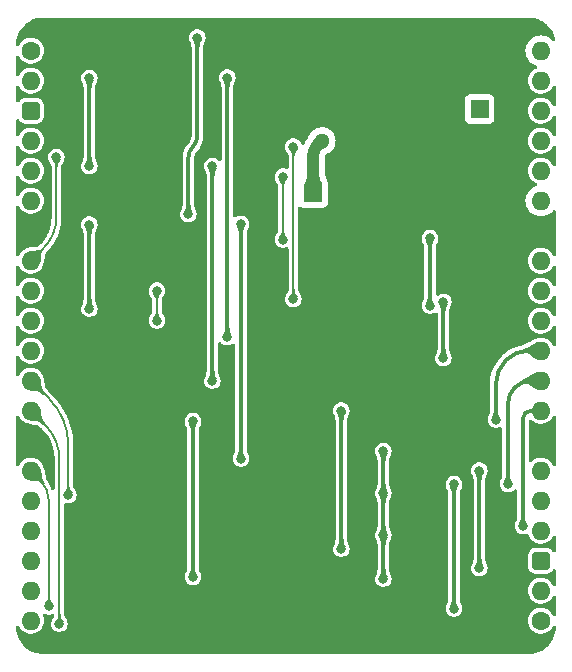
<source format=gbl>
%TF.GenerationSoftware,KiCad,Pcbnew,8.0.7*%
%TF.CreationDate,2025-04-26T10:06:18+02:00*%
%TF.ProjectId,GPIO Power Switch,4750494f-2050-46f7-9765-722053776974,V0*%
%TF.SameCoordinates,Original*%
%TF.FileFunction,Copper,L2,Bot*%
%TF.FilePolarity,Positive*%
%FSLAX46Y46*%
G04 Gerber Fmt 4.6, Leading zero omitted, Abs format (unit mm)*
G04 Created by KiCad (PCBNEW 8.0.7) date 2025-04-26 10:06:18*
%MOMM*%
%LPD*%
G01*
G04 APERTURE LIST*
G04 Aperture macros list*
%AMRoundRect*
0 Rectangle with rounded corners*
0 $1 Rounding radius*
0 $2 $3 $4 $5 $6 $7 $8 $9 X,Y pos of 4 corners*
0 Add a 4 corners polygon primitive as box body*
4,1,4,$2,$3,$4,$5,$6,$7,$8,$9,$2,$3,0*
0 Add four circle primitives for the rounded corners*
1,1,$1+$1,$2,$3*
1,1,$1+$1,$4,$5*
1,1,$1+$1,$6,$7*
1,1,$1+$1,$8,$9*
0 Add four rect primitives between the rounded corners*
20,1,$1+$1,$2,$3,$4,$5,0*
20,1,$1+$1,$4,$5,$6,$7,0*
20,1,$1+$1,$6,$7,$8,$9,0*
20,1,$1+$1,$8,$9,$2,$3,0*%
G04 Aperture macros list end*
%TA.AperFunction,ComponentPad*%
%ADD10O,1.600000X1.600000*%
%TD*%
%TA.AperFunction,ComponentPad*%
%ADD11R,1.600000X1.600000*%
%TD*%
%TA.AperFunction,ComponentPad*%
%ADD12RoundRect,0.400000X0.400000X0.400000X-0.400000X0.400000X-0.400000X-0.400000X0.400000X-0.400000X0*%
%TD*%
%TA.AperFunction,ComponentPad*%
%ADD13C,1.600000*%
%TD*%
%TA.AperFunction,ComponentPad*%
%ADD14C,1.500000*%
%TD*%
%TA.AperFunction,ComponentPad*%
%ADD15R,1.500000X1.500000*%
%TD*%
%TA.AperFunction,ComponentPad*%
%ADD16RoundRect,0.400000X-0.400000X-0.400000X0.400000X-0.400000X0.400000X0.400000X-0.400000X0.400000X0*%
%TD*%
%TA.AperFunction,ViaPad*%
%ADD17C,0.800000*%
%TD*%
%TA.AperFunction,ViaPad*%
%ADD18C,1.600000*%
%TD*%
%TA.AperFunction,ViaPad*%
%ADD19C,1.300000*%
%TD*%
%TA.AperFunction,Conductor*%
%ADD20C,0.200000*%
%TD*%
%TA.AperFunction,Conductor*%
%ADD21C,0.380000*%
%TD*%
%TA.AperFunction,Conductor*%
%ADD22C,1.000000*%
%TD*%
G04 APERTURE END LIST*
D10*
%TO.P,J5,20,Pin_20*%
%TO.N,/12V*%
X43180000Y0D03*
%TO.P,J5,19,Pin_19*%
%TO.N,unconnected-(J5-Pin_19-Pad19)*%
X43180000Y-2540000D03*
%TO.P,J5,18,Pin_18*%
%TO.N,unconnected-(J5-Pin_18-Pad18)*%
X43180000Y-5080000D03*
%TO.P,J5,17,Pin_17*%
%TO.N,unconnected-(J5-Pin_17-Pad17)*%
X43180000Y-7620000D03*
%TO.P,J5,16,Pin_16*%
%TO.N,unconnected-(J5-Pin_16-Pad16)*%
X43180000Y-10160000D03*
%TO.P,J5,15,Pin_15*%
%TO.N,/12V_{OUT}*%
X43180000Y-12700000D03*
D11*
%TO.P,J5,14,Pin_14*%
%TO.N,/GND*%
X43180000Y-15240000D03*
D10*
%TO.P,J5,13,Pin_13*%
%TO.N,/5V_{OUT3}OUT*%
X43180000Y-17780000D03*
%TO.P,J5,12,Pin_12*%
%TO.N,/5V_{OUT2}OUT*%
X43180000Y-20320000D03*
%TO.P,J5,11,Pin_11*%
%TO.N,/5V_{OUT1}OUT*%
X43180000Y-22860000D03*
%TO.P,J5,10,Pin_10*%
%TO.N,/GND_{OUT4}*%
X43180000Y-25400000D03*
%TO.P,J5,9,Pin_9*%
%TO.N,/GND_{OUT3}*%
X43180000Y-27940000D03*
%TO.P,J5,8,Pin_8*%
%TO.N,/GND_{OUT2}*%
X43180000Y-30480000D03*
D11*
%TO.P,J5,7,Pin_7*%
%TO.N,/GND*%
X43180000Y-33020000D03*
D10*
%TO.P,J5,6,Pin_6*%
%TO.N,/GND_{OUT1}*%
X43180000Y-35560000D03*
%TO.P,J5,5,Pin_5*%
%TO.N,unconnected-(J5-Pin_5-Pad5)*%
X43180000Y-38100000D03*
%TO.P,J5,4,Pin_4*%
%TO.N,unconnected-(J5-Pin_4-Pad4)*%
X43180000Y-40640000D03*
D12*
%TO.P,J5,3,Pin_3*%
%TO.N,/5V*%
X43180000Y-43180000D03*
D10*
%TO.P,J5,2,Pin_2*%
%TO.N,unconnected-(J5-Pin_2-Pad2)*%
X43180000Y-45720000D03*
D13*
%TO.P,J5,1,Pin_1*%
%TO.N,unconnected-(J5-Pin_1-Pad1)*%
X43180000Y-48260000D03*
%TD*%
D14*
%TO.P,C10,2*%
%TO.N,/GND*%
X39989000Y-4953000D03*
D15*
%TO.P,C10,1*%
%TO.N,/12V_{OUT}*%
X37989000Y-4953000D03*
%TD*%
D14*
%TO.P,C9,2*%
%TO.N,/GND*%
X25907999Y-12065000D03*
D15*
%TO.P,C9,1*%
%TO.N,/12V*%
X23907999Y-12065000D03*
%TD*%
D10*
%TO.P,J2,20,Pin_20*%
%TO.N,unconnected-(J2-Pin_20-Pad20)*%
X0Y-48260000D03*
%TO.P,J2,19,Pin_19*%
%TO.N,unconnected-(J2-Pin_19-Pad19)*%
X0Y-45720000D03*
%TO.P,J2,18,Pin_18*%
%TO.N,unconnected-(J2-Pin_18-Pad18)*%
X0Y-43180000D03*
%TO.P,J2,17,Pin_17*%
%TO.N,unconnected-(J2-Pin_17-Pad17)*%
X0Y-40640000D03*
%TO.P,J2,16,Pin_16*%
%TO.N,unconnected-(J2-Pin_16-Pad16)*%
X0Y-38100000D03*
%TO.P,J2,15,Pin_15*%
%TO.N,/EN4_{GND}*%
X0Y-35560000D03*
D11*
%TO.P,J2,14,Pin_14*%
%TO.N,/GND*%
X0Y-33020000D03*
D10*
%TO.P,J2,13,Pin_13*%
%TO.N,/EN3_{GND}*%
X0Y-30480000D03*
%TO.P,J2,12,Pin_12*%
%TO.N,/EN2_{GND}*%
X0Y-27940000D03*
%TO.P,J2,11,Pin_11*%
%TO.N,/EN1_{GND}*%
X0Y-25400000D03*
%TO.P,J2,10,Pin_10*%
%TO.N,/EN3_{5V}*%
X0Y-22860000D03*
%TO.P,J2,9,Pin_9*%
%TO.N,/EN2_{5V}*%
X0Y-20320000D03*
%TO.P,J2,8,Pin_8*%
%TO.N,/EN1_{5V}*%
X0Y-17780000D03*
D11*
%TO.P,J2,7,Pin_7*%
%TO.N,/GND*%
X0Y-15240000D03*
D10*
%TO.P,J2,6,Pin_6*%
%TO.N,/EN_{12V}*%
X0Y-12700000D03*
%TO.P,J2,5,Pin_5*%
%TO.N,unconnected-(J2-Pin_5-Pad5)*%
X0Y-10160000D03*
%TO.P,J2,4,Pin_4*%
%TO.N,unconnected-(J2-Pin_4-Pad4)*%
X0Y-7620000D03*
D16*
%TO.P,J2,3,Pin_3*%
%TO.N,/5V*%
X0Y-5080000D03*
D10*
%TO.P,J2,2,Pin_2*%
%TO.N,unconnected-(J2-Pin_2-Pad2)*%
X0Y-2540000D03*
D13*
%TO.P,J2,1,Pin_1*%
%TO.N,unconnected-(J2-Pin_1-Pad1)*%
X0Y0D03*
%TD*%
D17*
%TO.N,/GND_{OUT1}*%
X37973000Y-43815000D03*
X37973000Y-35560000D03*
%TO.N,/GND_{OUT2}*%
X41656000Y-40259000D03*
%TO.N,/GND_{OUT3}*%
X40386000Y-36703000D03*
%TO.N,/GND_{OUT4}*%
X39369996Y-31242000D03*
D18*
%TO.N,/GND*%
X37592000Y-23622000D03*
X37592000Y-33020000D03*
X37592000Y-12700000D03*
X26797000Y-4064000D03*
X3556000Y-6096000D03*
X37592000Y-18161006D03*
D17*
%TO.N,/5V_{OUT3}*%
X4953000Y-14732000D03*
X4953000Y-21844010D03*
%TO.N,/GND*%
X20447000Y-8890000D03*
X19558000Y-13843000D03*
X19558000Y-16129000D03*
%TO.N,/5V*%
X17780000Y-14655000D03*
X17780000Y-34544000D03*
X13335000Y-13843000D03*
X14097000Y1100000D03*
D18*
%TO.N,/GND*%
X4445000Y-33020000D03*
X4191000Y-43053000D03*
X3556000Y-24256960D03*
X3556000Y-16555000D03*
D17*
%TO.N,/GND_{OUT4}*%
X13716002Y-31369000D03*
X13716000Y-44577000D03*
%TO.N,/5V_{OUT2}*%
X16637000Y-24257000D03*
X16637000Y-2286000D03*
%TO.N,/5V_{OUT1}*%
X4953000Y-2336000D03*
X4953000Y-9779000D03*
X15367000Y-27940000D03*
X15366998Y-9779000D03*
%TO.N,/GND_{OUT1}*%
X26289000Y-42164000D03*
X26289000Y-30480000D03*
%TO.N,/GND_{OUT3}*%
X35814000Y-36703000D03*
X35814000Y-47244000D03*
%TO.N,/GND*%
X8001000Y-40767000D03*
X20066000Y-40767000D03*
X20066000Y-44704000D03*
X8001000Y-27305000D03*
X8001000Y-44577000D03*
X8001000Y-35306000D03*
%TO.N,/EN3_{5V}*%
X10668000Y-20320000D03*
X10668000Y-22860000D03*
%TO.N,/EN4_{GND}*%
X1524000Y-47037000D03*
%TO.N,/EN3_{GND}*%
X2413000Y-48514000D03*
%TO.N,/EN2_{GND}*%
X3163000Y-37615500D03*
%TO.N,/EN2_{5V}*%
X22225000Y-8127996D03*
X22225000Y-21004010D03*
%TO.N,/EN1_{5V}*%
X2159004Y-9017000D03*
%TO.N,/5V_{OUT2}*%
X34925000Y-21270005D03*
X34925000Y-26035000D03*
%TO.N,/5V_{OUT3}*%
X33782000Y-21590000D03*
X33782000Y-15875000D03*
%TO.N,/GND*%
X27813000Y-28828994D03*
X27813000Y-25146000D03*
X27813000Y-21590000D03*
X27798000Y-18034000D03*
X29464000Y-13970000D03*
D19*
%TO.N,/12V*%
X24638000Y-7620000D03*
D17*
%TO.N,/GND*%
X6223000Y-17272000D03*
X13335000Y-17272000D03*
X13081000Y-4826000D03*
X5969000Y-4826000D03*
X17780000Y-4953000D03*
X24892000Y-4952996D03*
%TO.N,/5V*%
X29845000Y-33909000D03*
X29845000Y-44704000D03*
X29845000Y-37465000D03*
X29845000Y-41021000D03*
%TO.N,/EN_{12V}*%
X21335996Y-10668000D03*
X21336000Y-16002000D03*
%TD*%
D20*
%TO.N,/EN4_{GND}*%
X762000Y-36322000D02*
G75*
G02*
X1524000Y-38161630I-1839635J-1839632D01*
G01*
D21*
%TO.N,/GND_{OUT4}*%
X40195497Y-26225501D02*
G75*
G03*
X39370012Y-28218440I1992903J-1992899D01*
G01*
X42100500Y-25400000D02*
G75*
G03*
X40257688Y-26163331I0J-2606100D01*
G01*
D20*
%TO.N,/EN3_{GND}*%
X1206500Y-31686500D02*
G75*
G02*
X2413000Y-34599248I-2912756J-2912752D01*
G01*
D21*
%TO.N,/GND_{OUT3}*%
X40957500Y-28511500D02*
G75*
G03*
X40386010Y-29891223I1379700J-1379700D01*
G01*
X42337223Y-27940000D02*
G75*
G03*
X40957493Y-28511493I-23J-1951200D01*
G01*
D20*
%TO.N,/EN2_{GND}*%
X1581500Y-29521500D02*
G75*
G02*
X3163000Y-33339578I-3818083J-3818080D01*
G01*
D21*
%TO.N,/GND_{OUT2}*%
X41846500Y-30670499D02*
G75*
G03*
X41656002Y-31130408I459900J-459901D01*
G01*
X42306409Y-30479999D02*
G75*
G03*
X41846498Y-30670497I-9J-650401D01*
G01*
D20*
%TO.N,/EN1_{5V}*%
X2159004Y-14094349D02*
G75*
G02*
X1079502Y-16700498I-3685661J4D01*
G01*
D21*
%TO.N,/GND*%
X28196808Y-16507191D02*
G75*
G03*
X27797994Y-17470000I962792J-962809D01*
G01*
X20002500Y-9334500D02*
G75*
G03*
X19558007Y-10407617I1073100J-1073100D01*
G01*
D22*
X36449000Y-9060500D02*
G75*
G03*
X35516500Y-8128000I-932500J0D01*
G01*
X37381500Y-8128000D02*
G75*
G03*
X36449000Y-9060500I0J-932500D01*
G01*
X39989001Y-5702999D02*
G75*
G02*
X39458680Y-6983337I-1810701J-1D01*
G01*
X38973377Y-7468622D02*
G75*
G02*
X37381500Y-8127986I-1591877J1591922D01*
G01*
X41201918Y-17218081D02*
G75*
G02*
X38925497Y-18161015I-2276418J2276381D01*
G01*
X29267207Y-6534207D02*
G75*
G03*
X33114963Y-8128011I3847793J3847807D01*
G01*
X4000500Y-28638500D02*
G75*
G02*
X4444993Y-29711617I-1073100J-1073100D01*
G01*
D21*
X29464000Y-14605000D02*
G75*
G02*
X29014982Y-15689007I-1533000J0D01*
G01*
D22*
X4445000Y-42619394D02*
G75*
G02*
X4318002Y-42926002I-433600J-6D01*
G01*
X36449000Y-10748776D02*
G75*
G03*
X37020493Y-12128507I1951200J-24D01*
G01*
D21*
X27798000Y-21564393D02*
G75*
G03*
X27805498Y-21582502I25600J-7D01*
G01*
D22*
X3556000Y-27565382D02*
G75*
G03*
X4000498Y-28638502I1517610J-8D01*
G01*
X35516500Y-8128000D02*
X37381500Y-8128000D01*
D21*
%TO.N,/5V*%
X14097000Y-7208184D02*
G75*
G02*
X13716005Y-8128005I-1300800J-16D01*
G01*
X13716000Y-8128000D02*
G75*
G03*
X13335006Y-9047815I919800J-919800D01*
G01*
D22*
%TO.N,/12V*%
X24272999Y-7985000D02*
G75*
G03*
X23907994Y-8866189I881201J-881200D01*
G01*
%TO.N,/GND*%
X41201918Y-17218081D02*
X43180000Y-15240000D01*
X38925497Y-18161006D02*
X37592000Y-18161006D01*
X37592000Y-18161006D02*
X37592000Y-12700000D01*
X37592000Y-23622000D02*
X37592000Y-18161006D01*
D21*
%TO.N,/GND_{OUT1}*%
X37973000Y-35560000D02*
X37973000Y-43815000D01*
%TO.N,/GND_{OUT2}*%
X41656000Y-31130408D02*
X41656000Y-40259000D01*
X42306409Y-30479999D02*
X43180000Y-30479999D01*
%TO.N,/GND_{OUT3}*%
X42337223Y-27940000D02*
X43180000Y-27940000D01*
X40386000Y-29891223D02*
X40386000Y-36703000D01*
%TO.N,/GND_{OUT4}*%
X39369996Y-28218440D02*
X39369996Y-31242000D01*
X42100500Y-25400000D02*
X43180000Y-25400000D01*
X40195497Y-26225501D02*
X40257678Y-26163321D01*
D22*
%TO.N,/GND*%
X37592000Y-23622000D02*
X37592000Y-33020000D01*
X3556000Y-24256960D02*
X3556000Y-27565382D01*
X4445000Y-29711617D02*
X4445000Y-33020000D01*
X37592000Y-12700000D02*
X37020500Y-12128500D01*
X36449000Y-9060500D02*
X36449000Y-10748776D01*
X35516500Y-8128000D02*
X33114963Y-8128000D01*
X39989001Y-5702999D02*
X39989001Y-4953000D01*
X39458671Y-6983328D02*
X38973377Y-7468622D01*
X26797000Y-4064000D02*
X29267207Y-6534207D01*
D21*
%TO.N,/5V_{OUT1}*%
X4953000Y-2336000D02*
X4953000Y-9779000D01*
D22*
%TO.N,/GND*%
X3556000Y-6096000D02*
X3556000Y-16555000D01*
D20*
%TO.N,/EN1_{5V}*%
X1079502Y-16700498D02*
X0Y-17780000D01*
X2159004Y-9017000D02*
X2159004Y-14094349D01*
%TO.N,/EN2_{5V}*%
X22225000Y-21004010D02*
X22225000Y-8127996D01*
D21*
%TO.N,/5V_{OUT3}*%
X4953000Y-14732000D02*
X4953000Y-21844010D01*
%TO.N,/GND*%
X20002500Y-9334500D02*
X20447000Y-8890000D01*
X19558000Y-13843000D02*
X19558000Y-10407617D01*
X19558000Y-13843000D02*
X19558000Y-16129000D01*
%TO.N,/5V*%
X17780000Y-14655000D02*
X17780000Y-34544000D01*
X13335000Y-9047815D02*
X13335000Y-13843000D01*
X14097000Y-7208184D02*
X14097000Y1100000D01*
D22*
%TO.N,/GND*%
X4318000Y-42926000D02*
X4191000Y-43053000D01*
X4445000Y-42619394D02*
X4445000Y-33020000D01*
X3556000Y-16555000D02*
X3556000Y-24256960D01*
D21*
%TO.N,/GND_{OUT4}*%
X13716000Y-31369000D02*
X13716002Y-31369000D01*
X13716000Y-44577000D02*
X13716000Y-31369000D01*
%TO.N,/5V_{OUT1}*%
X15366998Y-27939998D02*
X15366998Y-9779000D01*
X15367000Y-27940000D02*
X15366998Y-27939998D01*
%TO.N,/5V_{OUT2}*%
X16637000Y-2286000D02*
X16637000Y-24257000D01*
%TO.N,/GND_{OUT1}*%
X26289000Y-42164000D02*
X26289000Y-30480000D01*
%TO.N,/GND_{OUT3}*%
X35814000Y-47244000D02*
X35814000Y-36703000D01*
%TO.N,/GND*%
X8001000Y-40767000D02*
X8001000Y-35306000D01*
X20066000Y-40767000D02*
X20066000Y-44704000D01*
X8001000Y-44577000D02*
X8001000Y-40767000D01*
X8001000Y-35306000D02*
X8001000Y-27305000D01*
D20*
%TO.N,/EN3_{5V}*%
X10668000Y-20320000D02*
X10668000Y-22860000D01*
%TO.N,/EN4_{GND}*%
X1524000Y-38161630D02*
X1524000Y-47037000D01*
X762000Y-36322000D02*
X0Y-35560000D01*
%TO.N,/EN3_{GND}*%
X1206500Y-31686500D02*
X0Y-30480000D01*
X2413000Y-34599248D02*
X2413000Y-48514000D01*
%TO.N,/EN2_{GND}*%
X1581500Y-29521500D02*
X0Y-27940000D01*
X3163000Y-33339578D02*
X3163000Y-37615500D01*
D21*
%TO.N,/5V_{OUT2}*%
X34925000Y-26035000D02*
X34925000Y-21270005D01*
%TO.N,/5V_{OUT3}*%
X33782000Y-15875000D02*
X33782000Y-21590000D01*
%TO.N,/GND*%
X27813000Y-25146000D02*
X27813000Y-28828994D01*
X27813000Y-25146000D02*
X27813000Y-21590000D01*
X27805500Y-21582500D02*
X27813000Y-21590000D01*
X27798000Y-18034000D02*
X27798000Y-21564393D01*
X27798000Y-17470000D02*
X27798000Y-18034000D01*
X28196808Y-16507191D02*
X29014987Y-15689012D01*
X29464000Y-13970000D02*
X29464000Y-14605000D01*
D22*
%TO.N,/12V*%
X24638000Y-7620000D02*
X24272999Y-7985000D01*
X23907999Y-8866189D02*
X23907999Y-12065000D01*
D20*
%TO.N,/EN_{12V}*%
X21336000Y-10668004D02*
X21335996Y-10668000D01*
X21336000Y-10668004D02*
X21336000Y-16002000D01*
D21*
%TO.N,/GND*%
X6223000Y-17272000D02*
X13335000Y-17272000D01*
X5969000Y-4826000D02*
X13081000Y-4826000D01*
X24891996Y-4953000D02*
X24892000Y-4952996D01*
X24891996Y-4953000D02*
X17780000Y-4953000D01*
%TO.N,/5V*%
X29845000Y-41021000D02*
X29845000Y-37465000D01*
X29845000Y-33909000D02*
X29845000Y-37465000D01*
X29845000Y-41021000D02*
X29845000Y-44704000D01*
%TD*%
%TA.AperFunction,Conductor*%
%TO.N,/GND*%
G36*
X42168488Y2797227D02*
G01*
X42430941Y2781332D01*
X42448801Y2779163D01*
X42703021Y2732560D01*
X42720489Y2728253D01*
X42967221Y2651354D01*
X42984042Y2644974D01*
X43219721Y2538894D01*
X43235651Y2530533D01*
X43456819Y2396825D01*
X43471626Y2386604D01*
X43675068Y2227213D01*
X43688534Y2215283D01*
X43871283Y2032534D01*
X43883213Y2019068D01*
X44042604Y1815626D01*
X44052825Y1800819D01*
X44186533Y1579651D01*
X44194894Y1563721D01*
X44300974Y1328042D01*
X44307354Y1311221D01*
X44384253Y1064489D01*
X44388560Y1047019D01*
X44395799Y1007527D01*
X44389596Y930648D01*
X44345785Y867171D01*
X44276106Y834104D01*
X44199227Y840307D01*
X44143884Y875301D01*
X44019139Y1000047D01*
X43832734Y1130568D01*
X43626496Y1226739D01*
X43406692Y1285635D01*
X43180000Y1305468D01*
X42953308Y1285635D01*
X42733504Y1226739D01*
X42527266Y1130568D01*
X42484324Y1100500D01*
X42340862Y1000048D01*
X42179951Y839137D01*
X42141323Y783969D01*
X42049432Y652734D01*
X41953261Y446496D01*
X41947555Y425199D01*
X41912326Y293722D01*
X41894365Y226692D01*
X41874532Y0D01*
X41894365Y-226692D01*
X41953261Y-446496D01*
X42049432Y-652734D01*
X42049435Y-652738D01*
X42049437Y-652741D01*
X42179951Y-839137D01*
X42179953Y-839139D01*
X42340861Y-1000047D01*
X42527266Y-1130568D01*
X42733504Y-1226739D01*
X42759848Y-1233797D01*
X42826641Y-1272359D01*
X42865206Y-1339153D01*
X42865208Y-1416281D01*
X42826645Y-1483077D01*
X42775110Y-1516658D01*
X42687364Y-1550651D01*
X42687356Y-1550655D01*
X42513963Y-1658015D01*
X42513958Y-1658019D01*
X42363234Y-1795423D01*
X42240328Y-1958176D01*
X42149416Y-2140754D01*
X42093602Y-2336921D01*
X42074785Y-2539995D01*
X42074785Y-2540004D01*
X42093602Y-2743078D01*
X42093602Y-2743080D01*
X42093603Y-2743083D01*
X42101369Y-2770377D01*
X42149416Y-2939245D01*
X42149417Y-2939247D01*
X42149418Y-2939250D01*
X42224016Y-3089063D01*
X42240328Y-3121823D01*
X42304208Y-3206413D01*
X42363236Y-3284579D01*
X42513958Y-3421980D01*
X42513963Y-3421984D01*
X42687356Y-3529344D01*
X42687367Y-3529350D01*
X42803332Y-3574274D01*
X42877544Y-3603024D01*
X43078024Y-3640500D01*
X43078027Y-3640500D01*
X43281973Y-3640500D01*
X43281976Y-3640500D01*
X43482456Y-3603024D01*
X43672637Y-3529348D01*
X43846041Y-3421981D01*
X43996764Y-3284579D01*
X44119673Y-3121821D01*
X44171120Y-3018498D01*
X44222197Y-2960708D01*
X44295327Y-2936197D01*
X44370914Y-2951534D01*
X44428706Y-3002611D01*
X44453217Y-3075741D01*
X44453500Y-3084914D01*
X44453500Y-4535085D01*
X44433538Y-4609585D01*
X44379000Y-4664123D01*
X44304500Y-4684085D01*
X44230000Y-4664123D01*
X44175462Y-4609585D01*
X44171121Y-4601500D01*
X44119674Y-4498180D01*
X44038279Y-4390396D01*
X43996764Y-4335421D01*
X43846041Y-4198019D01*
X43846036Y-4198015D01*
X43672643Y-4090655D01*
X43672632Y-4090649D01*
X43482462Y-4016978D01*
X43482458Y-4016977D01*
X43482456Y-4016976D01*
X43442360Y-4009480D01*
X43281980Y-3979500D01*
X43281976Y-3979500D01*
X43078024Y-3979500D01*
X43078019Y-3979500D01*
X42877544Y-4016976D01*
X42877537Y-4016978D01*
X42687367Y-4090649D01*
X42687356Y-4090655D01*
X42513963Y-4198015D01*
X42513958Y-4198019D01*
X42363234Y-4335423D01*
X42240328Y-4498176D01*
X42149416Y-4680754D01*
X42093602Y-4876921D01*
X42074785Y-5079995D01*
X42074785Y-5080004D01*
X42093602Y-5283078D01*
X42149416Y-5479245D01*
X42149417Y-5479247D01*
X42149418Y-5479250D01*
X42177983Y-5536616D01*
X42240328Y-5661823D01*
X42307568Y-5750863D01*
X42363236Y-5824579D01*
X42495693Y-5945329D01*
X42513958Y-5961980D01*
X42513963Y-5961984D01*
X42687356Y-6069344D01*
X42687367Y-6069350D01*
X42803332Y-6114274D01*
X42877544Y-6143024D01*
X43078024Y-6180500D01*
X43078027Y-6180500D01*
X43281973Y-6180500D01*
X43281976Y-6180500D01*
X43482456Y-6143024D01*
X43672637Y-6069348D01*
X43846041Y-5961981D01*
X43996764Y-5824579D01*
X44119673Y-5661821D01*
X44171120Y-5558498D01*
X44222197Y-5500708D01*
X44295327Y-5476197D01*
X44370914Y-5491534D01*
X44428706Y-5542611D01*
X44453217Y-5615741D01*
X44453500Y-5624914D01*
X44453500Y-7075085D01*
X44433538Y-7149585D01*
X44379000Y-7204123D01*
X44304500Y-7224085D01*
X44230000Y-7204123D01*
X44175462Y-7149585D01*
X44171121Y-7141500D01*
X44119674Y-7038180D01*
X44079825Y-6985411D01*
X43996764Y-6875421D01*
X43846041Y-6738019D01*
X43846036Y-6738015D01*
X43672643Y-6630655D01*
X43672632Y-6630649D01*
X43482462Y-6556978D01*
X43482458Y-6556977D01*
X43482456Y-6556976D01*
X43442360Y-6549480D01*
X43281980Y-6519500D01*
X43281976Y-6519500D01*
X43078024Y-6519500D01*
X43078019Y-6519500D01*
X42877544Y-6556976D01*
X42877537Y-6556978D01*
X42687367Y-6630649D01*
X42687356Y-6630655D01*
X42513963Y-6738015D01*
X42513958Y-6738019D01*
X42363234Y-6875423D01*
X42240328Y-7038176D01*
X42149416Y-7220754D01*
X42093602Y-7416921D01*
X42074785Y-7619995D01*
X42074785Y-7620004D01*
X42093602Y-7823078D01*
X42093602Y-7823080D01*
X42093603Y-7823083D01*
X42117191Y-7905986D01*
X42149416Y-8019245D01*
X42149417Y-8019247D01*
X42149418Y-8019250D01*
X42188255Y-8097245D01*
X42240328Y-8201823D01*
X42279607Y-8253836D01*
X42363236Y-8364579D01*
X42513958Y-8501980D01*
X42513963Y-8501984D01*
X42687356Y-8609344D01*
X42687367Y-8609350D01*
X42736645Y-8628440D01*
X42877544Y-8683024D01*
X43078024Y-8720500D01*
X43078027Y-8720500D01*
X43281973Y-8720500D01*
X43281976Y-8720500D01*
X43482456Y-8683024D01*
X43672637Y-8609348D01*
X43846041Y-8501981D01*
X43996764Y-8364579D01*
X44119673Y-8201821D01*
X44171120Y-8098498D01*
X44222197Y-8040708D01*
X44295327Y-8016197D01*
X44370914Y-8031534D01*
X44428706Y-8082611D01*
X44453217Y-8155741D01*
X44453500Y-8164914D01*
X44453500Y-9615085D01*
X44433538Y-9689585D01*
X44379000Y-9744123D01*
X44304500Y-9764085D01*
X44230000Y-9744123D01*
X44175462Y-9689585D01*
X44171121Y-9681500D01*
X44119674Y-9578180D01*
X44060205Y-9499431D01*
X43996764Y-9415421D01*
X43846041Y-9278019D01*
X43846036Y-9278015D01*
X43672643Y-9170655D01*
X43672632Y-9170649D01*
X43482462Y-9096978D01*
X43482458Y-9096977D01*
X43482456Y-9096976D01*
X43442360Y-9089480D01*
X43281980Y-9059500D01*
X43281976Y-9059500D01*
X43078024Y-9059500D01*
X43078019Y-9059500D01*
X42877544Y-9096976D01*
X42877537Y-9096978D01*
X42687367Y-9170649D01*
X42687356Y-9170655D01*
X42513963Y-9278015D01*
X42513958Y-9278019D01*
X42363234Y-9415423D01*
X42240328Y-9578176D01*
X42149416Y-9760754D01*
X42093602Y-9956921D01*
X42074785Y-10159995D01*
X42074785Y-10160004D01*
X42093602Y-10363078D01*
X42149416Y-10559245D01*
X42149417Y-10559247D01*
X42149418Y-10559250D01*
X42188880Y-10638500D01*
X42240328Y-10741823D01*
X42253073Y-10758700D01*
X42363236Y-10904579D01*
X42480950Y-11011889D01*
X42513958Y-11041980D01*
X42513963Y-11041984D01*
X42687356Y-11149344D01*
X42687367Y-11149350D01*
X42775109Y-11183341D01*
X42837367Y-11228867D01*
X42868521Y-11299423D01*
X42860222Y-11376104D01*
X42814696Y-11438362D01*
X42759849Y-11466202D01*
X42733506Y-11473260D01*
X42733504Y-11473261D01*
X42527266Y-11569432D01*
X42527263Y-11569434D01*
X42527261Y-11569435D01*
X42527258Y-11569437D01*
X42340862Y-11699951D01*
X42179951Y-11860862D01*
X42049437Y-12047258D01*
X42049435Y-12047261D01*
X42049434Y-12047263D01*
X42049432Y-12047266D01*
X41968185Y-12221500D01*
X41953260Y-12253507D01*
X41894365Y-12473306D01*
X41874532Y-12700000D01*
X41894365Y-12926693D01*
X41923543Y-13035586D01*
X41953261Y-13146496D01*
X42049432Y-13352734D01*
X42049435Y-13352738D01*
X42049437Y-13352741D01*
X42179951Y-13539137D01*
X42179953Y-13539139D01*
X42340861Y-13700047D01*
X42527266Y-13830568D01*
X42733504Y-13926739D01*
X42953308Y-13985635D01*
X43180000Y-14005468D01*
X43406692Y-13985635D01*
X43626496Y-13926739D01*
X43832734Y-13830568D01*
X44019139Y-13700047D01*
X44180047Y-13539139D01*
X44182445Y-13535714D01*
X44184055Y-13534362D01*
X44184229Y-13534156D01*
X44184265Y-13534186D01*
X44241527Y-13486137D01*
X44317483Y-13472742D01*
X44389960Y-13499119D01*
X44439538Y-13558202D01*
X44453500Y-13621175D01*
X44453500Y-17235085D01*
X44433538Y-17309585D01*
X44379000Y-17364123D01*
X44304500Y-17384085D01*
X44230000Y-17364123D01*
X44175462Y-17309585D01*
X44171121Y-17301500D01*
X44119674Y-17198180D01*
X44079825Y-17145411D01*
X43996764Y-17035421D01*
X43846041Y-16898019D01*
X43846036Y-16898015D01*
X43672643Y-16790655D01*
X43672632Y-16790649D01*
X43482462Y-16716978D01*
X43482458Y-16716977D01*
X43482456Y-16716976D01*
X43423552Y-16705965D01*
X43281980Y-16679500D01*
X43281976Y-16679500D01*
X43078024Y-16679500D01*
X43078019Y-16679500D01*
X42877544Y-16716976D01*
X42877537Y-16716978D01*
X42687367Y-16790649D01*
X42687356Y-16790655D01*
X42513963Y-16898015D01*
X42513958Y-16898019D01*
X42363234Y-17035423D01*
X42240328Y-17198176D01*
X42149416Y-17380754D01*
X42093602Y-17576921D01*
X42074785Y-17779995D01*
X42074785Y-17780004D01*
X42093602Y-17983078D01*
X42149416Y-18179245D01*
X42149417Y-18179247D01*
X42149418Y-18179250D01*
X42188880Y-18258500D01*
X42240328Y-18361823D01*
X42321174Y-18468880D01*
X42363236Y-18524579D01*
X42513958Y-18661980D01*
X42513963Y-18661984D01*
X42687356Y-18769344D01*
X42687367Y-18769350D01*
X42803332Y-18814274D01*
X42877544Y-18843024D01*
X43078024Y-18880500D01*
X43078027Y-18880500D01*
X43281973Y-18880500D01*
X43281976Y-18880500D01*
X43482456Y-18843024D01*
X43672637Y-18769348D01*
X43846041Y-18661981D01*
X43996764Y-18524579D01*
X44119673Y-18361821D01*
X44171120Y-18258498D01*
X44222197Y-18200708D01*
X44295327Y-18176197D01*
X44370914Y-18191534D01*
X44428706Y-18242611D01*
X44453217Y-18315741D01*
X44453500Y-18324914D01*
X44453500Y-19775085D01*
X44433538Y-19849585D01*
X44379000Y-19904123D01*
X44304500Y-19924085D01*
X44230000Y-19904123D01*
X44175462Y-19849585D01*
X44171121Y-19841500D01*
X44119674Y-19738180D01*
X44079825Y-19685411D01*
X43996764Y-19575421D01*
X43846041Y-19438019D01*
X43846036Y-19438015D01*
X43672643Y-19330655D01*
X43672632Y-19330649D01*
X43482462Y-19256978D01*
X43482458Y-19256977D01*
X43482456Y-19256976D01*
X43442360Y-19249480D01*
X43281980Y-19219500D01*
X43281976Y-19219500D01*
X43078024Y-19219500D01*
X43078019Y-19219500D01*
X42877544Y-19256976D01*
X42877537Y-19256978D01*
X42687367Y-19330649D01*
X42687356Y-19330655D01*
X42513963Y-19438015D01*
X42513958Y-19438019D01*
X42363234Y-19575423D01*
X42240328Y-19738176D01*
X42149416Y-19920754D01*
X42093602Y-20116921D01*
X42074785Y-20319995D01*
X42074785Y-20320004D01*
X42093602Y-20523078D01*
X42093602Y-20523080D01*
X42093603Y-20523083D01*
X42116993Y-20605288D01*
X42149416Y-20719245D01*
X42149417Y-20719247D01*
X42149418Y-20719250D01*
X42190837Y-20802431D01*
X42240328Y-20901823D01*
X42291534Y-20969630D01*
X42363236Y-21064579D01*
X42499159Y-21188489D01*
X42513958Y-21201980D01*
X42513963Y-21201984D01*
X42687356Y-21309344D01*
X42687367Y-21309350D01*
X42745677Y-21331939D01*
X42877544Y-21383024D01*
X43078024Y-21420500D01*
X43078027Y-21420500D01*
X43281973Y-21420500D01*
X43281976Y-21420500D01*
X43482456Y-21383024D01*
X43672637Y-21309348D01*
X43846041Y-21201981D01*
X43996764Y-21064579D01*
X44119673Y-20901821D01*
X44171120Y-20798498D01*
X44222197Y-20740708D01*
X44295327Y-20716197D01*
X44370914Y-20731534D01*
X44428706Y-20782611D01*
X44453217Y-20855741D01*
X44453500Y-20864914D01*
X44453500Y-22315085D01*
X44433538Y-22389585D01*
X44379000Y-22444123D01*
X44304500Y-22464085D01*
X44230000Y-22444123D01*
X44175462Y-22389585D01*
X44171121Y-22381500D01*
X44119674Y-22278180D01*
X44068463Y-22210366D01*
X43996764Y-22115421D01*
X43846041Y-21978019D01*
X43846036Y-21978015D01*
X43672643Y-21870655D01*
X43672632Y-21870649D01*
X43482462Y-21796978D01*
X43482458Y-21796977D01*
X43482456Y-21796976D01*
X43442360Y-21789480D01*
X43281980Y-21759500D01*
X43281976Y-21759500D01*
X43078024Y-21759500D01*
X43078019Y-21759500D01*
X42877544Y-21796976D01*
X42877537Y-21796978D01*
X42687367Y-21870649D01*
X42687356Y-21870655D01*
X42513963Y-21978015D01*
X42513958Y-21978019D01*
X42363234Y-22115423D01*
X42240328Y-22278176D01*
X42149416Y-22460754D01*
X42093602Y-22656921D01*
X42074785Y-22859995D01*
X42074785Y-22860004D01*
X42093602Y-23063078D01*
X42149416Y-23259245D01*
X42149417Y-23259247D01*
X42149418Y-23259250D01*
X42188880Y-23338500D01*
X42240328Y-23441823D01*
X42251506Y-23456625D01*
X42363236Y-23604579D01*
X42513958Y-23741980D01*
X42513963Y-23741984D01*
X42687356Y-23849344D01*
X42687367Y-23849350D01*
X42803332Y-23894274D01*
X42877544Y-23923024D01*
X43078024Y-23960500D01*
X43078027Y-23960500D01*
X43281973Y-23960500D01*
X43281976Y-23960500D01*
X43482456Y-23923024D01*
X43672637Y-23849348D01*
X43846041Y-23741981D01*
X43996764Y-23604579D01*
X44119673Y-23441821D01*
X44171120Y-23338498D01*
X44222197Y-23280708D01*
X44295327Y-23256197D01*
X44370914Y-23271534D01*
X44428706Y-23322611D01*
X44453217Y-23395741D01*
X44453500Y-23404914D01*
X44453500Y-24855085D01*
X44433538Y-24929585D01*
X44379000Y-24984123D01*
X44304500Y-25004085D01*
X44230000Y-24984123D01*
X44175462Y-24929585D01*
X44171121Y-24921500D01*
X44119674Y-24818180D01*
X44033680Y-24704306D01*
X43996764Y-24655421D01*
X43846041Y-24518019D01*
X43846036Y-24518015D01*
X43672643Y-24410655D01*
X43672632Y-24410649D01*
X43482462Y-24336978D01*
X43482458Y-24336977D01*
X43482456Y-24336976D01*
X43442360Y-24329480D01*
X43281980Y-24299500D01*
X43281976Y-24299500D01*
X43078024Y-24299500D01*
X43078019Y-24299500D01*
X42877544Y-24336976D01*
X42877538Y-24336977D01*
X42765560Y-24380356D01*
X42749999Y-24385421D01*
X42731393Y-24390364D01*
X42731392Y-24390364D01*
X42700051Y-24405289D01*
X42689842Y-24409691D01*
X42687368Y-24410649D01*
X42683927Y-24412362D01*
X42675208Y-24417119D01*
X42432054Y-24532914D01*
X42418358Y-24539864D01*
X42417298Y-24540437D01*
X42403416Y-24548404D01*
X42403393Y-24548417D01*
X42403386Y-24548422D01*
X42192080Y-24677203D01*
X42192017Y-24677242D01*
X42188720Y-24679281D01*
X42031228Y-24778059D01*
X42014912Y-24786927D01*
X41852105Y-24862673D01*
X41830673Y-24870705D01*
X41546976Y-24952807D01*
X41544578Y-24954006D01*
X41507019Y-24966870D01*
X41398464Y-24988464D01*
X41347166Y-24998668D01*
X41347163Y-24998668D01*
X41347157Y-24998670D01*
X41056007Y-25086991D01*
X40797535Y-25194056D01*
X40774912Y-25203427D01*
X40506581Y-25346856D01*
X40506578Y-25346857D01*
X40506576Y-25346859D01*
X40253606Y-25515891D01*
X40018403Y-25708920D01*
X39928077Y-25799250D01*
X39928073Y-25799254D01*
X39898073Y-25829253D01*
X39898014Y-25829309D01*
X39890969Y-25836354D01*
X39890921Y-25836381D01*
X39733702Y-25993601D01*
X39733696Y-25993608D01*
X39527447Y-26244923D01*
X39527447Y-26244924D01*
X39346829Y-26515240D01*
X39193569Y-26801974D01*
X39143965Y-26921732D01*
X39070138Y-27099972D01*
X39069152Y-27102352D01*
X39058233Y-27138349D01*
X38978534Y-27401091D01*
X38974777Y-27413475D01*
X38911357Y-27732327D01*
X38911356Y-27732334D01*
X38911356Y-27732336D01*
X38888332Y-27966138D01*
X38879493Y-28055892D01*
X38879496Y-28210326D01*
X38879496Y-30401972D01*
X38875810Y-30434908D01*
X38874289Y-30441615D01*
X38874288Y-30441625D01*
X38869502Y-30567199D01*
X38867508Y-30586462D01*
X38859086Y-30636073D01*
X38852743Y-30660585D01*
X38837786Y-30703098D01*
X38832739Y-30715604D01*
X38790597Y-30807774D01*
X38788961Y-30811414D01*
X38725712Y-30954784D01*
X38723566Y-30959769D01*
X38723496Y-30959936D01*
X38720558Y-30967193D01*
X38718532Y-30977890D01*
X38711453Y-31002993D01*
X38684858Y-31073120D01*
X38684856Y-31073126D01*
X38664351Y-31242000D01*
X38684856Y-31410874D01*
X38745177Y-31569929D01*
X38745178Y-31569930D01*
X38841813Y-31709929D01*
X38841815Y-31709930D01*
X38841816Y-31709932D01*
X38860119Y-31726147D01*
X38947452Y-31803517D01*
X38969142Y-31822732D01*
X38969144Y-31822734D01*
X39119771Y-31901790D01*
X39284940Y-31942500D01*
X39455052Y-31942500D01*
X39620221Y-31901790D01*
X39677258Y-31871854D01*
X39752499Y-31854909D01*
X39826135Y-31877854D01*
X39878433Y-31934543D01*
X39895500Y-32003788D01*
X39895500Y-35862972D01*
X39891814Y-35895908D01*
X39890293Y-35902615D01*
X39890292Y-35902625D01*
X39885506Y-36028199D01*
X39883512Y-36047462D01*
X39875090Y-36097073D01*
X39868747Y-36121585D01*
X39853790Y-36164098D01*
X39848743Y-36176604D01*
X39806601Y-36268774D01*
X39804965Y-36272414D01*
X39741716Y-36415784D01*
X39739570Y-36420769D01*
X39739500Y-36420936D01*
X39736562Y-36428193D01*
X39734536Y-36438890D01*
X39727457Y-36463993D01*
X39700862Y-36534120D01*
X39700860Y-36534126D01*
X39680355Y-36703000D01*
X39700860Y-36871874D01*
X39761181Y-37030929D01*
X39784590Y-37064842D01*
X39857817Y-37170929D01*
X39857819Y-37170930D01*
X39857820Y-37170932D01*
X39908183Y-37215549D01*
X39981820Y-37280786D01*
X39985146Y-37283732D01*
X39985148Y-37283734D01*
X40135775Y-37362790D01*
X40300944Y-37403500D01*
X40471056Y-37403500D01*
X40636225Y-37362790D01*
X40786852Y-37283734D01*
X40863817Y-37215549D01*
X40917695Y-37167818D01*
X40986696Y-37133357D01*
X41063684Y-37138014D01*
X41128028Y-37180541D01*
X41162489Y-37249542D01*
X41165500Y-37279346D01*
X41165500Y-39418972D01*
X41161814Y-39451908D01*
X41160293Y-39458615D01*
X41160292Y-39458625D01*
X41155506Y-39584199D01*
X41153512Y-39603462D01*
X41145090Y-39653073D01*
X41138747Y-39677585D01*
X41123790Y-39720098D01*
X41118743Y-39732604D01*
X41076601Y-39824774D01*
X41074965Y-39828414D01*
X41011716Y-39971784D01*
X41009570Y-39976769D01*
X41009500Y-39976936D01*
X41006562Y-39984193D01*
X41004536Y-39994890D01*
X40997457Y-40019993D01*
X40970862Y-40090120D01*
X40970860Y-40090126D01*
X40950355Y-40259000D01*
X40970860Y-40427874D01*
X41031181Y-40586929D01*
X41033627Y-40590472D01*
X41127817Y-40726929D01*
X41127819Y-40726930D01*
X41127820Y-40726932D01*
X41255146Y-40839732D01*
X41255148Y-40839734D01*
X41405775Y-40918790D01*
X41570944Y-40959500D01*
X41741056Y-40959500D01*
X41906225Y-40918790D01*
X41925624Y-40908608D01*
X42000864Y-40891660D01*
X42074501Y-40914603D01*
X42126800Y-40971290D01*
X42138181Y-40999761D01*
X42149414Y-41039241D01*
X42149415Y-41039243D01*
X42149417Y-41039247D01*
X42149418Y-41039250D01*
X42188880Y-41118500D01*
X42240328Y-41221823D01*
X42302639Y-41304336D01*
X42363236Y-41384579D01*
X42499148Y-41508479D01*
X42513958Y-41521980D01*
X42513963Y-41521984D01*
X42687356Y-41629344D01*
X42687367Y-41629350D01*
X42803332Y-41674274D01*
X42877544Y-41703024D01*
X43078024Y-41740500D01*
X43078027Y-41740500D01*
X43281973Y-41740500D01*
X43281976Y-41740500D01*
X43482456Y-41703024D01*
X43672637Y-41629348D01*
X43846041Y-41521981D01*
X43996764Y-41384579D01*
X44119673Y-41221821D01*
X44171120Y-41118498D01*
X44222197Y-41060708D01*
X44295327Y-41036197D01*
X44370914Y-41051534D01*
X44428706Y-41102611D01*
X44453217Y-41175741D01*
X44453500Y-41184914D01*
X44453500Y-42336407D01*
X44433538Y-42410907D01*
X44379000Y-42465445D01*
X44304500Y-42485407D01*
X44230000Y-42465445D01*
X44176989Y-42413491D01*
X44135473Y-42344816D01*
X44015184Y-42224527D01*
X43959152Y-42190655D01*
X43869606Y-42136522D01*
X43806879Y-42116976D01*
X43707196Y-42085914D01*
X43636616Y-42079500D01*
X42723384Y-42079500D01*
X42661626Y-42085112D01*
X42652803Y-42085914D01*
X42490396Y-42136521D01*
X42490391Y-42136524D01*
X42344815Y-42224527D01*
X42224527Y-42344815D01*
X42136524Y-42490391D01*
X42136521Y-42490396D01*
X42092418Y-42631932D01*
X42085914Y-42652804D01*
X42079500Y-42723384D01*
X42079500Y-43636616D01*
X42080754Y-43650414D01*
X42085914Y-43707196D01*
X42122851Y-43825735D01*
X42136522Y-43869606D01*
X42183012Y-43946509D01*
X42212675Y-43995579D01*
X42224528Y-44015185D01*
X42344815Y-44135472D01*
X42490394Y-44223478D01*
X42652804Y-44274086D01*
X42723384Y-44280500D01*
X42723391Y-44280500D01*
X43636609Y-44280500D01*
X43636616Y-44280500D01*
X43707196Y-44274086D01*
X43869606Y-44223478D01*
X44015185Y-44135472D01*
X44135472Y-44015185D01*
X44176988Y-43946508D01*
X44232613Y-43893080D01*
X44307500Y-43874622D01*
X44381583Y-43896080D01*
X44435012Y-43951705D01*
X44453500Y-44023592D01*
X44453500Y-45175085D01*
X44433538Y-45249585D01*
X44379000Y-45304123D01*
X44304500Y-45324085D01*
X44230000Y-45304123D01*
X44175462Y-45249585D01*
X44171121Y-45241500D01*
X44119674Y-45138180D01*
X44049253Y-45044928D01*
X43996764Y-44975421D01*
X43846041Y-44838019D01*
X43846036Y-44838015D01*
X43672643Y-44730655D01*
X43672632Y-44730649D01*
X43482462Y-44656978D01*
X43482458Y-44656977D01*
X43482456Y-44656976D01*
X43442360Y-44649480D01*
X43281980Y-44619500D01*
X43281976Y-44619500D01*
X43078024Y-44619500D01*
X43078019Y-44619500D01*
X42877544Y-44656976D01*
X42877537Y-44656978D01*
X42687367Y-44730649D01*
X42687356Y-44730655D01*
X42513963Y-44838015D01*
X42513958Y-44838019D01*
X42363234Y-44975423D01*
X42240328Y-45138176D01*
X42149416Y-45320754D01*
X42093602Y-45516921D01*
X42074785Y-45719995D01*
X42074785Y-45720004D01*
X42093602Y-45923078D01*
X42149416Y-46119245D01*
X42149417Y-46119247D01*
X42149418Y-46119250D01*
X42217382Y-46255741D01*
X42240328Y-46301823D01*
X42316776Y-46403056D01*
X42363236Y-46464579D01*
X42499148Y-46588479D01*
X42513958Y-46601980D01*
X42513963Y-46601984D01*
X42687356Y-46709344D01*
X42687367Y-46709350D01*
X42803332Y-46754274D01*
X42877544Y-46783024D01*
X43078024Y-46820500D01*
X43078027Y-46820500D01*
X43281973Y-46820500D01*
X43281976Y-46820500D01*
X43482456Y-46783024D01*
X43672637Y-46709348D01*
X43846041Y-46601981D01*
X43996764Y-46464579D01*
X44119673Y-46301821D01*
X44171120Y-46198498D01*
X44222197Y-46140708D01*
X44295327Y-46116197D01*
X44370914Y-46131534D01*
X44428706Y-46182611D01*
X44453217Y-46255741D01*
X44453500Y-46264914D01*
X44453500Y-47715085D01*
X44433538Y-47789585D01*
X44379000Y-47844123D01*
X44304500Y-47864085D01*
X44230000Y-47844123D01*
X44175462Y-47789585D01*
X44171121Y-47781500D01*
X44119674Y-47678180D01*
X44074027Y-47617734D01*
X43996764Y-47515421D01*
X43846041Y-47378019D01*
X43846036Y-47378015D01*
X43672643Y-47270655D01*
X43672632Y-47270649D01*
X43482462Y-47196978D01*
X43482458Y-47196977D01*
X43482456Y-47196976D01*
X43442360Y-47189480D01*
X43281980Y-47159500D01*
X43281976Y-47159500D01*
X43078024Y-47159500D01*
X43078019Y-47159500D01*
X42877544Y-47196976D01*
X42877537Y-47196978D01*
X42687367Y-47270649D01*
X42687356Y-47270655D01*
X42513963Y-47378015D01*
X42513958Y-47378019D01*
X42363234Y-47515423D01*
X42240328Y-47678176D01*
X42149416Y-47860754D01*
X42093602Y-48056921D01*
X42074785Y-48259995D01*
X42074785Y-48260004D01*
X42093602Y-48463078D01*
X42149416Y-48659245D01*
X42149417Y-48659247D01*
X42149418Y-48659250D01*
X42162954Y-48686434D01*
X42240328Y-48841823D01*
X42321174Y-48948880D01*
X42363236Y-49004579D01*
X42513958Y-49141980D01*
X42513963Y-49141984D01*
X42687356Y-49249344D01*
X42687367Y-49249350D01*
X42803332Y-49294274D01*
X42877544Y-49323024D01*
X43078024Y-49360500D01*
X43078027Y-49360500D01*
X43281973Y-49360500D01*
X43281976Y-49360500D01*
X43482456Y-49323024D01*
X43672637Y-49249348D01*
X43846041Y-49141981D01*
X43996764Y-49004579D01*
X44119673Y-48841821D01*
X44168270Y-48744222D01*
X44219344Y-48686434D01*
X44292474Y-48661923D01*
X44368062Y-48677260D01*
X44425854Y-48728336D01*
X44450365Y-48801466D01*
X44450376Y-48819636D01*
X44437351Y-49034973D01*
X44435182Y-49052836D01*
X44388596Y-49307041D01*
X44384291Y-49324509D01*
X44307399Y-49571269D01*
X44301018Y-49588094D01*
X44194950Y-49823767D01*
X44186588Y-49839699D01*
X44052885Y-50060870D01*
X44042664Y-50075677D01*
X43883275Y-50279121D01*
X43871344Y-50292589D01*
X43688589Y-50475344D01*
X43675121Y-50487275D01*
X43471677Y-50646664D01*
X43456870Y-50656885D01*
X43235699Y-50790588D01*
X43219767Y-50798950D01*
X43101911Y-50851993D01*
X42984094Y-50905018D01*
X42967269Y-50911399D01*
X42720509Y-50988291D01*
X42703041Y-50992596D01*
X42448836Y-51039182D01*
X42430973Y-51041351D01*
X42168497Y-51057228D01*
X42159501Y-51057500D01*
X1020499Y-51057500D01*
X1011503Y-51057228D01*
X749026Y-51041351D01*
X731165Y-51039182D01*
X689349Y-51031519D01*
X476958Y-50992596D01*
X459490Y-50988291D01*
X212730Y-50911399D01*
X195914Y-50905021D01*
X-39771Y-50798947D01*
X-55693Y-50790591D01*
X-276870Y-50656885D01*
X-291677Y-50646664D01*
X-495121Y-50487275D01*
X-508589Y-50475344D01*
X-691344Y-50292589D01*
X-703275Y-50279121D01*
X-862664Y-50075677D01*
X-872885Y-50060870D01*
X-1006588Y-49839699D01*
X-1014950Y-49823767D01*
X-1121018Y-49588094D01*
X-1127399Y-49571269D01*
X-1204291Y-49324509D01*
X-1208596Y-49307041D01*
X-1255182Y-49052836D01*
X-1257351Y-49034973D01*
X-1270376Y-48819636D01*
X-1254948Y-48744067D01*
X-1203803Y-48686336D01*
X-1130644Y-48661912D01*
X-1055075Y-48677340D01*
X-997344Y-48728485D01*
X-988277Y-48744210D01*
X-939673Y-48841821D01*
X-816764Y-49004579D01*
X-666041Y-49141981D01*
X-492637Y-49249348D01*
X-302456Y-49323024D01*
X-101976Y-49360500D01*
X-101973Y-49360500D01*
X101973Y-49360500D01*
X101976Y-49360500D01*
X302456Y-49323024D01*
X492637Y-49249348D01*
X666041Y-49141981D01*
X816764Y-49004579D01*
X939673Y-48841821D01*
X1030582Y-48659250D01*
X1086397Y-48463083D01*
X1097327Y-48345126D01*
X1105215Y-48260004D01*
X1105215Y-48259995D01*
X1087261Y-48066241D01*
X1086397Y-48056917D01*
X1031531Y-47864085D01*
X1028697Y-47854124D01*
X1030994Y-47853470D01*
X1023948Y-47788365D01*
X1055102Y-47717809D01*
X1117360Y-47672283D01*
X1194041Y-47663984D01*
X1240429Y-47679288D01*
X1273775Y-47696790D01*
X1438944Y-47737500D01*
X1609056Y-47737500D01*
X1774225Y-47696790D01*
X1774225Y-47696789D01*
X1782976Y-47694633D01*
X1783740Y-47697734D01*
X1844098Y-47691628D01*
X1914435Y-47723272D01*
X1959528Y-47785845D01*
X1967292Y-47862582D01*
X1945677Y-47919083D01*
X1941902Y-47924975D01*
X1939987Y-47927888D01*
X1870066Y-48031595D01*
X1859707Y-48048070D01*
X1858959Y-48049349D01*
X1849780Y-48066236D01*
X1797478Y-48170118D01*
X1789434Y-48183683D01*
X1788177Y-48186078D01*
X1787059Y-48189028D01*
X1780836Y-48203175D01*
X1776221Y-48212342D01*
X1776215Y-48212355D01*
X1771478Y-48222196D01*
X1771144Y-48222923D01*
X1764138Y-48239434D01*
X1764137Y-48239436D01*
X1764136Y-48239440D01*
X1764135Y-48239441D01*
X1762776Y-48246619D01*
X1755699Y-48271718D01*
X1727860Y-48345126D01*
X1707355Y-48514000D01*
X1727860Y-48682874D01*
X1788181Y-48841929D01*
X1788182Y-48841930D01*
X1884817Y-48981929D01*
X1884819Y-48981930D01*
X1884820Y-48981932D01*
X2012146Y-49094732D01*
X2012148Y-49094734D01*
X2162775Y-49173790D01*
X2327944Y-49214500D01*
X2498056Y-49214500D01*
X2663225Y-49173790D01*
X2813852Y-49094734D01*
X2941183Y-48981929D01*
X3037818Y-48841930D01*
X3098140Y-48682872D01*
X3118645Y-48514000D01*
X3098140Y-48345128D01*
X3058313Y-48240111D01*
X3054504Y-48228693D01*
X3052624Y-48222196D01*
X3049768Y-48212322D01*
X3045163Y-48203175D01*
X3038935Y-48189015D01*
X3037818Y-48186069D01*
X3036560Y-48183673D01*
X3028510Y-48170100D01*
X2976229Y-48066257D01*
X2971152Y-48056917D01*
X2967035Y-48049344D01*
X2966286Y-48048064D01*
X2955915Y-48031570D01*
X2886010Y-47927888D01*
X2884091Y-47924969D01*
X2854419Y-47878647D01*
X2839568Y-47848395D01*
X2835417Y-47836773D01*
X2827320Y-47799841D01*
X2818250Y-47697653D01*
X2818245Y-47697636D01*
X2817114Y-47691254D01*
X2817578Y-47691171D01*
X2813500Y-47660304D01*
X2813500Y-44577000D01*
X13010355Y-44577000D01*
X13030860Y-44745874D01*
X13091181Y-44904929D01*
X13091182Y-44904930D01*
X13187817Y-45044929D01*
X13187819Y-45044930D01*
X13187820Y-45044932D01*
X13234232Y-45086049D01*
X13293071Y-45138176D01*
X13315146Y-45157732D01*
X13315148Y-45157734D01*
X13465775Y-45236790D01*
X13630944Y-45277500D01*
X13801056Y-45277500D01*
X13966225Y-45236790D01*
X14116852Y-45157734D01*
X14244183Y-45044929D01*
X14340818Y-44904930D01*
X14401140Y-44745872D01*
X14421645Y-44577000D01*
X14401140Y-44408128D01*
X14370260Y-44326705D01*
X14364528Y-44307949D01*
X14360241Y-44289692D01*
X14297057Y-44146470D01*
X14295665Y-44143362D01*
X14295600Y-44143219D01*
X14295316Y-44142596D01*
X14253252Y-44050604D01*
X14248205Y-44038096D01*
X14245075Y-44029199D01*
X14233245Y-43995574D01*
X14226905Y-43971073D01*
X14218483Y-43921462D01*
X14216491Y-43902219D01*
X14211708Y-43776625D01*
X14211657Y-43775368D01*
X14210322Y-43769586D01*
X14206500Y-43736056D01*
X14206500Y-32209023D01*
X14210185Y-32176091D01*
X14211707Y-32169377D01*
X14216491Y-32043789D01*
X14218485Y-32024533D01*
X14226909Y-31974911D01*
X14233245Y-31950425D01*
X14248213Y-31907877D01*
X14253248Y-31895399D01*
X14295276Y-31803491D01*
X14295341Y-31803349D01*
X14296661Y-31800412D01*
X14297067Y-31799509D01*
X14320191Y-31747091D01*
X14360242Y-31656309D01*
X14361861Y-31652573D01*
X14361955Y-31652352D01*
X14365439Y-31643805D01*
X14367462Y-31633117D01*
X14374537Y-31608022D01*
X14401142Y-31537872D01*
X14421647Y-31369000D01*
X14401142Y-31200128D01*
X14383950Y-31154797D01*
X14340820Y-31041070D01*
X14325513Y-31018894D01*
X14244185Y-30901071D01*
X14244182Y-30901068D01*
X14244181Y-30901067D01*
X14116855Y-30788267D01*
X14116856Y-30788267D01*
X13966226Y-30709209D01*
X13801058Y-30668500D01*
X13630946Y-30668500D01*
X13465777Y-30709209D01*
X13315147Y-30788267D01*
X13187822Y-30901067D01*
X13187819Y-30901071D01*
X13091183Y-31041070D01*
X13030862Y-31200125D01*
X13010357Y-31369000D01*
X13030862Y-31537873D01*
X13030863Y-31537875D01*
X13061736Y-31619282D01*
X13067470Y-31638046D01*
X13071757Y-31656299D01*
X13071758Y-31656302D01*
X13134957Y-31799559D01*
X13136202Y-31802343D01*
X13136232Y-31802409D01*
X13136255Y-31802460D01*
X13136309Y-31802579D01*
X13136660Y-31803349D01*
X13136750Y-31803546D01*
X13178739Y-31895376D01*
X13183789Y-31907889D01*
X13198749Y-31950414D01*
X13205091Y-31974923D01*
X13213513Y-32024533D01*
X13215507Y-32043796D01*
X13220259Y-32168476D01*
X13220293Y-32169378D01*
X13220344Y-32170647D01*
X13221676Y-32176415D01*
X13225500Y-32209951D01*
X13225500Y-43736972D01*
X13221814Y-43769908D01*
X13220293Y-43776615D01*
X13220292Y-43776625D01*
X13215506Y-43902199D01*
X13213512Y-43921462D01*
X13205090Y-43971073D01*
X13198747Y-43995585D01*
X13183790Y-44038098D01*
X13178743Y-44050604D01*
X13136601Y-44142774D01*
X13134965Y-44146414D01*
X13071716Y-44289784D01*
X13069570Y-44294769D01*
X13069500Y-44294936D01*
X13066562Y-44302193D01*
X13064536Y-44312890D01*
X13057457Y-44337993D01*
X13030862Y-44408120D01*
X13030860Y-44408126D01*
X13010355Y-44577000D01*
X2813500Y-44577000D01*
X2813500Y-38441004D01*
X2833462Y-38366504D01*
X2888000Y-38311966D01*
X2962500Y-38292004D01*
X2998150Y-38296333D01*
X3077944Y-38316000D01*
X3077945Y-38316000D01*
X3248056Y-38316000D01*
X3413225Y-38275290D01*
X3563852Y-38196234D01*
X3691183Y-38083429D01*
X3787818Y-37943430D01*
X3848140Y-37784372D01*
X3868645Y-37615500D01*
X3848140Y-37446628D01*
X3808313Y-37341611D01*
X3804504Y-37330193D01*
X3800377Y-37315929D01*
X3799768Y-37313822D01*
X3795166Y-37304681D01*
X3788935Y-37290515D01*
X3787818Y-37287569D01*
X3786560Y-37285173D01*
X3778510Y-37271600D01*
X3750290Y-37215549D01*
X3726228Y-37167755D01*
X3717035Y-37150844D01*
X3716286Y-37149564D01*
X3705915Y-37133070D01*
X3637340Y-37031362D01*
X3636015Y-37029396D01*
X3634091Y-37026469D01*
X3610917Y-36990292D01*
X3604419Y-36980147D01*
X3589568Y-36949895D01*
X3585537Y-36938608D01*
X3585416Y-36938269D01*
X3577320Y-36901341D01*
X3568250Y-36799153D01*
X3568245Y-36799136D01*
X3567114Y-36792754D01*
X3567578Y-36792671D01*
X3563500Y-36761804D01*
X3563500Y-33277723D01*
X3563499Y-33277705D01*
X3563499Y-33111699D01*
X3563499Y-33111692D01*
X3527739Y-32657326D01*
X3456441Y-32207166D01*
X3350043Y-31763988D01*
X3209202Y-31330524D01*
X3208215Y-31328142D01*
X3077481Y-31012522D01*
X3034786Y-30909446D01*
X3027872Y-30895876D01*
X2827871Y-30503352D01*
X2589739Y-30114756D01*
X2589736Y-30114752D01*
X2589730Y-30114742D01*
X2321835Y-29746015D01*
X2321830Y-29746009D01*
X2321825Y-29746002D01*
X2025837Y-29399446D01*
X1864696Y-29238304D01*
X1456972Y-28830580D01*
X1437579Y-28806695D01*
X1434874Y-28802552D01*
X1434871Y-28802547D01*
X1412556Y-28774436D01*
X1269348Y-28594030D01*
X1246148Y-28552662D01*
X1204748Y-28439694D01*
X1196407Y-28403434D01*
X1178400Y-28225594D01*
X1178373Y-28225335D01*
X1178232Y-28223979D01*
X1178221Y-28223875D01*
X1178074Y-28222514D01*
X1148079Y-27950577D01*
X1143777Y-27923112D01*
X1143351Y-27921020D01*
X1136506Y-27893845D01*
X1038767Y-27569458D01*
X1038136Y-27567301D01*
X1031530Y-27544085D01*
X1030582Y-27540750D01*
X1027922Y-27535410D01*
X1022835Y-27524022D01*
X1022049Y-27522043D01*
X1022047Y-27522040D01*
X1018175Y-27514761D01*
X1018183Y-27514756D01*
X1014595Y-27508643D01*
X939674Y-27358180D01*
X884011Y-27284470D01*
X816764Y-27195421D01*
X666041Y-27058019D01*
X666036Y-27058015D01*
X492643Y-26950655D01*
X492632Y-26950649D01*
X302462Y-26876978D01*
X302458Y-26876977D01*
X302456Y-26876976D01*
X262360Y-26869480D01*
X101980Y-26839500D01*
X101976Y-26839500D01*
X-101976Y-26839500D01*
X-101980Y-26839500D01*
X-262360Y-26869480D01*
X-302456Y-26876976D01*
X-302458Y-26876977D01*
X-302462Y-26876978D01*
X-492632Y-26950649D01*
X-492643Y-26950655D01*
X-666036Y-27058015D01*
X-666041Y-27058019D01*
X-816764Y-27195421D01*
X-884011Y-27284470D01*
X-939674Y-27358180D01*
X-991121Y-27461500D01*
X-1042198Y-27519292D01*
X-1115327Y-27543802D01*
X-1190915Y-27528464D01*
X-1248707Y-27477387D01*
X-1273217Y-27404258D01*
X-1273500Y-27395085D01*
X-1273500Y-25944914D01*
X-1253538Y-25870414D01*
X-1199000Y-25815876D01*
X-1124500Y-25795914D01*
X-1050000Y-25815876D01*
X-995462Y-25870414D01*
X-991125Y-25878488D01*
X-939673Y-25981821D01*
X-816764Y-26144579D01*
X-666041Y-26281981D01*
X-492637Y-26389348D01*
X-302456Y-26463024D01*
X-101976Y-26500500D01*
X-101973Y-26500500D01*
X101973Y-26500500D01*
X101976Y-26500500D01*
X302456Y-26463024D01*
X492637Y-26389348D01*
X666041Y-26281981D01*
X816764Y-26144579D01*
X939673Y-25981821D01*
X1030582Y-25799250D01*
X1086397Y-25603083D01*
X1100250Y-25453579D01*
X1105215Y-25400004D01*
X1105215Y-25399995D01*
X1089891Y-25234625D01*
X1086397Y-25196917D01*
X1030582Y-25000750D01*
X939673Y-24818179D01*
X929360Y-24804523D01*
X853680Y-24704306D01*
X816764Y-24655421D01*
X666041Y-24518019D01*
X666036Y-24518015D01*
X492643Y-24410655D01*
X492632Y-24410649D01*
X302462Y-24336978D01*
X302458Y-24336977D01*
X302456Y-24336976D01*
X262360Y-24329480D01*
X101980Y-24299500D01*
X101976Y-24299500D01*
X-101976Y-24299500D01*
X-101980Y-24299500D01*
X-262360Y-24329480D01*
X-302456Y-24336976D01*
X-302458Y-24336977D01*
X-302462Y-24336978D01*
X-492632Y-24410649D01*
X-492643Y-24410655D01*
X-666036Y-24518015D01*
X-666041Y-24518019D01*
X-816764Y-24655421D01*
X-853680Y-24704306D01*
X-939674Y-24818180D01*
X-991121Y-24921500D01*
X-1042198Y-24979292D01*
X-1115327Y-25003802D01*
X-1190915Y-24988464D01*
X-1248707Y-24937387D01*
X-1273217Y-24864258D01*
X-1273500Y-24855085D01*
X-1273500Y-23404914D01*
X-1253538Y-23330414D01*
X-1199000Y-23275876D01*
X-1124500Y-23255914D01*
X-1050000Y-23275876D01*
X-995462Y-23330414D01*
X-991125Y-23338488D01*
X-939673Y-23441821D01*
X-816764Y-23604579D01*
X-666041Y-23741981D01*
X-492637Y-23849348D01*
X-302456Y-23923024D01*
X-101976Y-23960500D01*
X-101973Y-23960500D01*
X101973Y-23960500D01*
X101976Y-23960500D01*
X302456Y-23923024D01*
X492637Y-23849348D01*
X666041Y-23741981D01*
X816764Y-23604579D01*
X939673Y-23441821D01*
X1030582Y-23259250D01*
X1086397Y-23063083D01*
X1105215Y-22860000D01*
X1086397Y-22656917D01*
X1030582Y-22460750D01*
X939673Y-22278179D01*
X816764Y-22115421D01*
X666041Y-21978019D01*
X666036Y-21978015D01*
X492643Y-21870655D01*
X492632Y-21870649D01*
X302462Y-21796978D01*
X302458Y-21796977D01*
X302456Y-21796976D01*
X262360Y-21789480D01*
X101980Y-21759500D01*
X101976Y-21759500D01*
X-101976Y-21759500D01*
X-101980Y-21759500D01*
X-262360Y-21789480D01*
X-302456Y-21796976D01*
X-302458Y-21796977D01*
X-302462Y-21796978D01*
X-492632Y-21870649D01*
X-492643Y-21870655D01*
X-666036Y-21978015D01*
X-666041Y-21978019D01*
X-816764Y-22115421D01*
X-888463Y-22210366D01*
X-939674Y-22278180D01*
X-991121Y-22381500D01*
X-1042198Y-22439292D01*
X-1115327Y-22463802D01*
X-1190915Y-22448464D01*
X-1248707Y-22397387D01*
X-1273217Y-22324258D01*
X-1273500Y-22315085D01*
X-1273500Y-20864914D01*
X-1253538Y-20790414D01*
X-1199000Y-20735876D01*
X-1124500Y-20715914D01*
X-1050000Y-20735876D01*
X-995462Y-20790414D01*
X-991125Y-20798488D01*
X-939673Y-20901821D01*
X-816764Y-21064579D01*
X-666041Y-21201981D01*
X-492637Y-21309348D01*
X-302456Y-21383024D01*
X-101976Y-21420500D01*
X-101973Y-21420500D01*
X101973Y-21420500D01*
X101976Y-21420500D01*
X302456Y-21383024D01*
X492637Y-21309348D01*
X666041Y-21201981D01*
X816764Y-21064579D01*
X939673Y-20901821D01*
X1030582Y-20719250D01*
X1086397Y-20523083D01*
X1100706Y-20368661D01*
X1105215Y-20320004D01*
X1105215Y-20319995D01*
X1092324Y-20180883D01*
X1086397Y-20116917D01*
X1030582Y-19920750D01*
X939673Y-19738179D01*
X816764Y-19575421D01*
X666041Y-19438019D01*
X666036Y-19438015D01*
X492643Y-19330655D01*
X492632Y-19330649D01*
X302462Y-19256978D01*
X302458Y-19256977D01*
X302456Y-19256976D01*
X262360Y-19249480D01*
X101980Y-19219500D01*
X101976Y-19219500D01*
X-101976Y-19219500D01*
X-101980Y-19219500D01*
X-262360Y-19249480D01*
X-302456Y-19256976D01*
X-302458Y-19256977D01*
X-302462Y-19256978D01*
X-492632Y-19330649D01*
X-492643Y-19330655D01*
X-666036Y-19438015D01*
X-666041Y-19438019D01*
X-816764Y-19575421D01*
X-899825Y-19685411D01*
X-939674Y-19738180D01*
X-991121Y-19841500D01*
X-1042198Y-19899292D01*
X-1115327Y-19923802D01*
X-1190915Y-19908464D01*
X-1248707Y-19857387D01*
X-1273217Y-19784258D01*
X-1273500Y-19775085D01*
X-1273500Y-18324914D01*
X-1253538Y-18250414D01*
X-1199000Y-18195876D01*
X-1124500Y-18175914D01*
X-1050000Y-18195876D01*
X-995462Y-18250414D01*
X-991125Y-18258488D01*
X-939673Y-18361821D01*
X-816764Y-18524579D01*
X-666041Y-18661981D01*
X-492637Y-18769348D01*
X-302456Y-18843024D01*
X-101976Y-18880500D01*
X-101973Y-18880500D01*
X101973Y-18880500D01*
X101976Y-18880500D01*
X302456Y-18843024D01*
X492637Y-18769348D01*
X666041Y-18661981D01*
X816764Y-18524579D01*
X939673Y-18361821D01*
X1030582Y-18179250D01*
X1044266Y-18131153D01*
X1044522Y-18130269D01*
X1129852Y-17839135D01*
X1136969Y-17809423D01*
X1137399Y-17807126D01*
X1141510Y-17776869D01*
X1163757Y-17515972D01*
X1164020Y-17512677D01*
X1164038Y-17512435D01*
X1164249Y-17509398D01*
X1175130Y-17340341D01*
X1182230Y-17303516D01*
X1214930Y-17203742D01*
X1238097Y-17159721D01*
X1387559Y-16964010D01*
X1387567Y-16963994D01*
X1388022Y-16963284D01*
X1389813Y-16961056D01*
X1391316Y-16959089D01*
X1391365Y-16959126D01*
X1408211Y-16938181D01*
X1412238Y-16934155D01*
X1412244Y-16934146D01*
X1488850Y-16857542D01*
X1718203Y-16584210D01*
X1922861Y-16291928D01*
X2101266Y-15982921D01*
X2252060Y-15659541D01*
X2374097Y-15324249D01*
X2466446Y-14979597D01*
X2510104Y-14732000D01*
X4247355Y-14732000D01*
X4267860Y-14900873D01*
X4267862Y-14900879D01*
X4298733Y-14982282D01*
X4304466Y-15001042D01*
X4308756Y-15019303D01*
X4371929Y-15162502D01*
X4371931Y-15162506D01*
X4371945Y-15162537D01*
X4373286Y-15165534D01*
X4373381Y-15165741D01*
X4373380Y-15165741D01*
X4373654Y-15166340D01*
X4415739Y-15258380D01*
X4420789Y-15270894D01*
X4435747Y-15313414D01*
X4442089Y-15337921D01*
X4450512Y-15387534D01*
X4452506Y-15406797D01*
X4454358Y-15455372D01*
X4456805Y-15519584D01*
X4457300Y-15532554D01*
X4457374Y-15535063D01*
X4457442Y-15538275D01*
X4457584Y-15540024D01*
X4459113Y-15580142D01*
X4462500Y-15602413D01*
X4462500Y-21003982D01*
X4458814Y-21036918D01*
X4457293Y-21043625D01*
X4457292Y-21043635D01*
X4452506Y-21169209D01*
X4450512Y-21188472D01*
X4442090Y-21238083D01*
X4435747Y-21262595D01*
X4420790Y-21305108D01*
X4415743Y-21317614D01*
X4373601Y-21409784D01*
X4371965Y-21413424D01*
X4308716Y-21556794D01*
X4306570Y-21561779D01*
X4306500Y-21561946D01*
X4303562Y-21569203D01*
X4301536Y-21579900D01*
X4294457Y-21605003D01*
X4267862Y-21675130D01*
X4267860Y-21675136D01*
X4247355Y-21844010D01*
X4267860Y-22012884D01*
X4328181Y-22171939D01*
X4343673Y-22194382D01*
X4424817Y-22311939D01*
X4538029Y-22412236D01*
X4552146Y-22424742D01*
X4552148Y-22424744D01*
X4702775Y-22503800D01*
X4867944Y-22544510D01*
X5038056Y-22544510D01*
X5203225Y-22503800D01*
X5353852Y-22424744D01*
X5481183Y-22311939D01*
X5577818Y-22171940D01*
X5638140Y-22012882D01*
X5658645Y-21844010D01*
X5638140Y-21675138D01*
X5607260Y-21593715D01*
X5601528Y-21574959D01*
X5597241Y-21556702D01*
X5534057Y-21413480D01*
X5532665Y-21410372D01*
X5532600Y-21410229D01*
X5532316Y-21409606D01*
X5490252Y-21317614D01*
X5485205Y-21305106D01*
X5472856Y-21270005D01*
X5470245Y-21262584D01*
X5463905Y-21238083D01*
X5455483Y-21188472D01*
X5453491Y-21169229D01*
X5448708Y-21043635D01*
X5448657Y-21042378D01*
X5447322Y-21036596D01*
X5443500Y-21003066D01*
X5443500Y-20320000D01*
X9962355Y-20320000D01*
X9982860Y-20488873D01*
X9982862Y-20488879D01*
X10022678Y-20593869D01*
X10026488Y-20605287D01*
X10028409Y-20611925D01*
X10031232Y-20621679D01*
X10035830Y-20630813D01*
X10042060Y-20644973D01*
X10043181Y-20647928D01*
X10044441Y-20650329D01*
X10052482Y-20663889D01*
X10104776Y-20767755D01*
X10113950Y-20784634D01*
X10114688Y-20785894D01*
X10125073Y-20802412D01*
X10194974Y-20906089D01*
X10196897Y-20909014D01*
X10226578Y-20955349D01*
X10241431Y-20985604D01*
X10245580Y-20997221D01*
X10253677Y-21034159D01*
X10262749Y-21136347D01*
X10263885Y-21142745D01*
X10263419Y-21142827D01*
X10267500Y-21173699D01*
X10267500Y-22006214D01*
X10263302Y-22036747D01*
X10263990Y-22036873D01*
X10262749Y-22043655D01*
X10253677Y-22145836D01*
X10245584Y-22182762D01*
X10241435Y-22194382D01*
X10226577Y-22224651D01*
X10196908Y-22270966D01*
X10194987Y-22273888D01*
X10125066Y-22377595D01*
X10114707Y-22394070D01*
X10113959Y-22395349D01*
X10104780Y-22412236D01*
X10052478Y-22516118D01*
X10044434Y-22529683D01*
X10043177Y-22532078D01*
X10042059Y-22535028D01*
X10035836Y-22549175D01*
X10031221Y-22558342D01*
X10031215Y-22558355D01*
X10026478Y-22568196D01*
X10026144Y-22568923D01*
X10019138Y-22585434D01*
X10019137Y-22585436D01*
X10019136Y-22585440D01*
X10019135Y-22585441D01*
X10017776Y-22592619D01*
X10010699Y-22617718D01*
X9982860Y-22691126D01*
X9962355Y-22860000D01*
X9982860Y-23028874D01*
X10043181Y-23187929D01*
X10043182Y-23187930D01*
X10139817Y-23327929D01*
X10139819Y-23327930D01*
X10139820Y-23327932D01*
X10267146Y-23440732D01*
X10267148Y-23440734D01*
X10417775Y-23519790D01*
X10582944Y-23560500D01*
X10753056Y-23560500D01*
X10918225Y-23519790D01*
X11068852Y-23440734D01*
X11196183Y-23327929D01*
X11292818Y-23187930D01*
X11353140Y-23028872D01*
X11373645Y-22860000D01*
X11353140Y-22691128D01*
X11313313Y-22586111D01*
X11309504Y-22574693D01*
X11307624Y-22568196D01*
X11304768Y-22558322D01*
X11300163Y-22549175D01*
X11293935Y-22535015D01*
X11292818Y-22532069D01*
X11291560Y-22529673D01*
X11283510Y-22516100D01*
X11277317Y-22503800D01*
X11231228Y-22412255D01*
X11222035Y-22395344D01*
X11221286Y-22394064D01*
X11210915Y-22377570D01*
X11174970Y-22324258D01*
X11141015Y-22273896D01*
X11139091Y-22270969D01*
X11109419Y-22224647D01*
X11094568Y-22194395D01*
X11090417Y-22182773D01*
X11082320Y-22145836D01*
X11073250Y-22043653D01*
X11073245Y-22043636D01*
X11072114Y-22037254D01*
X11072578Y-22037171D01*
X11068500Y-22006304D01*
X11068500Y-21173780D01*
X11072698Y-21143250D01*
X11072010Y-21143124D01*
X11073246Y-21136358D01*
X11073250Y-21136347D01*
X11082320Y-21034153D01*
X11090412Y-20997235D01*
X11094568Y-20985597D01*
X11109417Y-20955349D01*
X11139138Y-20908953D01*
X11140990Y-20906136D01*
X11210915Y-20802426D01*
X11210920Y-20802419D01*
X11218964Y-20789625D01*
X11221286Y-20785933D01*
X11222035Y-20784653D01*
X11231227Y-20767744D01*
X11283516Y-20663886D01*
X11291568Y-20650310D01*
X11292814Y-20647935D01*
X11292818Y-20647930D01*
X11293943Y-20644961D01*
X11300179Y-20630791D01*
X11304756Y-20621700D01*
X11304767Y-20621679D01*
X11309463Y-20611925D01*
X11309812Y-20611166D01*
X11316860Y-20594565D01*
X11318215Y-20587408D01*
X11325296Y-20562288D01*
X11353140Y-20488872D01*
X11373645Y-20320000D01*
X11353140Y-20151128D01*
X11292818Y-19992070D01*
X11196183Y-19852071D01*
X11196180Y-19852068D01*
X11196179Y-19852067D01*
X11068853Y-19739267D01*
X11068854Y-19739267D01*
X10918224Y-19660209D01*
X10753056Y-19619500D01*
X10582944Y-19619500D01*
X10417775Y-19660209D01*
X10267145Y-19739267D01*
X10139820Y-19852067D01*
X10139817Y-19852071D01*
X10043181Y-19992070D01*
X9982860Y-20151125D01*
X9962355Y-20320000D01*
X5443500Y-20320000D01*
X5443500Y-15572026D01*
X5447186Y-15539089D01*
X5448708Y-15532375D01*
X5453491Y-15406783D01*
X5455483Y-15387533D01*
X5463908Y-15337912D01*
X5470245Y-15313423D01*
X5485212Y-15270877D01*
X5490247Y-15258401D01*
X5531274Y-15168676D01*
X5531552Y-15168095D01*
X5532116Y-15166842D01*
X5532532Y-15165925D01*
X5546813Y-15134693D01*
X5546830Y-15134493D01*
X5550726Y-15124741D01*
X5597240Y-15019310D01*
X5598859Y-15015573D01*
X5598953Y-15015352D01*
X5602437Y-15006805D01*
X5604460Y-14996117D01*
X5611535Y-14971022D01*
X5638140Y-14900872D01*
X5658645Y-14732000D01*
X5638140Y-14563128D01*
X5577818Y-14404070D01*
X5481183Y-14264071D01*
X5481180Y-14264068D01*
X5481179Y-14264067D01*
X5353853Y-14151267D01*
X5353854Y-14151267D01*
X5203224Y-14072209D01*
X5038056Y-14031500D01*
X4867944Y-14031500D01*
X4702775Y-14072209D01*
X4552145Y-14151267D01*
X4424820Y-14264067D01*
X4424817Y-14264071D01*
X4328181Y-14404070D01*
X4267860Y-14563125D01*
X4247355Y-14732000D01*
X2510104Y-14732000D01*
X2528406Y-14628207D01*
X2559504Y-14272755D01*
X2559504Y-14094349D01*
X2559504Y-14036766D01*
X2559504Y-14036765D01*
X2559504Y-13843000D01*
X12629355Y-13843000D01*
X12649860Y-14011874D01*
X12710181Y-14170929D01*
X12721323Y-14187071D01*
X12806817Y-14310929D01*
X12933994Y-14423598D01*
X12934146Y-14423732D01*
X12934148Y-14423734D01*
X13084775Y-14502790D01*
X13249944Y-14543500D01*
X13420056Y-14543500D01*
X13585225Y-14502790D01*
X13735852Y-14423734D01*
X13863183Y-14310929D01*
X13959818Y-14170930D01*
X14020140Y-14011872D01*
X14040645Y-13843000D01*
X14020140Y-13674128D01*
X13989260Y-13592705D01*
X13983528Y-13573949D01*
X13979241Y-13555692D01*
X13916057Y-13412470D01*
X13914665Y-13409362D01*
X13914600Y-13409219D01*
X13914316Y-13408596D01*
X13872252Y-13316604D01*
X13867205Y-13304096D01*
X13859369Y-13281823D01*
X13852245Y-13261574D01*
X13845905Y-13237073D01*
X13837483Y-13187462D01*
X13835491Y-13168219D01*
X13830708Y-13042625D01*
X13830657Y-13041368D01*
X13829322Y-13035586D01*
X13825500Y-13002056D01*
X13825500Y-9779000D01*
X14661353Y-9779000D01*
X14681858Y-9947873D01*
X14681860Y-9947879D01*
X14712731Y-10029282D01*
X14718464Y-10048042D01*
X14722754Y-10066303D01*
X14785927Y-10209502D01*
X14785929Y-10209506D01*
X14785943Y-10209537D01*
X14787284Y-10212534D01*
X14787379Y-10212741D01*
X14787378Y-10212741D01*
X14787652Y-10213340D01*
X14829737Y-10305380D01*
X14834787Y-10317894D01*
X14849745Y-10360414D01*
X14856087Y-10384921D01*
X14864510Y-10434534D01*
X14866504Y-10453797D01*
X14867484Y-10479500D01*
X14871157Y-10575876D01*
X14871298Y-10579554D01*
X14871372Y-10582063D01*
X14871440Y-10585275D01*
X14871582Y-10587024D01*
X14873111Y-10627142D01*
X14876498Y-10649413D01*
X14876498Y-27099972D01*
X14872814Y-27132901D01*
X14871291Y-27139619D01*
X14871290Y-27139628D01*
X14866505Y-27265197D01*
X14864511Y-27284462D01*
X14856088Y-27334075D01*
X14849746Y-27358582D01*
X14834788Y-27401102D01*
X14829740Y-27413613D01*
X14787574Y-27505833D01*
X14785965Y-27509414D01*
X14722716Y-27652784D01*
X14720570Y-27657769D01*
X14720500Y-27657936D01*
X14717562Y-27665193D01*
X14715536Y-27675890D01*
X14708457Y-27700993D01*
X14681862Y-27771120D01*
X14681860Y-27771126D01*
X14661355Y-27940000D01*
X14681860Y-28108874D01*
X14742181Y-28267929D01*
X14742182Y-28267930D01*
X14838817Y-28407929D01*
X14838819Y-28407930D01*
X14838820Y-28407932D01*
X14874672Y-28439694D01*
X14955054Y-28510906D01*
X14966146Y-28520732D01*
X14966148Y-28520734D01*
X15116775Y-28599790D01*
X15281944Y-28640500D01*
X15452056Y-28640500D01*
X15617225Y-28599790D01*
X15767852Y-28520734D01*
X15895183Y-28407929D01*
X15991818Y-28267930D01*
X16052140Y-28108872D01*
X16072645Y-27940000D01*
X16052140Y-27771128D01*
X16021260Y-27689705D01*
X16015528Y-27670949D01*
X16011241Y-27652692D01*
X15948057Y-27509470D01*
X15946665Y-27506362D01*
X15946600Y-27506219D01*
X15946315Y-27505594D01*
X15904248Y-27413596D01*
X15899202Y-27401091D01*
X15884243Y-27358571D01*
X15877905Y-27334075D01*
X15869482Y-27284462D01*
X15867489Y-27265211D01*
X15862705Y-27139622D01*
X15862654Y-27138353D01*
X15861320Y-27132577D01*
X15857498Y-27099046D01*
X15857498Y-24833344D01*
X15877460Y-24758844D01*
X15931998Y-24704306D01*
X16006498Y-24684344D01*
X16080998Y-24704306D01*
X16105303Y-24721816D01*
X16108817Y-24724929D01*
X16214071Y-24818176D01*
X16236146Y-24837732D01*
X16236148Y-24837734D01*
X16386775Y-24916790D01*
X16551944Y-24957500D01*
X16722056Y-24957500D01*
X16887225Y-24916790D01*
X17037852Y-24837734D01*
X17041690Y-24834333D01*
X17110689Y-24799870D01*
X17187676Y-24804523D01*
X17252023Y-24847046D01*
X17286487Y-24916046D01*
X17289500Y-24945857D01*
X17289500Y-33703972D01*
X17285814Y-33736908D01*
X17284293Y-33743615D01*
X17284292Y-33743625D01*
X17279506Y-33869199D01*
X17277512Y-33888462D01*
X17269090Y-33938073D01*
X17262747Y-33962585D01*
X17247790Y-34005098D01*
X17242743Y-34017604D01*
X17200601Y-34109774D01*
X17198965Y-34113414D01*
X17135716Y-34256784D01*
X17133570Y-34261769D01*
X17133500Y-34261936D01*
X17130562Y-34269193D01*
X17128536Y-34279890D01*
X17121457Y-34304993D01*
X17094862Y-34375120D01*
X17094860Y-34375126D01*
X17074355Y-34544000D01*
X17094860Y-34712874D01*
X17155181Y-34871929D01*
X17155182Y-34871930D01*
X17251817Y-35011929D01*
X17251819Y-35011930D01*
X17251820Y-35011932D01*
X17328215Y-35079612D01*
X17342274Y-35092067D01*
X17379146Y-35124732D01*
X17379148Y-35124734D01*
X17529775Y-35203790D01*
X17694944Y-35244500D01*
X17865056Y-35244500D01*
X18030225Y-35203790D01*
X18180852Y-35124734D01*
X18308183Y-35011929D01*
X18404818Y-34871930D01*
X18465140Y-34712872D01*
X18485645Y-34544000D01*
X18465140Y-34375128D01*
X18434260Y-34293705D01*
X18428528Y-34274949D01*
X18424241Y-34256692D01*
X18361057Y-34113470D01*
X18359665Y-34110362D01*
X18359600Y-34110219D01*
X18359316Y-34109596D01*
X18317252Y-34017604D01*
X18312205Y-34005096D01*
X18297245Y-33962574D01*
X18290905Y-33938073D01*
X18282483Y-33888462D01*
X18280491Y-33869219D01*
X18275708Y-33743625D01*
X18275657Y-33742368D01*
X18274322Y-33736586D01*
X18270500Y-33703056D01*
X18270500Y-30480000D01*
X25583355Y-30480000D01*
X25603860Y-30648873D01*
X25603862Y-30648879D01*
X25634733Y-30730282D01*
X25640466Y-30749042D01*
X25644756Y-30767303D01*
X25707929Y-30910502D01*
X25707931Y-30910506D01*
X25707945Y-30910537D01*
X25709286Y-30913534D01*
X25709381Y-30913741D01*
X25709380Y-30913741D01*
X25709654Y-30914340D01*
X25751739Y-31006380D01*
X25756789Y-31018894D01*
X25771747Y-31061414D01*
X25778089Y-31085921D01*
X25786512Y-31135534D01*
X25788506Y-31154797D01*
X25792300Y-31254338D01*
X25793300Y-31280554D01*
X25793374Y-31283063D01*
X25793442Y-31286275D01*
X25793584Y-31288024D01*
X25795113Y-31328142D01*
X25798500Y-31350413D01*
X25798500Y-41323972D01*
X25794814Y-41356908D01*
X25793293Y-41363615D01*
X25793292Y-41363625D01*
X25788506Y-41489199D01*
X25786512Y-41508462D01*
X25778090Y-41558073D01*
X25771747Y-41582585D01*
X25756790Y-41625098D01*
X25751743Y-41637604D01*
X25709601Y-41729774D01*
X25707965Y-41733414D01*
X25644716Y-41876784D01*
X25642570Y-41881769D01*
X25642500Y-41881936D01*
X25639562Y-41889193D01*
X25637536Y-41899890D01*
X25630457Y-41924993D01*
X25603862Y-41995120D01*
X25603860Y-41995126D01*
X25583355Y-42164000D01*
X25603860Y-42332874D01*
X25664181Y-42491929D01*
X25664182Y-42491930D01*
X25760817Y-42631929D01*
X25760819Y-42631930D01*
X25760820Y-42631932D01*
X25888146Y-42744732D01*
X25888148Y-42744734D01*
X26038775Y-42823790D01*
X26203944Y-42864500D01*
X26374056Y-42864500D01*
X26539225Y-42823790D01*
X26689852Y-42744734D01*
X26817183Y-42631929D01*
X26913818Y-42491930D01*
X26974140Y-42332872D01*
X26994645Y-42164000D01*
X26974140Y-41995128D01*
X26943260Y-41913705D01*
X26937528Y-41894949D01*
X26933241Y-41876692D01*
X26870057Y-41733470D01*
X26868665Y-41730362D01*
X26868600Y-41730219D01*
X26868316Y-41729596D01*
X26856165Y-41703023D01*
X26826254Y-41637608D01*
X26821205Y-41625096D01*
X26817441Y-41614397D01*
X26806245Y-41582574D01*
X26799905Y-41558073D01*
X26791483Y-41508462D01*
X26789491Y-41489219D01*
X26785467Y-41383557D01*
X26784715Y-41363806D01*
X26784708Y-41363625D01*
X26784657Y-41362368D01*
X26783322Y-41356586D01*
X26779500Y-41323056D01*
X26779500Y-33909000D01*
X29139355Y-33909000D01*
X29159860Y-34077873D01*
X29159862Y-34077879D01*
X29190733Y-34159282D01*
X29196466Y-34178042D01*
X29200756Y-34196303D01*
X29263929Y-34339502D01*
X29263931Y-34339506D01*
X29263945Y-34339537D01*
X29265286Y-34342534D01*
X29265381Y-34342741D01*
X29265380Y-34342741D01*
X29265654Y-34343340D01*
X29307739Y-34435380D01*
X29312789Y-34447894D01*
X29327747Y-34490414D01*
X29334089Y-34514921D01*
X29342512Y-34564534D01*
X29344506Y-34583797D01*
X29349300Y-34709554D01*
X29349374Y-34712063D01*
X29349442Y-34715275D01*
X29349584Y-34717024D01*
X29351113Y-34757142D01*
X29354500Y-34779413D01*
X29354500Y-36624972D01*
X29350814Y-36657908D01*
X29349293Y-36664615D01*
X29349292Y-36664625D01*
X29344506Y-36790199D01*
X29342512Y-36809462D01*
X29334090Y-36859073D01*
X29327747Y-36883585D01*
X29312790Y-36926098D01*
X29307743Y-36938604D01*
X29265601Y-37030774D01*
X29263965Y-37034414D01*
X29200716Y-37177784D01*
X29198570Y-37182769D01*
X29198500Y-37182936D01*
X29195562Y-37190193D01*
X29193536Y-37200890D01*
X29186457Y-37225993D01*
X29159862Y-37296120D01*
X29159860Y-37296126D01*
X29139355Y-37465000D01*
X29159860Y-37633873D01*
X29159862Y-37633879D01*
X29190733Y-37715282D01*
X29196466Y-37734042D01*
X29200756Y-37752303D01*
X29263929Y-37895502D01*
X29263931Y-37895506D01*
X29263945Y-37895537D01*
X29265286Y-37898534D01*
X29265381Y-37898741D01*
X29265380Y-37898741D01*
X29265654Y-37899340D01*
X29307739Y-37991380D01*
X29312789Y-38003894D01*
X29327747Y-38046414D01*
X29334089Y-38070921D01*
X29342512Y-38120534D01*
X29344506Y-38139797D01*
X29349300Y-38265554D01*
X29349374Y-38268063D01*
X29349442Y-38271275D01*
X29349584Y-38273024D01*
X29351113Y-38313142D01*
X29354500Y-38335413D01*
X29354500Y-40180972D01*
X29350814Y-40213908D01*
X29349293Y-40220615D01*
X29349292Y-40220625D01*
X29344506Y-40346199D01*
X29342512Y-40365462D01*
X29334090Y-40415073D01*
X29327747Y-40439585D01*
X29312790Y-40482098D01*
X29307743Y-40494604D01*
X29265601Y-40586774D01*
X29263965Y-40590414D01*
X29200716Y-40733784D01*
X29198570Y-40738769D01*
X29198500Y-40738936D01*
X29195562Y-40746193D01*
X29193536Y-40756890D01*
X29186457Y-40781993D01*
X29159862Y-40852120D01*
X29159860Y-40852126D01*
X29139355Y-41021000D01*
X29159860Y-41189873D01*
X29159862Y-41189879D01*
X29190733Y-41271282D01*
X29196466Y-41290042D01*
X29200756Y-41308303D01*
X29263929Y-41451502D01*
X29263931Y-41451506D01*
X29263945Y-41451537D01*
X29265286Y-41454534D01*
X29265381Y-41454741D01*
X29265380Y-41454741D01*
X29265654Y-41455340D01*
X29307739Y-41547380D01*
X29312789Y-41559894D01*
X29327747Y-41602414D01*
X29334089Y-41626921D01*
X29342512Y-41676534D01*
X29344506Y-41695797D01*
X29349300Y-41821554D01*
X29349374Y-41824063D01*
X29349442Y-41827275D01*
X29349584Y-41829024D01*
X29351113Y-41869142D01*
X29354500Y-41891413D01*
X29354500Y-43863972D01*
X29350814Y-43896908D01*
X29349293Y-43903615D01*
X29349292Y-43903625D01*
X29344506Y-44029199D01*
X29342512Y-44048462D01*
X29334090Y-44098073D01*
X29327747Y-44122585D01*
X29312790Y-44165098D01*
X29307743Y-44177604D01*
X29265601Y-44269774D01*
X29263984Y-44273372D01*
X29200716Y-44416784D01*
X29199288Y-44420102D01*
X29198570Y-44421771D01*
X29198535Y-44421854D01*
X29198500Y-44421936D01*
X29195562Y-44429193D01*
X29193536Y-44439890D01*
X29186457Y-44464993D01*
X29159862Y-44535120D01*
X29159860Y-44535126D01*
X29139355Y-44704000D01*
X29159860Y-44872874D01*
X29220181Y-45031929D01*
X29243759Y-45066087D01*
X29316817Y-45171929D01*
X29316819Y-45171930D01*
X29316820Y-45171932D01*
X29390030Y-45236790D01*
X29435982Y-45277500D01*
X29444146Y-45284732D01*
X29444148Y-45284734D01*
X29594775Y-45363790D01*
X29759944Y-45404500D01*
X29930056Y-45404500D01*
X30095225Y-45363790D01*
X30245852Y-45284734D01*
X30373183Y-45171929D01*
X30469818Y-45031930D01*
X30530140Y-44872872D01*
X30550645Y-44704000D01*
X30530140Y-44535128D01*
X30499260Y-44453705D01*
X30493528Y-44434949D01*
X30489241Y-44416692D01*
X30433245Y-44289764D01*
X30426014Y-44273372D01*
X30424615Y-44270251D01*
X30424614Y-44270250D01*
X30424600Y-44270219D01*
X30424316Y-44269596D01*
X30412165Y-44243023D01*
X30382254Y-44177608D01*
X30377205Y-44165096D01*
X30370652Y-44146470D01*
X30362245Y-44122574D01*
X30355905Y-44098073D01*
X30347483Y-44048462D01*
X30345491Y-44029219D01*
X30341023Y-43911893D01*
X30340715Y-43903806D01*
X30340708Y-43903625D01*
X30340657Y-43902368D01*
X30339322Y-43896586D01*
X30335500Y-43863056D01*
X30335500Y-41861026D01*
X30339186Y-41828089D01*
X30340708Y-41821375D01*
X30345491Y-41695783D01*
X30347483Y-41676533D01*
X30355908Y-41626912D01*
X30362245Y-41602423D01*
X30377212Y-41559877D01*
X30382247Y-41547401D01*
X30423274Y-41457676D01*
X30423552Y-41457095D01*
X30424116Y-41455842D01*
X30424532Y-41454925D01*
X30438813Y-41423693D01*
X30438830Y-41423493D01*
X30442726Y-41413741D01*
X30489240Y-41308310D01*
X30490859Y-41304573D01*
X30490953Y-41304352D01*
X30494437Y-41295805D01*
X30496460Y-41285117D01*
X30503535Y-41260022D01*
X30530140Y-41189872D01*
X30550645Y-41021000D01*
X30530140Y-40852128D01*
X30499260Y-40770705D01*
X30493528Y-40751949D01*
X30489241Y-40733692D01*
X30426057Y-40590470D01*
X30424665Y-40587362D01*
X30424600Y-40587219D01*
X30424316Y-40586596D01*
X30382252Y-40494604D01*
X30377205Y-40482096D01*
X30362245Y-40439574D01*
X30355905Y-40415073D01*
X30347483Y-40365462D01*
X30345491Y-40346219D01*
X30340708Y-40220625D01*
X30340657Y-40219368D01*
X30339322Y-40213586D01*
X30335500Y-40180056D01*
X30335500Y-38305026D01*
X30339186Y-38272089D01*
X30340708Y-38265375D01*
X30345491Y-38139783D01*
X30347483Y-38120533D01*
X30355908Y-38070912D01*
X30362245Y-38046423D01*
X30377212Y-38003877D01*
X30382247Y-37991401D01*
X30423274Y-37901676D01*
X30423552Y-37901095D01*
X30424116Y-37899842D01*
X30424532Y-37898925D01*
X30438813Y-37867693D01*
X30438830Y-37867493D01*
X30442726Y-37857741D01*
X30489240Y-37752310D01*
X30490859Y-37748573D01*
X30490953Y-37748352D01*
X30494437Y-37739805D01*
X30496460Y-37729117D01*
X30503535Y-37704022D01*
X30530140Y-37633872D01*
X30550645Y-37465000D01*
X30530140Y-37296128D01*
X30499260Y-37214705D01*
X30493528Y-37195949D01*
X30489241Y-37177692D01*
X30426057Y-37034470D01*
X30424665Y-37031362D01*
X30424600Y-37031219D01*
X30424316Y-37030596D01*
X30423767Y-37029396D01*
X30387415Y-36949895D01*
X30382252Y-36938604D01*
X30377205Y-36926096D01*
X30368492Y-36901329D01*
X30362245Y-36883574D01*
X30355905Y-36859073D01*
X30347483Y-36809462D01*
X30345491Y-36790219D01*
X30342169Y-36703000D01*
X35108355Y-36703000D01*
X35128860Y-36871873D01*
X35128862Y-36871879D01*
X35159733Y-36953282D01*
X35165466Y-36972042D01*
X35169756Y-36990303D01*
X35232929Y-37133502D01*
X35232931Y-37133506D01*
X35232945Y-37133537D01*
X35234286Y-37136534D01*
X35234381Y-37136741D01*
X35234380Y-37136741D01*
X35234654Y-37137340D01*
X35276739Y-37229380D01*
X35281789Y-37241894D01*
X35296747Y-37284414D01*
X35303089Y-37308921D01*
X35311512Y-37358534D01*
X35313506Y-37377797D01*
X35318300Y-37503554D01*
X35318374Y-37506063D01*
X35318442Y-37509275D01*
X35318584Y-37511024D01*
X35320113Y-37551142D01*
X35323500Y-37573413D01*
X35323500Y-46403972D01*
X35319814Y-46436908D01*
X35318293Y-46443615D01*
X35318292Y-46443625D01*
X35313506Y-46569199D01*
X35311512Y-46588462D01*
X35303090Y-46638073D01*
X35296747Y-46662585D01*
X35281790Y-46705098D01*
X35276743Y-46717604D01*
X35234601Y-46809774D01*
X35232965Y-46813414D01*
X35169716Y-46956784D01*
X35167570Y-46961769D01*
X35167500Y-46961936D01*
X35164562Y-46969193D01*
X35162536Y-46979890D01*
X35155457Y-47004993D01*
X35128862Y-47075120D01*
X35128860Y-47075126D01*
X35108355Y-47244000D01*
X35128860Y-47412874D01*
X35189181Y-47571929D01*
X35189182Y-47571930D01*
X35285817Y-47711929D01*
X35285819Y-47711930D01*
X35285820Y-47711932D01*
X35413146Y-47824732D01*
X35413148Y-47824734D01*
X35563775Y-47903790D01*
X35728944Y-47944500D01*
X35899056Y-47944500D01*
X36064225Y-47903790D01*
X36214852Y-47824734D01*
X36342183Y-47711929D01*
X36438818Y-47571930D01*
X36499140Y-47412872D01*
X36519645Y-47244000D01*
X36499140Y-47075128D01*
X36468260Y-46993705D01*
X36462528Y-46974949D01*
X36458241Y-46956692D01*
X36395057Y-46813470D01*
X36393665Y-46810362D01*
X36393600Y-46810219D01*
X36393316Y-46809596D01*
X36381165Y-46783023D01*
X36351254Y-46717608D01*
X36346205Y-46705096D01*
X36331245Y-46662574D01*
X36324905Y-46638073D01*
X36316483Y-46588462D01*
X36314491Y-46569219D01*
X36309708Y-46443625D01*
X36309657Y-46442368D01*
X36308322Y-46436586D01*
X36304500Y-46403056D01*
X36304500Y-37543026D01*
X36308186Y-37510089D01*
X36309708Y-37503375D01*
X36314491Y-37377783D01*
X36316483Y-37358533D01*
X36324908Y-37308912D01*
X36331245Y-37284423D01*
X36346212Y-37241877D01*
X36351247Y-37229401D01*
X36392274Y-37139676D01*
X36392552Y-37139095D01*
X36393116Y-37137842D01*
X36393532Y-37136925D01*
X36407813Y-37105693D01*
X36407830Y-37105493D01*
X36411726Y-37095741D01*
X36458240Y-36990310D01*
X36459859Y-36986573D01*
X36459953Y-36986352D01*
X36463437Y-36977805D01*
X36465460Y-36967117D01*
X36472535Y-36942022D01*
X36499140Y-36871872D01*
X36519645Y-36703000D01*
X36499140Y-36534128D01*
X36464775Y-36443515D01*
X36438818Y-36375070D01*
X36428673Y-36360372D01*
X36342183Y-36235071D01*
X36342180Y-36235068D01*
X36342179Y-36235067D01*
X36214853Y-36122267D01*
X36214854Y-36122267D01*
X36064224Y-36043209D01*
X35899056Y-36002500D01*
X35728944Y-36002500D01*
X35563775Y-36043209D01*
X35413145Y-36122267D01*
X35285820Y-36235067D01*
X35285817Y-36235071D01*
X35189181Y-36375070D01*
X35128860Y-36534125D01*
X35108355Y-36703000D01*
X30342169Y-36703000D01*
X30340708Y-36664625D01*
X30340657Y-36663368D01*
X30339995Y-36660500D01*
X30339322Y-36657586D01*
X30335500Y-36624056D01*
X30335500Y-35560000D01*
X37267355Y-35560000D01*
X37287860Y-35728873D01*
X37287862Y-35728879D01*
X37318733Y-35810282D01*
X37324466Y-35829042D01*
X37328756Y-35847303D01*
X37391929Y-35990502D01*
X37391931Y-35990506D01*
X37391945Y-35990537D01*
X37393286Y-35993534D01*
X37393381Y-35993741D01*
X37393380Y-35993741D01*
X37393654Y-35994340D01*
X37435739Y-36086380D01*
X37440789Y-36098894D01*
X37455747Y-36141414D01*
X37462089Y-36165921D01*
X37470512Y-36215534D01*
X37472506Y-36234797D01*
X37473818Y-36269219D01*
X37476300Y-36334338D01*
X37477300Y-36360554D01*
X37477374Y-36363063D01*
X37477442Y-36366275D01*
X37477584Y-36368024D01*
X37479113Y-36408142D01*
X37482500Y-36430413D01*
X37482500Y-42974972D01*
X37478814Y-43007908D01*
X37477293Y-43014615D01*
X37477292Y-43014625D01*
X37472506Y-43140199D01*
X37470512Y-43159462D01*
X37462090Y-43209073D01*
X37455747Y-43233585D01*
X37440790Y-43276098D01*
X37435743Y-43288604D01*
X37393601Y-43380774D01*
X37391965Y-43384414D01*
X37328716Y-43527784D01*
X37326570Y-43532769D01*
X37326500Y-43532936D01*
X37323562Y-43540193D01*
X37321536Y-43550890D01*
X37314457Y-43575993D01*
X37287862Y-43646120D01*
X37287860Y-43646126D01*
X37267355Y-43815000D01*
X37287860Y-43983874D01*
X37348181Y-44142929D01*
X37372116Y-44177604D01*
X37444817Y-44282929D01*
X37444819Y-44282930D01*
X37444820Y-44282932D01*
X37572146Y-44395732D01*
X37572148Y-44395734D01*
X37722775Y-44474790D01*
X37887944Y-44515500D01*
X38058056Y-44515500D01*
X38223225Y-44474790D01*
X38373852Y-44395734D01*
X38501183Y-44282929D01*
X38597818Y-44142930D01*
X38658140Y-43983872D01*
X38678645Y-43815000D01*
X38658140Y-43646128D01*
X38627260Y-43564705D01*
X38621528Y-43545949D01*
X38617241Y-43527692D01*
X38554057Y-43384470D01*
X38552665Y-43381362D01*
X38552600Y-43381219D01*
X38552316Y-43380596D01*
X38510252Y-43288604D01*
X38505205Y-43276096D01*
X38490245Y-43233574D01*
X38483905Y-43209073D01*
X38475483Y-43159462D01*
X38473491Y-43140219D01*
X38468708Y-43014625D01*
X38468657Y-43013368D01*
X38467322Y-43007586D01*
X38463500Y-42974056D01*
X38463500Y-36400026D01*
X38467186Y-36367089D01*
X38468708Y-36360375D01*
X38473491Y-36234783D01*
X38475483Y-36215533D01*
X38483908Y-36165912D01*
X38490245Y-36141423D01*
X38505212Y-36098877D01*
X38510247Y-36086401D01*
X38551274Y-35996676D01*
X38551552Y-35996095D01*
X38552116Y-35994842D01*
X38552532Y-35993925D01*
X38566813Y-35962693D01*
X38566830Y-35962493D01*
X38570726Y-35952741D01*
X38617240Y-35847310D01*
X38618859Y-35843573D01*
X38618953Y-35843352D01*
X38622437Y-35834805D01*
X38624460Y-35824117D01*
X38631535Y-35799022D01*
X38658140Y-35728872D01*
X38678645Y-35560000D01*
X38658140Y-35391128D01*
X38597818Y-35232070D01*
X38501183Y-35092071D01*
X38501180Y-35092068D01*
X38501179Y-35092067D01*
X38373853Y-34979267D01*
X38373854Y-34979267D01*
X38223224Y-34900209D01*
X38058056Y-34859500D01*
X37887944Y-34859500D01*
X37722775Y-34900209D01*
X37572145Y-34979267D01*
X37444820Y-35092067D01*
X37444817Y-35092071D01*
X37348181Y-35232070D01*
X37287860Y-35391125D01*
X37267355Y-35560000D01*
X30335500Y-35560000D01*
X30335500Y-34749026D01*
X30339186Y-34716089D01*
X30340708Y-34709375D01*
X30345491Y-34583783D01*
X30347483Y-34564533D01*
X30355908Y-34514912D01*
X30362245Y-34490423D01*
X30377212Y-34447877D01*
X30382247Y-34435401D01*
X30423274Y-34345676D01*
X30423552Y-34345095D01*
X30424116Y-34343842D01*
X30424532Y-34342925D01*
X30438813Y-34311693D01*
X30438830Y-34311493D01*
X30442726Y-34301741D01*
X30489240Y-34196310D01*
X30490859Y-34192573D01*
X30490953Y-34192352D01*
X30494437Y-34183805D01*
X30496460Y-34173117D01*
X30503535Y-34148022D01*
X30530140Y-34077872D01*
X30550645Y-33909000D01*
X30530140Y-33740128D01*
X30469818Y-33581070D01*
X30373183Y-33441071D01*
X30373180Y-33441068D01*
X30373179Y-33441067D01*
X30245853Y-33328267D01*
X30245854Y-33328267D01*
X30095224Y-33249209D01*
X29930056Y-33208500D01*
X29759944Y-33208500D01*
X29594775Y-33249209D01*
X29444145Y-33328267D01*
X29316820Y-33441067D01*
X29316817Y-33441071D01*
X29220181Y-33581070D01*
X29159860Y-33740125D01*
X29139355Y-33909000D01*
X26779500Y-33909000D01*
X26779500Y-31320026D01*
X26783186Y-31287089D01*
X26784708Y-31280375D01*
X26789491Y-31154783D01*
X26791483Y-31135533D01*
X26799908Y-31085912D01*
X26806245Y-31061423D01*
X26821212Y-31018877D01*
X26826247Y-31006401D01*
X26867274Y-30916676D01*
X26867552Y-30916095D01*
X26868116Y-30914842D01*
X26868532Y-30913925D01*
X26882813Y-30882693D01*
X26882830Y-30882493D01*
X26886726Y-30872741D01*
X26933240Y-30767310D01*
X26934859Y-30763573D01*
X26934953Y-30763352D01*
X26938437Y-30754805D01*
X26940460Y-30744117D01*
X26947535Y-30719022D01*
X26974140Y-30648872D01*
X26994645Y-30480000D01*
X26974140Y-30311128D01*
X26962342Y-30280020D01*
X26913818Y-30152070D01*
X26888052Y-30114742D01*
X26817183Y-30012071D01*
X26817180Y-30012068D01*
X26817179Y-30012067D01*
X26689853Y-29899267D01*
X26689854Y-29899267D01*
X26539224Y-29820209D01*
X26374056Y-29779500D01*
X26203944Y-29779500D01*
X26038775Y-29820209D01*
X25888145Y-29899267D01*
X25760820Y-30012067D01*
X25760817Y-30012071D01*
X25664181Y-30152070D01*
X25603860Y-30311125D01*
X25583355Y-30480000D01*
X18270500Y-30480000D01*
X18270500Y-15495026D01*
X18274186Y-15462089D01*
X18275708Y-15455375D01*
X18280491Y-15329783D01*
X18282483Y-15310533D01*
X18290908Y-15260912D01*
X18297245Y-15236423D01*
X18312212Y-15193877D01*
X18317247Y-15181401D01*
X18358274Y-15091676D01*
X18358552Y-15091095D01*
X18359116Y-15089842D01*
X18359532Y-15088925D01*
X18373813Y-15057693D01*
X18373830Y-15057493D01*
X18377726Y-15047741D01*
X18424240Y-14942310D01*
X18425859Y-14938573D01*
X18425953Y-14938352D01*
X18429437Y-14929805D01*
X18431460Y-14919117D01*
X18438535Y-14894022D01*
X18465140Y-14823872D01*
X18485645Y-14655000D01*
X18465140Y-14486128D01*
X18404818Y-14327070D01*
X18308183Y-14187071D01*
X18308180Y-14187068D01*
X18308179Y-14187067D01*
X18180853Y-14074267D01*
X18180854Y-14074267D01*
X18030224Y-13995209D01*
X17865056Y-13954500D01*
X17694944Y-13954500D01*
X17529775Y-13995209D01*
X17379145Y-14074267D01*
X17375305Y-14077670D01*
X17306304Y-14112131D01*
X17229316Y-14107474D01*
X17164972Y-14064947D01*
X17130511Y-13995946D01*
X17127500Y-13966142D01*
X17127500Y-10668000D01*
X20630351Y-10668000D01*
X20650856Y-10836873D01*
X20650858Y-10836879D01*
X20690674Y-10941869D01*
X20694485Y-10953288D01*
X20699228Y-10969679D01*
X20703826Y-10978813D01*
X20710056Y-10992973D01*
X20711177Y-10995928D01*
X20712437Y-10998329D01*
X20720478Y-11011889D01*
X20772773Y-11115757D01*
X20781997Y-11132720D01*
X20782734Y-11133979D01*
X20793063Y-11150402D01*
X20862987Y-11254112D01*
X20864879Y-11256991D01*
X20894576Y-11303348D01*
X20909432Y-11333609D01*
X20913581Y-11345227D01*
X20921676Y-11382160D01*
X20930749Y-11484343D01*
X20931885Y-11490743D01*
X20931419Y-11490825D01*
X20935500Y-11521699D01*
X20935500Y-15148214D01*
X20931302Y-15178747D01*
X20931990Y-15178873D01*
X20930749Y-15185655D01*
X20921677Y-15287836D01*
X20913584Y-15324762D01*
X20909435Y-15336382D01*
X20894577Y-15366651D01*
X20864908Y-15412966D01*
X20862987Y-15415888D01*
X20793066Y-15519595D01*
X20782707Y-15536070D01*
X20781959Y-15537349D01*
X20772780Y-15554236D01*
X20720478Y-15658118D01*
X20712434Y-15671683D01*
X20711177Y-15674078D01*
X20710059Y-15677028D01*
X20703836Y-15691175D01*
X20699221Y-15700342D01*
X20699215Y-15700355D01*
X20694478Y-15710196D01*
X20694144Y-15710923D01*
X20687138Y-15727434D01*
X20687137Y-15727436D01*
X20687136Y-15727440D01*
X20687135Y-15727441D01*
X20685776Y-15734619D01*
X20678699Y-15759718D01*
X20650860Y-15833126D01*
X20630355Y-16002000D01*
X20650860Y-16170874D01*
X20711181Y-16329929D01*
X20711182Y-16329930D01*
X20807817Y-16469929D01*
X20807819Y-16469930D01*
X20807820Y-16469932D01*
X20935146Y-16582732D01*
X20935148Y-16582734D01*
X21085775Y-16661790D01*
X21250944Y-16702500D01*
X21421056Y-16702500D01*
X21586225Y-16661790D01*
X21606256Y-16651276D01*
X21681497Y-16634330D01*
X21755133Y-16657274D01*
X21807432Y-16713963D01*
X21824500Y-16783209D01*
X21824500Y-20150224D01*
X21820302Y-20180757D01*
X21820990Y-20180883D01*
X21819749Y-20187665D01*
X21810677Y-20289846D01*
X21802584Y-20326772D01*
X21798435Y-20338392D01*
X21783577Y-20368661D01*
X21753908Y-20414976D01*
X21751987Y-20417898D01*
X21682066Y-20521605D01*
X21671707Y-20538080D01*
X21670959Y-20539359D01*
X21661780Y-20556246D01*
X21609478Y-20660128D01*
X21601434Y-20673693D01*
X21600177Y-20676088D01*
X21599059Y-20679038D01*
X21592836Y-20693185D01*
X21588221Y-20702352D01*
X21588215Y-20702365D01*
X21583478Y-20712206D01*
X21583144Y-20712933D01*
X21576138Y-20729444D01*
X21576137Y-20729446D01*
X21576136Y-20729450D01*
X21576135Y-20729451D01*
X21574776Y-20736629D01*
X21567699Y-20761728D01*
X21539860Y-20835136D01*
X21519355Y-21004010D01*
X21539860Y-21172884D01*
X21600181Y-21331939D01*
X21600182Y-21331940D01*
X21696817Y-21471939D01*
X21696819Y-21471940D01*
X21696820Y-21471942D01*
X21824146Y-21584742D01*
X21824148Y-21584744D01*
X21974775Y-21663800D01*
X22139944Y-21704510D01*
X22310056Y-21704510D01*
X22475225Y-21663800D01*
X22625852Y-21584744D01*
X22753183Y-21471939D01*
X22849818Y-21331940D01*
X22910140Y-21172882D01*
X22930645Y-21004010D01*
X22910140Y-20835138D01*
X22870313Y-20730121D01*
X22866504Y-20718703D01*
X22864624Y-20712206D01*
X22861768Y-20702332D01*
X22857163Y-20693185D01*
X22850935Y-20679025D01*
X22849818Y-20676079D01*
X22848560Y-20673683D01*
X22840510Y-20660110D01*
X22821161Y-20621679D01*
X22788228Y-20556265D01*
X22779035Y-20539354D01*
X22778286Y-20538074D01*
X22767915Y-20521580D01*
X22745862Y-20488872D01*
X22698015Y-20417906D01*
X22696091Y-20414979D01*
X22666419Y-20368657D01*
X22651568Y-20338405D01*
X22647417Y-20326783D01*
X22639320Y-20289846D01*
X22630250Y-20187663D01*
X22630245Y-20187646D01*
X22629114Y-20181264D01*
X22629578Y-20181181D01*
X22625500Y-20150314D01*
X22625500Y-15875000D01*
X33076355Y-15875000D01*
X33096860Y-16043873D01*
X33096862Y-16043879D01*
X33127733Y-16125282D01*
X33133466Y-16144042D01*
X33137756Y-16162303D01*
X33200929Y-16305502D01*
X33200931Y-16305506D01*
X33200945Y-16305537D01*
X33202286Y-16308534D01*
X33202381Y-16308741D01*
X33202380Y-16308741D01*
X33202654Y-16309340D01*
X33244739Y-16401380D01*
X33249789Y-16413894D01*
X33264747Y-16456414D01*
X33271089Y-16480921D01*
X33279512Y-16530534D01*
X33281506Y-16549797D01*
X33284163Y-16619487D01*
X33285374Y-16651277D01*
X33286300Y-16675554D01*
X33286374Y-16678063D01*
X33286442Y-16681275D01*
X33286584Y-16683024D01*
X33288113Y-16723142D01*
X33291500Y-16745413D01*
X33291500Y-20749972D01*
X33287814Y-20782908D01*
X33286293Y-20789615D01*
X33286292Y-20789625D01*
X33281506Y-20915199D01*
X33279512Y-20934462D01*
X33271090Y-20984073D01*
X33264747Y-21008585D01*
X33249790Y-21051098D01*
X33244743Y-21063604D01*
X33202601Y-21155774D01*
X33200965Y-21159414D01*
X33137716Y-21302784D01*
X33135570Y-21307769D01*
X33135500Y-21307936D01*
X33132562Y-21315193D01*
X33130536Y-21325890D01*
X33123457Y-21350993D01*
X33096862Y-21421120D01*
X33096860Y-21421126D01*
X33076355Y-21590000D01*
X33096860Y-21758874D01*
X33157181Y-21917929D01*
X33169032Y-21935098D01*
X33253817Y-22057929D01*
X33253819Y-22057930D01*
X33253820Y-22057932D01*
X33381146Y-22170732D01*
X33381148Y-22170734D01*
X33531775Y-22249790D01*
X33696944Y-22290500D01*
X33867056Y-22290500D01*
X34032225Y-22249790D01*
X34182852Y-22170734D01*
X34186690Y-22167333D01*
X34255689Y-22132870D01*
X34332676Y-22137523D01*
X34397023Y-22180046D01*
X34431487Y-22249046D01*
X34434500Y-22278857D01*
X34434500Y-25194972D01*
X34430814Y-25227908D01*
X34429293Y-25234615D01*
X34429292Y-25234625D01*
X34424506Y-25360199D01*
X34422512Y-25379462D01*
X34414090Y-25429073D01*
X34407747Y-25453585D01*
X34392790Y-25496098D01*
X34387743Y-25508604D01*
X34345601Y-25600774D01*
X34343965Y-25604414D01*
X34280716Y-25747784D01*
X34278570Y-25752769D01*
X34278500Y-25752936D01*
X34275562Y-25760193D01*
X34273536Y-25770890D01*
X34266457Y-25795993D01*
X34239862Y-25866120D01*
X34239860Y-25866126D01*
X34219355Y-26035000D01*
X34239860Y-26203874D01*
X34300181Y-26362929D01*
X34323417Y-26396592D01*
X34396817Y-26502929D01*
X34396819Y-26502930D01*
X34396820Y-26502932D01*
X34524146Y-26615732D01*
X34524148Y-26615734D01*
X34674775Y-26694790D01*
X34839944Y-26735500D01*
X35010056Y-26735500D01*
X35175225Y-26694790D01*
X35325852Y-26615734D01*
X35453183Y-26502929D01*
X35549818Y-26362930D01*
X35610140Y-26203872D01*
X35630645Y-26035000D01*
X35610140Y-25866128D01*
X35579260Y-25784705D01*
X35573528Y-25765949D01*
X35569241Y-25747692D01*
X35506057Y-25604470D01*
X35504665Y-25601362D01*
X35504600Y-25601219D01*
X35504316Y-25600596D01*
X35462252Y-25508604D01*
X35457205Y-25496096D01*
X35442245Y-25453574D01*
X35435905Y-25429073D01*
X35427483Y-25379462D01*
X35425491Y-25360219D01*
X35420708Y-25234625D01*
X35420657Y-25233368D01*
X35419322Y-25227586D01*
X35415500Y-25194056D01*
X35415500Y-22110031D01*
X35419186Y-22077094D01*
X35420708Y-22070380D01*
X35425491Y-21944788D01*
X35427483Y-21925538D01*
X35435908Y-21875917D01*
X35442245Y-21851428D01*
X35457212Y-21808882D01*
X35462247Y-21796406D01*
X35503274Y-21706681D01*
X35503552Y-21706100D01*
X35504116Y-21704847D01*
X35504532Y-21703930D01*
X35518813Y-21672698D01*
X35518830Y-21672498D01*
X35522726Y-21662746D01*
X35569240Y-21557315D01*
X35570859Y-21553578D01*
X35570953Y-21553357D01*
X35574437Y-21544810D01*
X35576460Y-21534122D01*
X35583535Y-21509027D01*
X35610140Y-21438877D01*
X35630645Y-21270005D01*
X35610140Y-21101133D01*
X35591164Y-21051098D01*
X35549818Y-20942075D01*
X35525983Y-20907545D01*
X35453183Y-20802076D01*
X35453180Y-20802073D01*
X35453179Y-20802072D01*
X35325853Y-20689272D01*
X35325854Y-20689272D01*
X35175224Y-20610214D01*
X35010056Y-20569505D01*
X34839944Y-20569505D01*
X34674775Y-20610214D01*
X34524145Y-20689272D01*
X34520305Y-20692675D01*
X34451304Y-20727136D01*
X34374316Y-20722479D01*
X34309972Y-20679952D01*
X34275511Y-20610951D01*
X34272500Y-20581147D01*
X34272500Y-16715026D01*
X34276186Y-16682089D01*
X34277708Y-16675375D01*
X34282491Y-16549783D01*
X34284483Y-16530533D01*
X34292908Y-16480912D01*
X34299245Y-16456423D01*
X34314212Y-16413877D01*
X34319247Y-16401401D01*
X34360274Y-16311676D01*
X34360552Y-16311095D01*
X34361116Y-16309842D01*
X34361532Y-16308925D01*
X34375813Y-16277693D01*
X34375830Y-16277493D01*
X34379726Y-16267741D01*
X34426240Y-16162310D01*
X34427859Y-16158573D01*
X34427953Y-16158352D01*
X34431437Y-16149805D01*
X34433460Y-16139117D01*
X34440535Y-16114022D01*
X34467140Y-16043872D01*
X34487645Y-15875000D01*
X34467140Y-15706128D01*
X34452410Y-15667289D01*
X34406818Y-15547070D01*
X34387853Y-15519595D01*
X34310183Y-15407071D01*
X34310180Y-15407068D01*
X34310179Y-15407067D01*
X34182853Y-15294267D01*
X34182854Y-15294267D01*
X34032224Y-15215209D01*
X33867056Y-15174500D01*
X33696944Y-15174500D01*
X33531775Y-15215209D01*
X33381145Y-15294267D01*
X33253820Y-15407067D01*
X33253817Y-15407071D01*
X33157181Y-15547070D01*
X33096860Y-15706125D01*
X33076355Y-15875000D01*
X22625500Y-15875000D01*
X22625500Y-13339242D01*
X22645462Y-13264742D01*
X22700000Y-13210204D01*
X22774500Y-13190242D01*
X22849000Y-13210204D01*
X22863794Y-13219963D01*
X22915665Y-13258794D01*
X22915669Y-13258797D01*
X23050516Y-13309091D01*
X23110113Y-13315499D01*
X23110117Y-13315499D01*
X23110126Y-13315500D01*
X24705871Y-13315499D01*
X24765482Y-13309091D01*
X24884388Y-13264742D01*
X24900328Y-13258797D01*
X24900332Y-13258795D01*
X24995597Y-13187479D01*
X25015545Y-13172546D01*
X25058670Y-13114938D01*
X25101794Y-13057333D01*
X25101796Y-13057329D01*
X25133629Y-12971980D01*
X25152090Y-12922483D01*
X25158499Y-12862873D01*
X25158498Y-11340322D01*
X25159970Y-11319432D01*
X25160224Y-11317637D01*
X25160505Y-11315654D01*
X25160486Y-11306699D01*
X25158729Y-11275169D01*
X25158512Y-11267403D01*
X25158498Y-11267142D01*
X25158498Y-11267128D01*
X25158458Y-11266756D01*
X25157834Y-11259116D01*
X25157476Y-11252684D01*
X25157475Y-11252681D01*
X25157475Y-11252675D01*
X25156353Y-11245443D01*
X25156689Y-11245390D01*
X25155406Y-11238372D01*
X25152090Y-11207517D01*
X25143073Y-11183341D01*
X25134666Y-11160801D01*
X25129977Y-11145878D01*
X25121605Y-11113356D01*
X25121603Y-11113351D01*
X25121602Y-11113348D01*
X25079655Y-11012677D01*
X25077478Y-11007141D01*
X25075837Y-11002710D01*
X25035752Y-10894480D01*
X25034160Y-10889956D01*
X25020891Y-10850147D01*
X25020890Y-10850144D01*
X24990377Y-10758610D01*
X24989191Y-10754883D01*
X24943963Y-10605630D01*
X24943023Y-10602391D01*
X24943012Y-10602353D01*
X24913934Y-10497663D01*
X24908499Y-10457787D01*
X24908499Y-8899178D01*
X24915005Y-8855630D01*
X24916296Y-8851406D01*
X24957160Y-8785996D01*
X24987714Y-8764001D01*
X25144379Y-8678987D01*
X25144384Y-8678983D01*
X25144395Y-8678978D01*
X25167501Y-8665085D01*
X25182604Y-8656005D01*
X25184328Y-8654862D01*
X25220575Y-8628443D01*
X25302363Y-8563082D01*
X25316932Y-8552806D01*
X25334302Y-8542052D01*
X25370678Y-8508888D01*
X25377991Y-8502643D01*
X25402990Y-8482668D01*
X25424249Y-8464698D01*
X25425208Y-8463841D01*
X25455015Y-8432512D01*
X25462550Y-8425136D01*
X25491872Y-8398407D01*
X25491875Y-8398402D01*
X25491878Y-8398400D01*
X25620363Y-8228259D01*
X25620363Y-8228258D01*
X25620366Y-8228255D01*
X25715405Y-8037389D01*
X25773756Y-7832310D01*
X25788381Y-7674481D01*
X25793429Y-7620004D01*
X25793429Y-7619995D01*
X25779476Y-7469423D01*
X25773756Y-7407690D01*
X25717070Y-7208464D01*
X25715406Y-7202614D01*
X25715405Y-7202612D01*
X25692886Y-7157387D01*
X25620366Y-7011745D01*
X25620364Y-7011743D01*
X25620363Y-7011740D01*
X25491872Y-6841593D01*
X25334302Y-6697948D01*
X25334301Y-6697947D01*
X25153022Y-6585703D01*
X25153016Y-6585700D01*
X24954204Y-6508681D01*
X24954200Y-6508680D01*
X24954198Y-6508679D01*
X24912280Y-6500843D01*
X24744614Y-6469500D01*
X24744610Y-6469500D01*
X24531390Y-6469500D01*
X24531385Y-6469500D01*
X24321802Y-6508679D01*
X24321795Y-6508681D01*
X24122983Y-6585700D01*
X24122977Y-6585703D01*
X23941698Y-6697947D01*
X23941697Y-6697948D01*
X23784127Y-6841593D01*
X23655634Y-7011743D01*
X23599428Y-7124620D01*
X23588311Y-7143369D01*
X23580936Y-7153955D01*
X23580934Y-7153958D01*
X23476957Y-7360839D01*
X23460320Y-7386827D01*
X23403091Y-7458591D01*
X23323489Y-7558410D01*
X23318987Y-7564055D01*
X23184739Y-7777709D01*
X23143163Y-7864043D01*
X23092853Y-7922504D01*
X23020053Y-7947977D01*
X22944270Y-7933638D01*
X22885809Y-7883328D01*
X22869601Y-7852230D01*
X22849818Y-7800066D01*
X22839569Y-7785218D01*
X22753183Y-7660067D01*
X22753180Y-7660064D01*
X22753179Y-7660063D01*
X22644798Y-7564047D01*
X22625853Y-7547263D01*
X22625854Y-7547263D01*
X22475224Y-7468205D01*
X22310056Y-7427496D01*
X22139944Y-7427496D01*
X21974775Y-7468205D01*
X21824145Y-7547263D01*
X21696820Y-7660063D01*
X21696817Y-7660067D01*
X21600181Y-7800066D01*
X21539860Y-7959121D01*
X21519355Y-8127996D01*
X21539860Y-8296869D01*
X21539862Y-8296875D01*
X21579678Y-8401865D01*
X21583488Y-8413283D01*
X21586914Y-8425123D01*
X21588232Y-8429675D01*
X21592830Y-8438809D01*
X21599060Y-8452969D01*
X21600181Y-8455924D01*
X21601441Y-8458325D01*
X21609482Y-8471885D01*
X21661776Y-8575751D01*
X21670950Y-8592630D01*
X21671688Y-8593890D01*
X21682073Y-8610408D01*
X21751974Y-8714085D01*
X21753897Y-8717010D01*
X21783578Y-8763345D01*
X21798431Y-8793600D01*
X21802580Y-8805217D01*
X21810677Y-8842155D01*
X21819749Y-8944343D01*
X21820885Y-8950741D01*
X21820419Y-8950823D01*
X21824500Y-8981695D01*
X21824500Y-9886792D01*
X21804538Y-9961292D01*
X21750000Y-10015830D01*
X21675500Y-10035792D01*
X21606258Y-10018726D01*
X21598349Y-10014575D01*
X21586221Y-10008210D01*
X21421052Y-9967500D01*
X21250940Y-9967500D01*
X21085771Y-10008209D01*
X20935141Y-10087267D01*
X20807816Y-10200067D01*
X20807813Y-10200071D01*
X20711177Y-10340070D01*
X20650856Y-10499125D01*
X20630351Y-10668000D01*
X17127500Y-10668000D01*
X17127500Y-4155114D01*
X36738500Y-4155114D01*
X36738500Y-5750863D01*
X36738502Y-5750888D01*
X36744908Y-5810478D01*
X36744909Y-5810484D01*
X36795202Y-5945329D01*
X36795204Y-5945333D01*
X36881452Y-6060544D01*
X36881455Y-6060547D01*
X36996666Y-6146795D01*
X36996670Y-6146797D01*
X37131517Y-6197091D01*
X37191114Y-6203499D01*
X37191118Y-6203499D01*
X37191127Y-6203500D01*
X38786872Y-6203499D01*
X38846483Y-6197091D01*
X38942447Y-6161298D01*
X38981329Y-6146797D01*
X38981333Y-6146795D01*
X39084793Y-6069344D01*
X39096546Y-6060546D01*
X39182796Y-5945331D01*
X39233091Y-5810483D01*
X39237486Y-5769603D01*
X39239499Y-5750885D01*
X39239499Y-5750882D01*
X39239500Y-5750873D01*
X39239499Y-4155128D01*
X39233091Y-4095517D01*
X39189820Y-3979500D01*
X39182797Y-3960670D01*
X39182795Y-3960666D01*
X39096547Y-3845455D01*
X39096544Y-3845452D01*
X38981333Y-3759204D01*
X38981329Y-3759202D01*
X38846482Y-3708908D01*
X38786876Y-3702500D01*
X37191136Y-3702500D01*
X37191111Y-3702502D01*
X37131521Y-3708908D01*
X37131515Y-3708909D01*
X36996670Y-3759202D01*
X36996666Y-3759204D01*
X36881455Y-3845452D01*
X36881452Y-3845455D01*
X36795204Y-3960666D01*
X36795202Y-3960670D01*
X36744908Y-4095517D01*
X36738500Y-4155114D01*
X17127500Y-4155114D01*
X17127500Y-3126026D01*
X17131186Y-3093089D01*
X17132708Y-3086375D01*
X17137491Y-2960783D01*
X17139483Y-2941533D01*
X17147908Y-2891912D01*
X17154245Y-2867423D01*
X17169212Y-2824877D01*
X17174247Y-2812401D01*
X17215274Y-2722676D01*
X17215552Y-2722095D01*
X17216116Y-2720842D01*
X17216532Y-2719925D01*
X17230813Y-2688693D01*
X17230830Y-2688493D01*
X17234726Y-2678741D01*
X17281240Y-2573310D01*
X17282859Y-2569573D01*
X17282953Y-2569352D01*
X17286437Y-2560805D01*
X17288460Y-2550117D01*
X17295535Y-2525022D01*
X17322140Y-2454872D01*
X17342645Y-2286000D01*
X17322140Y-2117128D01*
X17307068Y-2077387D01*
X17261818Y-1958070D01*
X17165183Y-1818071D01*
X17165180Y-1818068D01*
X17165179Y-1818067D01*
X17037853Y-1705267D01*
X17037854Y-1705267D01*
X16887224Y-1626209D01*
X16722056Y-1585500D01*
X16551944Y-1585500D01*
X16386775Y-1626209D01*
X16236145Y-1705267D01*
X16108820Y-1818067D01*
X16108817Y-1818071D01*
X16012181Y-1958070D01*
X15951860Y-2117125D01*
X15931355Y-2286000D01*
X15951860Y-2454873D01*
X15951862Y-2454879D01*
X15982733Y-2536282D01*
X15988466Y-2555042D01*
X15992756Y-2573303D01*
X16055929Y-2716502D01*
X16055931Y-2716506D01*
X16055945Y-2716537D01*
X16057286Y-2719534D01*
X16057381Y-2719741D01*
X16057380Y-2719741D01*
X16057654Y-2720340D01*
X16099739Y-2812380D01*
X16104789Y-2824894D01*
X16119747Y-2867414D01*
X16126089Y-2891921D01*
X16134512Y-2941534D01*
X16136506Y-2960797D01*
X16141300Y-3086554D01*
X16141374Y-3089063D01*
X16141442Y-3092275D01*
X16141584Y-3094024D01*
X16143113Y-3134142D01*
X16146500Y-3156413D01*
X16146500Y-9202655D01*
X16126538Y-9277155D01*
X16072000Y-9331693D01*
X15997500Y-9351655D01*
X15923000Y-9331693D01*
X15898695Y-9314183D01*
X15767852Y-9198267D01*
X15617222Y-9119209D01*
X15452054Y-9078500D01*
X15281942Y-9078500D01*
X15116773Y-9119209D01*
X14966143Y-9198267D01*
X14838818Y-9311067D01*
X14838815Y-9311071D01*
X14742179Y-9451070D01*
X14681858Y-9610125D01*
X14661353Y-9779000D01*
X13825500Y-9779000D01*
X13825500Y-9112388D01*
X13825501Y-9112385D01*
X13825500Y-9053663D01*
X13825959Y-9041975D01*
X13827924Y-9017000D01*
X13834555Y-8932729D01*
X13838209Y-8909657D01*
X13862423Y-8808793D01*
X13869638Y-8786588D01*
X13909332Y-8690758D01*
X13919938Y-8669943D01*
X13974132Y-8581505D01*
X13987858Y-8562613D01*
X14058936Y-8479389D01*
X14066834Y-8470845D01*
X14145862Y-8391819D01*
X14288811Y-8205524D01*
X14406220Y-8002164D01*
X14496080Y-7785218D01*
X14556854Y-7558399D01*
X14587502Y-7325588D01*
X14587500Y-7208178D01*
X14587500Y-7143602D01*
X14587500Y259972D01*
X14591185Y292902D01*
X14592707Y299618D01*
X14592708Y299628D01*
X14597491Y425218D01*
X14599483Y444467D01*
X14607905Y494073D01*
X14614245Y518572D01*
X14628691Y559636D01*
X14629212Y561117D01*
X14634254Y573609D01*
X14670436Y652738D01*
X14676270Y665496D01*
X14676270Y665497D01*
X14676622Y666270D01*
X14676675Y666386D01*
X14677145Y667435D01*
X14678063Y669484D01*
X14741203Y812605D01*
X14742672Y815988D01*
X14742675Y815997D01*
X14742757Y816187D01*
X14746437Y825194D01*
X14746437Y825196D01*
X14746439Y825201D01*
X14748460Y835876D01*
X14755538Y860985D01*
X14782140Y931128D01*
X14802645Y1100000D01*
X14782140Y1268872D01*
X14721818Y1427930D01*
X14625183Y1567929D01*
X14497852Y1680734D01*
X14347225Y1759790D01*
X14182056Y1800500D01*
X14011944Y1800500D01*
X13846775Y1759790D01*
X13696148Y1680734D01*
X13696146Y1680732D01*
X13696145Y1680732D01*
X13582048Y1579651D01*
X13568817Y1567929D01*
X13502113Y1471293D01*
X13472181Y1427929D01*
X13411860Y1268874D01*
X13391355Y1100000D01*
X13411860Y931126D01*
X13411861Y931123D01*
X13442732Y849722D01*
X13448467Y830957D01*
X13452756Y812696D01*
X13515965Y669414D01*
X13517601Y665774D01*
X13559743Y573604D01*
X13564790Y561098D01*
X13579747Y518585D01*
X13586090Y494073D01*
X13594512Y444462D01*
X13596506Y425199D01*
X13601299Y299445D01*
X13601373Y296960D01*
X13601442Y293722D01*
X13601584Y291973D01*
X13602940Y256406D01*
X13606500Y231222D01*
X13606500Y-7134470D01*
X13606499Y-7134488D01*
X13606499Y-7202334D01*
X13606040Y-7214022D01*
X13597444Y-7323263D01*
X13593786Y-7346356D01*
X13569579Y-7447190D01*
X13562356Y-7469423D01*
X13522670Y-7565233D01*
X13512056Y-7586064D01*
X13457875Y-7674481D01*
X13444132Y-7693397D01*
X13373072Y-7776598D01*
X13365129Y-7785190D01*
X13286138Y-7864181D01*
X13213286Y-7959124D01*
X13143188Y-8050477D01*
X13025779Y-8253836D01*
X12935916Y-8470790D01*
X12875148Y-8697588D01*
X12875143Y-8697613D01*
X12844498Y-8930405D01*
X12844498Y-8930409D01*
X12844500Y-9021285D01*
X12844500Y-13002972D01*
X12840814Y-13035908D01*
X12839293Y-13042615D01*
X12839292Y-13042625D01*
X12834506Y-13168199D01*
X12832512Y-13187462D01*
X12824090Y-13237073D01*
X12817747Y-13261585D01*
X12802790Y-13304098D01*
X12797743Y-13316604D01*
X12755601Y-13408774D01*
X12753965Y-13412414D01*
X12690716Y-13555784D01*
X12688570Y-13560769D01*
X12688500Y-13560936D01*
X12685562Y-13568193D01*
X12683536Y-13578890D01*
X12676457Y-13603993D01*
X12649862Y-13674120D01*
X12649860Y-13674126D01*
X12629355Y-13843000D01*
X2559504Y-13843000D01*
X2559504Y-9870780D01*
X2563702Y-9840250D01*
X2563014Y-9840124D01*
X2564250Y-9833358D01*
X2564254Y-9833347D01*
X2573324Y-9731153D01*
X2581416Y-9694235D01*
X2585572Y-9682597D01*
X2600421Y-9652349D01*
X2630142Y-9605953D01*
X2631994Y-9603136D01*
X2691493Y-9514890D01*
X2701916Y-9499431D01*
X2706782Y-9491692D01*
X2712290Y-9482933D01*
X2713039Y-9481653D01*
X2722231Y-9464744D01*
X2774520Y-9360886D01*
X2782572Y-9347310D01*
X2783818Y-9344935D01*
X2783822Y-9344930D01*
X2784947Y-9341961D01*
X2791183Y-9327791D01*
X2795760Y-9318700D01*
X2795771Y-9318679D01*
X2800467Y-9308925D01*
X2800816Y-9308166D01*
X2807864Y-9291565D01*
X2809219Y-9284408D01*
X2816300Y-9259288D01*
X2844144Y-9185872D01*
X2864649Y-9017000D01*
X2844144Y-8848128D01*
X2824138Y-8795377D01*
X2783822Y-8689070D01*
X2779647Y-8683021D01*
X2687187Y-8549071D01*
X2687184Y-8549068D01*
X2687183Y-8549067D01*
X2570539Y-8445730D01*
X2559857Y-8436267D01*
X2559858Y-8436267D01*
X2409228Y-8357209D01*
X2244060Y-8316500D01*
X2073948Y-8316500D01*
X1908779Y-8357209D01*
X1758149Y-8436267D01*
X1630824Y-8549067D01*
X1630821Y-8549071D01*
X1534185Y-8689070D01*
X1473864Y-8848125D01*
X1453359Y-9017000D01*
X1473864Y-9185873D01*
X1473866Y-9185879D01*
X1513682Y-9290869D01*
X1517492Y-9302287D01*
X1520034Y-9311071D01*
X1522236Y-9318679D01*
X1526834Y-9327813D01*
X1533064Y-9341973D01*
X1534185Y-9344928D01*
X1535445Y-9347329D01*
X1543486Y-9360889D01*
X1595780Y-9464755D01*
X1604954Y-9481634D01*
X1605692Y-9482894D01*
X1616077Y-9499412D01*
X1685978Y-9603089D01*
X1687901Y-9606014D01*
X1717582Y-9652349D01*
X1732435Y-9682604D01*
X1736584Y-9694221D01*
X1744681Y-9731159D01*
X1753753Y-9833347D01*
X1754889Y-9839745D01*
X1754423Y-9839827D01*
X1758504Y-9870699D01*
X1758504Y-14090681D01*
X1758325Y-14097993D01*
X1743043Y-14409047D01*
X1741609Y-14423598D01*
X1696454Y-14728003D01*
X1693602Y-14742344D01*
X1618824Y-15040879D01*
X1614579Y-15054872D01*
X1510900Y-15344633D01*
X1505304Y-15358142D01*
X1373728Y-15636337D01*
X1366836Y-15649232D01*
X1208617Y-15913204D01*
X1200493Y-15925362D01*
X1017169Y-16172547D01*
X1007892Y-16183851D01*
X832645Y-16377205D01*
X814851Y-16393868D01*
X621155Y-16547542D01*
X575207Y-16572322D01*
X482308Y-16602954D01*
X443856Y-16610222D01*
X275985Y-16619482D01*
X274130Y-16619590D01*
X274106Y-16619591D01*
X269715Y-16619889D01*
X6861Y-16639626D01*
X-24335Y-16643594D01*
X-24350Y-16643596D01*
X-24352Y-16643596D01*
X-24357Y-16643597D01*
X-26713Y-16644021D01*
X-26716Y-16644021D01*
X-26723Y-16644023D01*
X-26724Y-16644023D01*
X-46741Y-16648698D01*
X-57267Y-16651157D01*
X-57270Y-16651158D01*
X-247290Y-16705965D01*
X-261202Y-16709264D01*
X-302458Y-16716976D01*
X-345801Y-16733768D01*
X-358335Y-16737994D01*
X-378241Y-16743735D01*
X-394390Y-16748882D01*
X-395593Y-16749302D01*
X-417899Y-16758094D01*
X-425280Y-16762007D01*
X-425422Y-16761738D01*
X-446111Y-16772627D01*
X-492639Y-16790652D01*
X-600668Y-16857542D01*
X-666041Y-16898019D01*
X-816764Y-17035421D01*
X-899825Y-17145411D01*
X-939674Y-17198180D01*
X-991121Y-17301500D01*
X-1042198Y-17359292D01*
X-1115327Y-17383802D01*
X-1190915Y-17368464D01*
X-1248707Y-17317387D01*
X-1273217Y-17244258D01*
X-1273500Y-17235085D01*
X-1273500Y-13244914D01*
X-1253538Y-13170414D01*
X-1199000Y-13115876D01*
X-1124500Y-13095914D01*
X-1050000Y-13115876D01*
X-995462Y-13170414D01*
X-991125Y-13178488D01*
X-939673Y-13281821D01*
X-816764Y-13444579D01*
X-666041Y-13581981D01*
X-492637Y-13689348D01*
X-302456Y-13763024D01*
X-101976Y-13800500D01*
X-101973Y-13800500D01*
X101973Y-13800500D01*
X101976Y-13800500D01*
X302456Y-13763024D01*
X492637Y-13689348D01*
X666041Y-13581981D01*
X816764Y-13444579D01*
X939673Y-13281821D01*
X1030582Y-13099250D01*
X1086397Y-12903083D01*
X1105215Y-12700000D01*
X1086397Y-12496917D01*
X1030582Y-12300750D01*
X939673Y-12118179D01*
X816764Y-11955421D01*
X666041Y-11818019D01*
X666036Y-11818015D01*
X492643Y-11710655D01*
X492632Y-11710649D01*
X302462Y-11636978D01*
X302458Y-11636977D01*
X302456Y-11636976D01*
X262360Y-11629480D01*
X101980Y-11599500D01*
X101976Y-11599500D01*
X-101976Y-11599500D01*
X-101980Y-11599500D01*
X-262360Y-11629480D01*
X-302456Y-11636976D01*
X-302458Y-11636977D01*
X-302462Y-11636978D01*
X-492632Y-11710649D01*
X-492643Y-11710655D01*
X-666036Y-11818015D01*
X-666041Y-11818019D01*
X-816764Y-11955421D01*
X-886116Y-12047258D01*
X-939674Y-12118180D01*
X-991121Y-12221500D01*
X-1042198Y-12279292D01*
X-1115327Y-12303802D01*
X-1190915Y-12288464D01*
X-1248707Y-12237387D01*
X-1273217Y-12164258D01*
X-1273500Y-12155085D01*
X-1273500Y-10704914D01*
X-1253538Y-10630414D01*
X-1199000Y-10575876D01*
X-1124500Y-10555914D01*
X-1050000Y-10575876D01*
X-995462Y-10630414D01*
X-991125Y-10638488D01*
X-939673Y-10741821D01*
X-816764Y-10904579D01*
X-666041Y-11041981D01*
X-492637Y-11149348D01*
X-302456Y-11223024D01*
X-101976Y-11260500D01*
X-101973Y-11260500D01*
X101973Y-11260500D01*
X101976Y-11260500D01*
X302456Y-11223024D01*
X492637Y-11149348D01*
X666041Y-11041981D01*
X816764Y-10904579D01*
X939673Y-10741821D01*
X1030582Y-10559250D01*
X1086397Y-10363083D01*
X1100272Y-10213348D01*
X1105215Y-10160004D01*
X1105215Y-10159995D01*
X1091150Y-10008209D01*
X1086397Y-9956917D01*
X1030582Y-9760750D01*
X939673Y-9578179D01*
X816764Y-9415421D01*
X666041Y-9278019D01*
X666036Y-9278015D01*
X492643Y-9170655D01*
X492632Y-9170649D01*
X302462Y-9096978D01*
X302458Y-9096977D01*
X302456Y-9096976D01*
X262360Y-9089480D01*
X101980Y-9059500D01*
X101976Y-9059500D01*
X-101976Y-9059500D01*
X-101980Y-9059500D01*
X-262360Y-9089480D01*
X-302456Y-9096976D01*
X-302458Y-9096977D01*
X-302462Y-9096978D01*
X-492632Y-9170649D01*
X-492643Y-9170655D01*
X-666036Y-9278015D01*
X-666041Y-9278019D01*
X-816764Y-9415421D01*
X-880205Y-9499431D01*
X-939674Y-9578180D01*
X-991121Y-9681500D01*
X-1042198Y-9739292D01*
X-1115327Y-9763802D01*
X-1190915Y-9748464D01*
X-1248707Y-9697387D01*
X-1273217Y-9624258D01*
X-1273500Y-9615085D01*
X-1273500Y-8164914D01*
X-1253538Y-8090414D01*
X-1199000Y-8035876D01*
X-1124500Y-8015914D01*
X-1050000Y-8035876D01*
X-995462Y-8090414D01*
X-991125Y-8098488D01*
X-939673Y-8201821D01*
X-816764Y-8364579D01*
X-666041Y-8501981D01*
X-492637Y-8609348D01*
X-302456Y-8683024D01*
X-101976Y-8720500D01*
X-101973Y-8720500D01*
X101973Y-8720500D01*
X101976Y-8720500D01*
X302456Y-8683024D01*
X492637Y-8609348D01*
X666041Y-8501981D01*
X816764Y-8364579D01*
X939673Y-8201821D01*
X1030582Y-8019250D01*
X1086397Y-7823083D01*
X1100167Y-7674481D01*
X1105215Y-7620004D01*
X1105215Y-7619995D01*
X1091262Y-7469423D01*
X1086397Y-7416917D01*
X1030582Y-7220750D01*
X939673Y-7038179D01*
X919709Y-7011743D01*
X897611Y-6982480D01*
X816764Y-6875421D01*
X666041Y-6738019D01*
X666036Y-6738015D01*
X492643Y-6630655D01*
X492632Y-6630649D01*
X302462Y-6556978D01*
X302458Y-6556977D01*
X302456Y-6556976D01*
X262360Y-6549480D01*
X101980Y-6519500D01*
X101976Y-6519500D01*
X-101976Y-6519500D01*
X-101980Y-6519500D01*
X-262360Y-6549480D01*
X-302456Y-6556976D01*
X-302458Y-6556977D01*
X-302462Y-6556978D01*
X-492632Y-6630649D01*
X-492643Y-6630655D01*
X-666036Y-6738015D01*
X-666041Y-6738019D01*
X-816764Y-6875421D01*
X-899825Y-6985411D01*
X-939674Y-7038180D01*
X-991121Y-7141500D01*
X-1042198Y-7199292D01*
X-1115327Y-7223802D01*
X-1190915Y-7208464D01*
X-1248707Y-7157387D01*
X-1273217Y-7084258D01*
X-1273500Y-7075085D01*
X-1273500Y-5923592D01*
X-1253538Y-5849092D01*
X-1199000Y-5794554D01*
X-1124500Y-5774592D01*
X-1050000Y-5794554D01*
X-996988Y-5846508D01*
X-955472Y-5915185D01*
X-835185Y-6035472D01*
X-689606Y-6123478D01*
X-527196Y-6174086D01*
X-456616Y-6180500D01*
X-456609Y-6180500D01*
X456609Y-6180500D01*
X456616Y-6180500D01*
X527196Y-6174086D01*
X689606Y-6123478D01*
X835185Y-6035472D01*
X955472Y-5915185D01*
X1043478Y-5769606D01*
X1094086Y-5607196D01*
X1100500Y-5536616D01*
X1100500Y-4623384D01*
X1094086Y-4552804D01*
X1043478Y-4390394D01*
X955472Y-4244815D01*
X835185Y-4124528D01*
X835184Y-4124527D01*
X779152Y-4090655D01*
X689606Y-4036522D01*
X626879Y-4016976D01*
X527196Y-3985914D01*
X456616Y-3979500D01*
X-456616Y-3979500D01*
X-527196Y-3985914D01*
X-626879Y-4016976D01*
X-689606Y-4036522D01*
X-779152Y-4090655D01*
X-835184Y-4124527D01*
X-955473Y-4244816D01*
X-996989Y-4313491D01*
X-1052614Y-4366919D01*
X-1127501Y-4385377D01*
X-1201584Y-4363918D01*
X-1255012Y-4308293D01*
X-1273500Y-4236407D01*
X-1273500Y-3084914D01*
X-1253538Y-3010414D01*
X-1199000Y-2955876D01*
X-1124500Y-2935914D01*
X-1050000Y-2955876D01*
X-995462Y-3010414D01*
X-991125Y-3018488D01*
X-939673Y-3121821D01*
X-816764Y-3284579D01*
X-666041Y-3421981D01*
X-492637Y-3529348D01*
X-302456Y-3603024D01*
X-101976Y-3640500D01*
X-101973Y-3640500D01*
X101973Y-3640500D01*
X101976Y-3640500D01*
X302456Y-3603024D01*
X492637Y-3529348D01*
X666041Y-3421981D01*
X816764Y-3284579D01*
X939673Y-3121821D01*
X1030582Y-2939250D01*
X1086397Y-2743083D01*
X1100836Y-2587256D01*
X1105215Y-2540004D01*
X1105215Y-2539995D01*
X1086397Y-2336921D01*
X1086397Y-2336917D01*
X1086136Y-2336000D01*
X4247355Y-2336000D01*
X4267860Y-2504873D01*
X4267862Y-2504879D01*
X4298733Y-2586282D01*
X4304466Y-2605042D01*
X4308756Y-2623303D01*
X4371929Y-2766502D01*
X4371931Y-2766506D01*
X4371945Y-2766537D01*
X4373286Y-2769534D01*
X4373381Y-2769741D01*
X4373380Y-2769741D01*
X4373654Y-2770340D01*
X4415739Y-2862380D01*
X4420789Y-2874894D01*
X4435747Y-2917414D01*
X4442089Y-2941921D01*
X4450512Y-2991534D01*
X4452506Y-3010797D01*
X4456898Y-3126026D01*
X4457300Y-3136554D01*
X4457374Y-3139063D01*
X4457442Y-3142275D01*
X4457584Y-3144024D01*
X4459113Y-3184142D01*
X4462500Y-3206413D01*
X4462500Y-8938972D01*
X4458814Y-8971908D01*
X4457293Y-8978615D01*
X4457292Y-8978625D01*
X4452506Y-9104199D01*
X4450512Y-9123462D01*
X4442090Y-9173073D01*
X4435747Y-9197585D01*
X4420790Y-9240098D01*
X4415743Y-9252604D01*
X4373601Y-9344774D01*
X4371965Y-9348414D01*
X4308716Y-9491784D01*
X4306570Y-9496769D01*
X4306500Y-9496936D01*
X4303562Y-9504193D01*
X4301536Y-9514890D01*
X4294457Y-9539993D01*
X4267862Y-9610120D01*
X4267860Y-9610126D01*
X4247355Y-9779000D01*
X4267860Y-9947874D01*
X4328181Y-10106929D01*
X4328182Y-10106930D01*
X4424817Y-10246929D01*
X4424819Y-10246930D01*
X4424820Y-10246932D01*
X4552146Y-10359732D01*
X4552148Y-10359734D01*
X4702775Y-10438790D01*
X4867944Y-10479500D01*
X5038056Y-10479500D01*
X5203225Y-10438790D01*
X5353852Y-10359734D01*
X5481183Y-10246929D01*
X5577818Y-10106930D01*
X5638140Y-9947872D01*
X5658645Y-9779000D01*
X5638140Y-9610128D01*
X5607260Y-9528705D01*
X5601528Y-9509949D01*
X5597241Y-9491692D01*
X5534057Y-9348470D01*
X5533537Y-9347310D01*
X5532615Y-9345251D01*
X5532614Y-9345250D01*
X5532600Y-9345219D01*
X5532316Y-9344596D01*
X5531115Y-9341970D01*
X5490254Y-9252608D01*
X5485205Y-9240096D01*
X5470489Y-9198266D01*
X5470245Y-9197574D01*
X5463905Y-9173073D01*
X5455483Y-9123462D01*
X5453491Y-9104219D01*
X5448708Y-8978625D01*
X5448657Y-8977368D01*
X5447322Y-8971586D01*
X5443500Y-8938056D01*
X5443500Y-3176026D01*
X5447186Y-3143089D01*
X5448708Y-3136375D01*
X5453491Y-3010783D01*
X5455483Y-2991533D01*
X5463908Y-2941912D01*
X5470245Y-2917423D01*
X5485212Y-2874877D01*
X5490247Y-2862401D01*
X5531274Y-2772676D01*
X5531552Y-2772095D01*
X5532116Y-2770842D01*
X5532532Y-2769925D01*
X5546813Y-2738693D01*
X5546830Y-2738493D01*
X5550726Y-2728741D01*
X5597240Y-2623310D01*
X5598859Y-2619573D01*
X5598953Y-2619352D01*
X5602437Y-2610805D01*
X5604460Y-2600117D01*
X5611535Y-2575022D01*
X5638140Y-2504872D01*
X5658645Y-2336000D01*
X5638140Y-2167128D01*
X5619998Y-2119292D01*
X5577818Y-2008070D01*
X5543305Y-1958070D01*
X5481183Y-1868071D01*
X5481180Y-1868068D01*
X5481179Y-1868067D01*
X5353853Y-1755267D01*
X5353854Y-1755267D01*
X5203224Y-1676209D01*
X5038056Y-1635500D01*
X4867944Y-1635500D01*
X4702775Y-1676209D01*
X4552145Y-1755267D01*
X4424820Y-1868067D01*
X4424817Y-1868071D01*
X4328181Y-2008070D01*
X4267860Y-2167125D01*
X4247355Y-2336000D01*
X1086136Y-2336000D01*
X1030582Y-2140750D01*
X939673Y-1958179D01*
X816764Y-1795421D01*
X666041Y-1658019D01*
X666036Y-1658015D01*
X492643Y-1550655D01*
X492632Y-1550649D01*
X302462Y-1476978D01*
X302458Y-1476977D01*
X302456Y-1476976D01*
X262360Y-1469480D01*
X101980Y-1439500D01*
X101976Y-1439500D01*
X-101976Y-1439500D01*
X-101980Y-1439500D01*
X-262360Y-1469480D01*
X-302456Y-1476976D01*
X-302458Y-1476977D01*
X-302462Y-1476978D01*
X-492632Y-1550649D01*
X-492643Y-1550655D01*
X-666036Y-1658015D01*
X-666041Y-1658019D01*
X-816764Y-1795421D01*
X-899825Y-1905411D01*
X-939674Y-1958180D01*
X-991121Y-2061500D01*
X-1042198Y-2119292D01*
X-1115327Y-2143802D01*
X-1190915Y-2128464D01*
X-1248707Y-2077387D01*
X-1273217Y-2004258D01*
X-1273500Y-1995085D01*
X-1273500Y-544914D01*
X-1253538Y-470414D01*
X-1199000Y-415876D01*
X-1124500Y-395914D01*
X-1050000Y-415876D01*
X-995462Y-470414D01*
X-991125Y-478488D01*
X-939673Y-581821D01*
X-816764Y-744579D01*
X-666041Y-881981D01*
X-492637Y-989348D01*
X-302456Y-1063024D01*
X-101976Y-1100500D01*
X-101973Y-1100500D01*
X101973Y-1100500D01*
X101976Y-1100500D01*
X302456Y-1063024D01*
X492637Y-989348D01*
X666041Y-881981D01*
X816764Y-744579D01*
X939673Y-581821D01*
X1030582Y-399250D01*
X1086397Y-203083D01*
X1105215Y0D01*
X1086397Y203083D01*
X1030582Y399250D01*
X939673Y581821D01*
X816764Y744579D01*
X666041Y881981D01*
X492637Y989348D01*
X302456Y1063024D01*
X101976Y1100500D01*
X-101976Y1100500D01*
X-302456Y1063024D01*
X-492637Y989348D01*
X-666041Y881981D01*
X-816764Y744579D01*
X-939673Y581821D01*
X-988270Y484222D01*
X-1039344Y426434D01*
X-1112474Y401923D01*
X-1188062Y417260D01*
X-1245854Y468336D01*
X-1270365Y541466D01*
X-1270376Y559636D01*
X-1257351Y774973D01*
X-1255182Y792836D01*
X-1208596Y1047041D01*
X-1204291Y1064509D01*
X-1127399Y1311269D01*
X-1121018Y1328094D01*
X-1014950Y1563767D01*
X-1006588Y1579699D01*
X-872885Y1800870D01*
X-862664Y1815677D01*
X-703275Y2019121D01*
X-691344Y2032589D01*
X-508589Y2215344D01*
X-495121Y2227275D01*
X-291677Y2386664D01*
X-276870Y2396885D01*
X-195898Y2445834D01*
X-55693Y2530591D01*
X-39771Y2538947D01*
X195914Y2645021D01*
X212730Y2651399D01*
X459490Y2728291D01*
X476958Y2732596D01*
X689349Y2771519D01*
X731165Y2779182D01*
X749026Y2781351D01*
X970743Y2794762D01*
X1011503Y2797228D01*
X1020499Y2797500D01*
X1060170Y2797500D01*
X42159481Y2797500D01*
X42168488Y2797227D01*
G37*
%TD.AperFunction*%
%TA.AperFunction,Conductor*%
G36*
X-1050000Y-30895876D02*
G01*
X-995462Y-30950414D01*
X-991125Y-30958488D01*
X-939673Y-31061821D01*
X-816764Y-31224579D01*
X-666041Y-31361981D01*
X-492637Y-31469348D01*
X-413242Y-31500104D01*
X-398604Y-31506705D01*
X-381916Y-31515340D01*
X-381913Y-31515340D01*
X-381911Y-31515342D01*
X-351387Y-31524538D01*
X-340583Y-31528252D01*
X-302456Y-31543024D01*
X-277626Y-31547665D01*
X-262059Y-31551453D01*
X-46155Y-31616506D01*
X-18980Y-31623351D01*
X-16888Y-31623777D01*
X-16874Y-31623779D01*
X-16870Y-31623780D01*
X-5117Y-31625620D01*
X10577Y-31628079D01*
X282462Y-31658068D01*
X283823Y-31658215D01*
X283927Y-31658226D01*
X285282Y-31658367D01*
X463438Y-31676407D01*
X499695Y-31684747D01*
X612665Y-31726148D01*
X654030Y-31749346D01*
X746480Y-31822734D01*
X861426Y-31913980D01*
X861425Y-31913980D01*
X861434Y-31913986D01*
X862503Y-31914835D01*
X867706Y-31918297D01*
X867016Y-31919333D01*
X890679Y-31937071D01*
X920995Y-31967387D01*
X925490Y-31972083D01*
X973551Y-32024532D01*
X1127329Y-32192351D01*
X1138081Y-32204084D01*
X1146437Y-32214042D01*
X1336011Y-32461101D01*
X1343466Y-32471748D01*
X1510784Y-32734385D01*
X1517284Y-32745643D01*
X1661077Y-33021868D01*
X1666570Y-33033648D01*
X1785740Y-33321350D01*
X1790186Y-33333565D01*
X1883830Y-33630565D01*
X1887194Y-33643120D01*
X1954595Y-33947143D01*
X1956852Y-33959944D01*
X1997499Y-34268687D01*
X1998632Y-34281636D01*
X2012358Y-34595994D01*
X2012500Y-34602494D01*
X2012500Y-37027847D01*
X1992538Y-37102347D01*
X1938000Y-37156885D01*
X1863500Y-37176847D01*
X1789000Y-37156885D01*
X1734462Y-37102347D01*
X1725842Y-37084868D01*
X1703632Y-37031250D01*
X1639535Y-36876506D01*
X1637062Y-36871879D01*
X1500489Y-36616367D01*
X1462921Y-36560143D01*
X1447552Y-36526604D01*
X1446599Y-36526966D01*
X1444152Y-36520517D01*
X1306707Y-36239672D01*
X1297295Y-36215189D01*
X1244757Y-36031693D01*
X1240748Y-36013420D01*
X1210088Y-35814633D01*
X1209174Y-35809053D01*
X1209095Y-35808597D01*
X1207929Y-35802265D01*
X1193614Y-35728871D01*
X1157443Y-35543410D01*
X1152778Y-35523176D01*
X1152778Y-35523175D01*
X1152369Y-35521641D01*
X1146351Y-35501802D01*
X1034106Y-35172427D01*
X1031836Y-35165158D01*
X1030582Y-35160750D01*
X1030576Y-35160738D01*
X1030454Y-35160423D01*
X1026227Y-35151077D01*
X1025161Y-35148464D01*
X1022488Y-35141913D01*
X1022486Y-35141910D01*
X1022485Y-35141907D01*
X1020889Y-35138939D01*
X1013182Y-35125807D01*
X939673Y-34978179D01*
X816764Y-34815421D01*
X666041Y-34678019D01*
X666036Y-34678015D01*
X492643Y-34570655D01*
X492632Y-34570649D01*
X302462Y-34496978D01*
X302458Y-34496977D01*
X302456Y-34496976D01*
X262360Y-34489480D01*
X101980Y-34459500D01*
X101976Y-34459500D01*
X-101976Y-34459500D01*
X-101980Y-34459500D01*
X-262360Y-34489480D01*
X-302456Y-34496976D01*
X-302458Y-34496977D01*
X-302462Y-34496978D01*
X-492632Y-34570649D01*
X-492643Y-34570655D01*
X-666036Y-34678015D01*
X-666041Y-34678019D01*
X-816764Y-34815421D01*
X-899825Y-34925411D01*
X-939674Y-34978180D01*
X-991121Y-35081500D01*
X-1042198Y-35139292D01*
X-1115327Y-35163802D01*
X-1190915Y-35148464D01*
X-1248707Y-35097387D01*
X-1273217Y-35024258D01*
X-1273500Y-35015085D01*
X-1273500Y-31024914D01*
X-1253538Y-30950414D01*
X-1199000Y-30895876D01*
X-1124500Y-30875914D01*
X-1050000Y-30895876D01*
G37*
%TD.AperFunction*%
%TA.AperFunction,Conductor*%
G36*
X44370914Y-30891534D02*
G01*
X44428706Y-30942611D01*
X44453217Y-31015741D01*
X44453500Y-31024914D01*
X44453500Y-35015085D01*
X44433538Y-35089585D01*
X44379000Y-35144123D01*
X44304500Y-35164085D01*
X44230000Y-35144123D01*
X44175462Y-35089585D01*
X44171121Y-35081500D01*
X44119674Y-34978180D01*
X44079825Y-34925411D01*
X43996764Y-34815421D01*
X43846041Y-34678019D01*
X43846036Y-34678015D01*
X43672643Y-34570655D01*
X43672632Y-34570649D01*
X43482462Y-34496978D01*
X43482458Y-34496977D01*
X43482456Y-34496976D01*
X43442360Y-34489480D01*
X43281980Y-34459500D01*
X43281976Y-34459500D01*
X43078024Y-34459500D01*
X43078019Y-34459500D01*
X42877544Y-34496976D01*
X42877537Y-34496978D01*
X42687367Y-34570649D01*
X42687356Y-34570655D01*
X42513963Y-34678015D01*
X42513952Y-34678023D01*
X42395880Y-34785661D01*
X42327376Y-34821099D01*
X42250330Y-34817537D01*
X42185388Y-34775929D01*
X42149950Y-34707425D01*
X42146500Y-34675549D01*
X42146500Y-31364450D01*
X42166462Y-31289950D01*
X42221000Y-31235412D01*
X42295500Y-31215450D01*
X42370000Y-31235412D01*
X42395876Y-31254334D01*
X42513958Y-31361980D01*
X42513963Y-31361984D01*
X42687356Y-31469344D01*
X42687367Y-31469350D01*
X42766741Y-31500099D01*
X42877544Y-31543024D01*
X43078024Y-31580500D01*
X43078027Y-31580500D01*
X43281973Y-31580500D01*
X43281976Y-31580500D01*
X43482456Y-31543024D01*
X43672637Y-31469348D01*
X43846041Y-31361981D01*
X43996764Y-31224579D01*
X44119673Y-31061821D01*
X44171120Y-30958498D01*
X44222197Y-30900708D01*
X44295327Y-30876197D01*
X44370914Y-30891534D01*
G37*
%TD.AperFunction*%
%TD*%
%TA.AperFunction,Conductor*%
%TO.N,/12V*%
G36*
X24047515Y-7375395D02*
G01*
X24635989Y-7618119D01*
X24639810Y-7620671D01*
X24899441Y-7880948D01*
X25088393Y-8070370D01*
X25091810Y-8078648D01*
X25088373Y-8086916D01*
X25087414Y-8087773D01*
X24904999Y-8233548D01*
X24903275Y-8234691D01*
X24733743Y-8326690D01*
X24591988Y-8409258D01*
X24484752Y-8533984D01*
X24420759Y-8743271D01*
X24415062Y-8750181D01*
X24407740Y-8751406D01*
X23442630Y-8598543D01*
X23434994Y-8593864D01*
X23432904Y-8585157D01*
X23433086Y-8584243D01*
X23508922Y-8271665D01*
X23509782Y-8269289D01*
X23614304Y-8056329D01*
X23615331Y-8054623D01*
X23741444Y-7880967D01*
X23884096Y-7676439D01*
X24032602Y-7380956D01*
X24039378Y-7375105D01*
X24047515Y-7375395D01*
G37*
%TD.AperFunction*%
%TD*%
%TA.AperFunction,Conductor*%
%TO.N,/GND*%
G36*
X38166880Y-17537660D02*
G01*
X38363501Y-17618763D01*
X38539398Y-17665981D01*
X38745957Y-17680086D01*
X39034568Y-17661848D01*
X39132584Y-18657032D01*
X38747693Y-18718196D01*
X38478870Y-18797276D01*
X38248434Y-18876170D01*
X37978704Y-18936780D01*
X37592000Y-18961006D01*
X37591005Y-18161104D01*
X37898147Y-17421902D01*
X38166880Y-17537660D01*
G37*
%TD.AperFunction*%
%TD*%
%TA.AperFunction,Conductor*%
%TO.N,/GND*%
G36*
X38392000Y-12700000D02*
G01*
X38360800Y-13100815D01*
X38286399Y-13380407D01*
X38197600Y-13619592D01*
X38123200Y-13899184D01*
X38092000Y-14300000D01*
X37092000Y-14300000D01*
X37060800Y-13899184D01*
X36986399Y-13619592D01*
X36897600Y-13380407D01*
X36823200Y-13100815D01*
X36792000Y-12700000D01*
X37592000Y-12699000D01*
X38392000Y-12700000D01*
G37*
%TD.AperFunction*%
%TD*%
%TA.AperFunction,Conductor*%
%TO.N,/GND*%
G36*
X38123200Y-16961821D02*
G01*
X38197599Y-17241413D01*
X38286400Y-17480598D01*
X38360800Y-17760190D01*
X38392000Y-18161006D01*
X37592000Y-18162006D01*
X36792000Y-18161006D01*
X36823200Y-17760190D01*
X36897599Y-17480598D01*
X36986400Y-17241413D01*
X37060800Y-16961821D01*
X37092000Y-16561006D01*
X38092000Y-16561006D01*
X38123200Y-16961821D01*
G37*
%TD.AperFunction*%
%TD*%
%TA.AperFunction,Conductor*%
%TO.N,/GND*%
G36*
X38392000Y-18161006D02*
G01*
X38360800Y-18561821D01*
X38286399Y-18841413D01*
X38197600Y-19080598D01*
X38123200Y-19360190D01*
X38092000Y-19761006D01*
X37092000Y-19761006D01*
X37060800Y-19360190D01*
X36986399Y-19080598D01*
X36897600Y-18841413D01*
X36823200Y-18561821D01*
X36792000Y-18161006D01*
X37592000Y-18160006D01*
X38392000Y-18161006D01*
G37*
%TD.AperFunction*%
%TD*%
%TA.AperFunction,Conductor*%
%TO.N,/GND*%
G36*
X38123200Y-22422815D02*
G01*
X38197599Y-22702407D01*
X38286400Y-22941592D01*
X38360800Y-23221184D01*
X38392000Y-23622000D01*
X37592000Y-23623000D01*
X36792000Y-23622000D01*
X36823200Y-23221184D01*
X36897599Y-22941592D01*
X36986400Y-22702407D01*
X37060800Y-22422815D01*
X37092000Y-22022000D01*
X38092000Y-22022000D01*
X38123200Y-22422815D01*
G37*
%TD.AperFunction*%
%TD*%
%TA.AperFunction,Conductor*%
%TO.N,/GND_{OUT1}*%
G36*
X38331529Y-35708477D02*
G01*
X38337847Y-35714824D01*
X38337826Y-35723778D01*
X38337732Y-35723999D01*
X38274558Y-35867195D01*
X38274493Y-35867337D01*
X38223858Y-35978076D01*
X38223853Y-35978089D01*
X38189202Y-36076585D01*
X38169340Y-36193580D01*
X38163429Y-36348745D01*
X38159689Y-36356882D01*
X38151737Y-36360000D01*
X37794263Y-36360000D01*
X37785990Y-36356573D01*
X37782571Y-36348746D01*
X37782571Y-36348745D01*
X37776658Y-36193587D01*
X37756794Y-36076582D01*
X37722145Y-35978091D01*
X37722143Y-35978087D01*
X37722139Y-35978076D01*
X37671504Y-35867338D01*
X37671439Y-35867195D01*
X37608266Y-35723996D01*
X37608063Y-35715046D01*
X37614250Y-35708571D01*
X37614399Y-35708506D01*
X37968500Y-35560875D01*
X37977449Y-35560855D01*
X38331529Y-35708477D01*
G37*
%TD.AperFunction*%
%TD*%
%TA.AperFunction,Conductor*%
%TO.N,/GND_{OUT1}*%
G36*
X38160010Y-43018427D02*
G01*
X38163429Y-43026255D01*
X38169340Y-43181418D01*
X38189202Y-43298412D01*
X38223853Y-43396908D01*
X38223858Y-43396921D01*
X38274483Y-43507636D01*
X38274548Y-43507779D01*
X38337732Y-43651001D01*
X38337936Y-43659953D01*
X38331749Y-43666428D01*
X38331529Y-43666522D01*
X37977502Y-43814123D01*
X37968548Y-43814144D01*
X37968498Y-43814123D01*
X37614470Y-43666522D01*
X37608152Y-43660175D01*
X37608173Y-43651221D01*
X37608236Y-43651071D01*
X37671450Y-43507779D01*
X37722145Y-43396907D01*
X37756794Y-43298416D01*
X37776658Y-43181412D01*
X37782571Y-43026253D01*
X37786311Y-43018118D01*
X37794263Y-43015000D01*
X38151737Y-43015000D01*
X38160010Y-43018427D01*
G37*
%TD.AperFunction*%
%TD*%
%TA.AperFunction,Conductor*%
%TO.N,/GND_{OUT2}*%
G36*
X41843010Y-39462427D02*
G01*
X41846429Y-39470255D01*
X41852340Y-39625418D01*
X41872202Y-39742412D01*
X41906853Y-39840908D01*
X41906858Y-39840921D01*
X41957483Y-39951636D01*
X41957548Y-39951779D01*
X42020732Y-40095001D01*
X42020936Y-40103953D01*
X42014749Y-40110428D01*
X42014529Y-40110522D01*
X41660502Y-40258123D01*
X41651548Y-40258144D01*
X41651498Y-40258123D01*
X41297470Y-40110522D01*
X41291152Y-40104175D01*
X41291173Y-40095221D01*
X41291236Y-40095071D01*
X41354450Y-39951779D01*
X41405145Y-39840907D01*
X41439794Y-39742416D01*
X41459658Y-39625412D01*
X41465571Y-39470253D01*
X41469311Y-39462118D01*
X41477263Y-39459000D01*
X41834737Y-39459000D01*
X41843010Y-39462427D01*
G37*
%TD.AperFunction*%
%TD*%
%TA.AperFunction,Conductor*%
%TO.N,/GND_{OUT3}*%
G36*
X42878338Y-27211711D02*
G01*
X42878520Y-27212124D01*
X43179057Y-27935130D01*
X43179068Y-27944085D01*
X43179058Y-27944108D01*
X42878879Y-28666999D01*
X42872542Y-28673325D01*
X42863587Y-28673317D01*
X42862394Y-28672741D01*
X42588287Y-28520535D01*
X42586679Y-28519459D01*
X42381210Y-28355844D01*
X42201729Y-28227949D01*
X42201727Y-28227948D01*
X41995504Y-28177834D01*
X41718817Y-28244647D01*
X41709971Y-28243258D01*
X41705263Y-28237752D01*
X41567976Y-27906308D01*
X41567976Y-27897354D01*
X41573880Y-27891209D01*
X41897244Y-27741911D01*
X42123512Y-27610409D01*
X42313799Y-27486549D01*
X42314240Y-27486278D01*
X42539829Y-27355170D01*
X42540773Y-27354681D01*
X42862813Y-27205992D01*
X42871759Y-27205636D01*
X42878338Y-27211711D01*
G37*
%TD.AperFunction*%
%TD*%
%TA.AperFunction,Conductor*%
%TO.N,/GND_{OUT3}*%
G36*
X40573010Y-35906427D02*
G01*
X40576429Y-35914255D01*
X40582340Y-36069418D01*
X40602202Y-36186412D01*
X40636853Y-36284908D01*
X40636858Y-36284921D01*
X40687483Y-36395636D01*
X40687548Y-36395779D01*
X40750732Y-36539001D01*
X40750936Y-36547953D01*
X40744749Y-36554428D01*
X40744529Y-36554522D01*
X40390502Y-36702123D01*
X40381548Y-36702144D01*
X40381498Y-36702123D01*
X40027470Y-36554522D01*
X40021152Y-36548175D01*
X40021173Y-36539221D01*
X40021236Y-36539071D01*
X40084450Y-36395779D01*
X40135145Y-36284907D01*
X40169794Y-36186416D01*
X40189658Y-36069412D01*
X40195571Y-35914253D01*
X40199311Y-35906118D01*
X40207263Y-35903000D01*
X40564737Y-35903000D01*
X40573010Y-35906427D01*
G37*
%TD.AperFunction*%
%TD*%
%TA.AperFunction,Conductor*%
%TO.N,/GND_{OUT4}*%
G36*
X39557006Y-30445427D02*
G01*
X39560425Y-30453255D01*
X39566336Y-30608418D01*
X39586198Y-30725412D01*
X39620849Y-30823908D01*
X39620854Y-30823921D01*
X39671479Y-30934636D01*
X39671544Y-30934779D01*
X39734728Y-31078001D01*
X39734932Y-31086953D01*
X39728745Y-31093428D01*
X39728525Y-31093522D01*
X39374498Y-31241123D01*
X39365544Y-31241144D01*
X39365494Y-31241123D01*
X39011466Y-31093522D01*
X39005148Y-31087175D01*
X39005169Y-31078221D01*
X39005232Y-31078071D01*
X39068446Y-30934779D01*
X39119141Y-30823907D01*
X39153790Y-30725416D01*
X39173654Y-30608412D01*
X39179567Y-30453253D01*
X39183307Y-30445118D01*
X39191259Y-30442000D01*
X39548733Y-30442000D01*
X39557006Y-30445427D01*
G37*
%TD.AperFunction*%
%TD*%
%TA.AperFunction,Conductor*%
%TO.N,/GND_{OUT4}*%
G36*
X42878335Y-24671720D02*
G01*
X42878576Y-24672259D01*
X43179107Y-25395288D01*
X43179118Y-25404243D01*
X43179108Y-25404267D01*
X42878899Y-26126954D01*
X42872560Y-26133280D01*
X42863606Y-26133271D01*
X42862375Y-26132673D01*
X42586436Y-25978072D01*
X42584598Y-25976797D01*
X42387090Y-25809698D01*
X42216109Y-25670721D01*
X42216105Y-25670719D01*
X42009909Y-25595721D01*
X42009903Y-25595720D01*
X41715933Y-25619008D01*
X41707415Y-25616246D01*
X41703602Y-25609949D01*
X41656651Y-25404243D01*
X41623752Y-25260104D01*
X41625252Y-25251277D01*
X41631905Y-25246264D01*
X41949234Y-25154430D01*
X42169509Y-25051948D01*
X42351068Y-24938073D01*
X42562374Y-24809292D01*
X42563399Y-24808739D01*
X42862742Y-24666186D01*
X42871684Y-24665724D01*
X42878335Y-24671720D01*
G37*
%TD.AperFunction*%
%TD*%
%TA.AperFunction,Conductor*%
%TO.N,/GND*%
G36*
X38392000Y-23622000D02*
G01*
X38360800Y-24022815D01*
X38286399Y-24302407D01*
X38197600Y-24541592D01*
X38123200Y-24821184D01*
X38092000Y-25222000D01*
X37092000Y-25222000D01*
X37060800Y-24821184D01*
X36986399Y-24541592D01*
X36897600Y-24302407D01*
X36823200Y-24022815D01*
X36792000Y-23622000D01*
X37592000Y-23621000D01*
X38392000Y-23622000D01*
G37*
%TD.AperFunction*%
%TD*%
%TA.AperFunction,Conductor*%
%TO.N,/GND*%
G36*
X38123200Y-31820815D02*
G01*
X38197599Y-32100407D01*
X38286400Y-32339592D01*
X38360800Y-32619184D01*
X38392000Y-33020000D01*
X37592000Y-33021000D01*
X36792000Y-33020000D01*
X36823200Y-32619184D01*
X36897599Y-32339592D01*
X36986400Y-32100407D01*
X37060800Y-31820815D01*
X37092000Y-31420000D01*
X38092000Y-31420000D01*
X38123200Y-31820815D01*
G37*
%TD.AperFunction*%
%TD*%
%TA.AperFunction,Conductor*%
%TO.N,/GND*%
G36*
X4356000Y-24256960D02*
G01*
X4324800Y-24657775D01*
X4250400Y-24937367D01*
X4161600Y-25176552D01*
X4087200Y-25456144D01*
X4056000Y-25856960D01*
X3056000Y-25856960D01*
X3024800Y-25456144D01*
X2950400Y-25176552D01*
X2861600Y-24937367D01*
X2787200Y-24657775D01*
X2756000Y-24256960D01*
X3556000Y-24255960D01*
X4356000Y-24256960D01*
G37*
%TD.AperFunction*%
%TD*%
%TA.AperFunction,Conductor*%
%TO.N,/GND*%
G36*
X4976200Y-31820815D02*
G01*
X5050600Y-32100407D01*
X5139400Y-32339592D01*
X5213800Y-32619184D01*
X5245000Y-33020000D01*
X4445000Y-33021000D01*
X3645000Y-33020000D01*
X3676200Y-32619184D01*
X3750600Y-32339592D01*
X3839400Y-32100407D01*
X3913800Y-31820815D01*
X3945000Y-31420000D01*
X4945000Y-31420000D01*
X4976200Y-31820815D01*
G37*
%TD.AperFunction*%
%TD*%
%TA.AperFunction,Conductor*%
%TO.N,/GND*%
G36*
X37223186Y-11573478D02*
G01*
X37415317Y-11720344D01*
X37632927Y-11808049D01*
X37879291Y-11918678D01*
X38157685Y-12134315D01*
X37592382Y-12700923D01*
X36852896Y-13006147D01*
X36693822Y-12664608D01*
X36556301Y-12433947D01*
X36425965Y-12240246D01*
X36288445Y-12009585D01*
X36129375Y-11668047D01*
X37053256Y-11285370D01*
X37223186Y-11573478D01*
G37*
%TD.AperFunction*%
%TD*%
%TA.AperFunction,Conductor*%
%TO.N,/GND*%
G36*
X27624041Y-3803795D02*
G01*
X27769134Y-4054105D01*
X27875472Y-4286025D01*
X28020565Y-4536336D01*
X28281923Y-4841817D01*
X27574817Y-5548923D01*
X27269336Y-5287565D01*
X27019025Y-5142472D01*
X26787105Y-5036134D01*
X26536795Y-4891041D01*
X26231315Y-4629685D01*
X26796293Y-4063293D01*
X27362685Y-3498315D01*
X27624041Y-3803795D01*
G37*
%TD.AperFunction*%
%TD*%
%TA.AperFunction,Conductor*%
%TO.N,/5V_{OUT1}*%
G36*
X5140010Y-8982427D02*
G01*
X5143429Y-8990255D01*
X5149340Y-9145418D01*
X5169202Y-9262412D01*
X5203853Y-9360908D01*
X5203858Y-9360921D01*
X5254483Y-9471636D01*
X5254548Y-9471779D01*
X5317732Y-9615001D01*
X5317936Y-9623953D01*
X5311749Y-9630428D01*
X5311529Y-9630522D01*
X4957502Y-9778123D01*
X4948548Y-9778144D01*
X4948498Y-9778123D01*
X4594470Y-9630522D01*
X4588152Y-9624175D01*
X4588173Y-9615221D01*
X4588236Y-9615071D01*
X4651450Y-9471779D01*
X4702145Y-9360907D01*
X4736794Y-9262416D01*
X4756658Y-9145412D01*
X4762571Y-8990253D01*
X4766311Y-8982118D01*
X4774263Y-8979000D01*
X5131737Y-8979000D01*
X5140010Y-8982427D01*
G37*
%TD.AperFunction*%
%TD*%
%TA.AperFunction,Conductor*%
%TO.N,/5V_{OUT1}*%
G36*
X5311529Y-2484477D02*
G01*
X5317847Y-2490824D01*
X5317826Y-2499778D01*
X5317732Y-2499999D01*
X5254558Y-2643195D01*
X5254493Y-2643337D01*
X5203858Y-2754076D01*
X5203853Y-2754089D01*
X5169202Y-2852585D01*
X5149340Y-2969580D01*
X5143429Y-3124745D01*
X5139689Y-3132882D01*
X5131737Y-3136000D01*
X4774263Y-3136000D01*
X4765990Y-3132573D01*
X4762571Y-3124746D01*
X4762571Y-3124745D01*
X4756658Y-2969587D01*
X4736794Y-2852582D01*
X4702145Y-2754091D01*
X4702143Y-2754087D01*
X4702139Y-2754076D01*
X4651504Y-2643338D01*
X4651439Y-2643195D01*
X4588266Y-2499996D01*
X4588063Y-2491046D01*
X4594250Y-2484571D01*
X4594399Y-2484506D01*
X4948500Y-2336875D01*
X4957449Y-2336855D01*
X5311529Y-2484477D01*
G37*
%TD.AperFunction*%
%TD*%
%TA.AperFunction,Conductor*%
%TO.N,/GND*%
G36*
X4087200Y-15355815D02*
G01*
X4161600Y-15635407D01*
X4250400Y-15874592D01*
X4324800Y-16154184D01*
X4356000Y-16555000D01*
X3556000Y-16556000D01*
X2756000Y-16555000D01*
X2787200Y-16154184D01*
X2861600Y-15874592D01*
X2950400Y-15635407D01*
X3024800Y-15355815D01*
X3056000Y-14955000D01*
X4056000Y-14955000D01*
X4087200Y-15355815D01*
G37*
%TD.AperFunction*%
%TD*%
%TA.AperFunction,Conductor*%
%TO.N,/GND*%
G36*
X4356000Y-6096000D02*
G01*
X4324800Y-6496815D01*
X4250400Y-6776407D01*
X4161600Y-7015592D01*
X4087200Y-7295184D01*
X4056000Y-7696000D01*
X3056000Y-7696000D01*
X3024800Y-7295184D01*
X2950400Y-7015592D01*
X2861600Y-6776407D01*
X2787200Y-6496815D01*
X2756000Y-6096000D01*
X3556000Y-6095000D01*
X4356000Y-6096000D01*
G37*
%TD.AperFunction*%
%TD*%
%TA.AperFunction,Conductor*%
%TO.N,/EN1_{5V}*%
G36*
X1015326Y-16637836D02*
G01*
X1143637Y-16763120D01*
X1147162Y-16771351D01*
X1144762Y-16778592D01*
X948593Y-17035466D01*
X873966Y-17263169D01*
X859380Y-17489774D01*
X859362Y-17490016D01*
X837115Y-17750913D01*
X836685Y-17753210D01*
X742765Y-18073655D01*
X737149Y-18080630D01*
X728246Y-18081592D01*
X727072Y-18081179D01*
X3796Y-17782570D01*
X-2543Y-17776245D01*
X-2554Y-17776220D01*
X-301157Y-17052979D01*
X-301146Y-17044024D01*
X-294807Y-17037699D01*
X-293591Y-17037274D01*
X27397Y-16944691D01*
X29753Y-16944267D01*
X292566Y-16924533D01*
X292731Y-16924523D01*
X520798Y-16911942D01*
X747678Y-16837133D01*
X999881Y-16637040D01*
X1008491Y-16634584D01*
X1015326Y-16637836D01*
G37*
%TD.AperFunction*%
%TD*%
%TA.AperFunction,Conductor*%
%TO.N,/EN1_{5V}*%
G36*
X2443720Y-9134703D02*
G01*
X2516956Y-9165237D01*
X2523274Y-9171584D01*
X2523253Y-9180538D01*
X2522904Y-9181297D01*
X2449364Y-9327362D01*
X2448615Y-9328642D01*
X2375738Y-9436732D01*
X2315266Y-9531135D01*
X2274162Y-9646240D01*
X2259951Y-9806335D01*
X2255806Y-9814272D01*
X2248297Y-9817000D01*
X2069711Y-9817000D01*
X2061438Y-9813573D01*
X2058057Y-9806335D01*
X2043844Y-9646240D01*
X2043844Y-9646238D01*
X2002742Y-9531138D01*
X1942265Y-9436728D01*
X1869386Y-9328635D01*
X1868646Y-9327370D01*
X1795103Y-9181297D01*
X1794443Y-9172367D01*
X1800292Y-9165586D01*
X1801051Y-9165237D01*
X2154504Y-9017875D01*
X2163453Y-9017855D01*
X2443720Y-9134703D01*
G37*
%TD.AperFunction*%
%TD*%
%TA.AperFunction,Conductor*%
%TO.N,/EN2_{5V}*%
G36*
X22509716Y-8245699D02*
G01*
X22582952Y-8276233D01*
X22589270Y-8282580D01*
X22589249Y-8291534D01*
X22588900Y-8292293D01*
X22515360Y-8438358D01*
X22514611Y-8439638D01*
X22441734Y-8547728D01*
X22381262Y-8642131D01*
X22340158Y-8757236D01*
X22325947Y-8917331D01*
X22321802Y-8925268D01*
X22314293Y-8927996D01*
X22135707Y-8927996D01*
X22127434Y-8924569D01*
X22124053Y-8917331D01*
X22109840Y-8757236D01*
X22109840Y-8757234D01*
X22068738Y-8642134D01*
X22008261Y-8547724D01*
X21935382Y-8439631D01*
X21934642Y-8438366D01*
X21861099Y-8292293D01*
X21860439Y-8283363D01*
X21866288Y-8276582D01*
X21867047Y-8276233D01*
X22220500Y-8128871D01*
X22229449Y-8128851D01*
X22509716Y-8245699D01*
G37*
%TD.AperFunction*%
%TD*%
%TA.AperFunction,Conductor*%
%TO.N,/EN2_{5V}*%
G36*
X22322566Y-20207437D02*
G01*
X22325947Y-20214675D01*
X22340158Y-20374768D01*
X22381262Y-20489872D01*
X22441734Y-20584276D01*
X22514611Y-20692365D01*
X22515360Y-20693645D01*
X22588900Y-20839712D01*
X22589560Y-20848642D01*
X22583711Y-20855423D01*
X22582952Y-20855772D01*
X22229502Y-21003133D01*
X22220548Y-21003154D01*
X22220498Y-21003133D01*
X21867046Y-20855772D01*
X21860728Y-20849425D01*
X21860749Y-20840471D01*
X21861083Y-20839744D01*
X21934646Y-20693630D01*
X21935378Y-20692379D01*
X22008261Y-20584281D01*
X22068738Y-20489870D01*
X22109840Y-20374771D01*
X22124053Y-20214674D01*
X22128198Y-20206738D01*
X22135707Y-20204010D01*
X22314293Y-20204010D01*
X22322566Y-20207437D01*
G37*
%TD.AperFunction*%
%TD*%
%TA.AperFunction,Conductor*%
%TO.N,/5V_{OUT3}*%
G36*
X5140010Y-21047437D02*
G01*
X5143429Y-21055265D01*
X5149340Y-21210428D01*
X5169202Y-21327422D01*
X5203853Y-21425918D01*
X5203858Y-21425931D01*
X5254483Y-21536646D01*
X5254548Y-21536789D01*
X5317732Y-21680011D01*
X5317936Y-21688963D01*
X5311749Y-21695438D01*
X5311529Y-21695532D01*
X4957502Y-21843133D01*
X4948548Y-21843154D01*
X4948498Y-21843133D01*
X4594470Y-21695532D01*
X4588152Y-21689185D01*
X4588173Y-21680231D01*
X4588236Y-21680081D01*
X4651450Y-21536789D01*
X4702145Y-21425917D01*
X4736794Y-21327426D01*
X4756658Y-21210422D01*
X4762571Y-21055263D01*
X4766311Y-21047128D01*
X4774263Y-21044010D01*
X5131737Y-21044010D01*
X5140010Y-21047437D01*
G37*
%TD.AperFunction*%
%TD*%
%TA.AperFunction,Conductor*%
%TO.N,/5V_{OUT3}*%
G36*
X5311529Y-14880477D02*
G01*
X5317847Y-14886824D01*
X5317826Y-14895778D01*
X5317732Y-14895999D01*
X5254558Y-15039195D01*
X5254493Y-15039337D01*
X5203858Y-15150076D01*
X5203853Y-15150089D01*
X5169202Y-15248585D01*
X5149340Y-15365580D01*
X5143429Y-15520745D01*
X5139689Y-15528882D01*
X5131737Y-15532000D01*
X4774263Y-15532000D01*
X4765990Y-15528573D01*
X4762571Y-15520746D01*
X4762571Y-15520745D01*
X4756658Y-15365587D01*
X4736794Y-15248582D01*
X4702145Y-15150091D01*
X4702143Y-15150087D01*
X4702139Y-15150076D01*
X4651504Y-15039338D01*
X4651439Y-15039195D01*
X4588266Y-14895996D01*
X4588063Y-14887046D01*
X4594250Y-14880571D01*
X4594399Y-14880506D01*
X4948500Y-14732875D01*
X4957449Y-14732855D01*
X5311529Y-14880477D01*
G37*
%TD.AperFunction*%
%TD*%
%TA.AperFunction,Conductor*%
%TO.N,/GND*%
G36*
X20447587Y-8889191D02*
G01*
X20600073Y-9259552D01*
X20456809Y-9308419D01*
X20346462Y-9335340D01*
X20255062Y-9365061D01*
X20168636Y-9422325D01*
X20073213Y-9531878D01*
X19765787Y-9308522D01*
X19859713Y-9176820D01*
X19922271Y-9080165D01*
X19969032Y-8992203D01*
X20015568Y-8886575D01*
X20077448Y-8736927D01*
X20447587Y-8889191D01*
G37*
%TD.AperFunction*%
%TD*%
%TA.AperFunction,Conductor*%
%TO.N,/GND*%
G36*
X19754340Y-13209412D02*
G01*
X19774204Y-13326416D01*
X19808853Y-13424907D01*
X19859548Y-13535779D01*
X19927552Y-13689927D01*
X19558000Y-13844000D01*
X19188448Y-13689927D01*
X19256450Y-13535779D01*
X19307145Y-13424907D01*
X19341794Y-13326416D01*
X19361658Y-13209412D01*
X19368000Y-13043000D01*
X19748000Y-13043000D01*
X19754340Y-13209412D01*
G37*
%TD.AperFunction*%
%TD*%
%TA.AperFunction,Conductor*%
%TO.N,/GND*%
G36*
X19927552Y-13996073D02*
G01*
X19859548Y-14150219D01*
X19808853Y-14261091D01*
X19774204Y-14359582D01*
X19754340Y-14476587D01*
X19748000Y-14643000D01*
X19368000Y-14643000D01*
X19361658Y-14476587D01*
X19341794Y-14359582D01*
X19307145Y-14261091D01*
X19256450Y-14150219D01*
X19188448Y-13996073D01*
X19558000Y-13842000D01*
X19927552Y-13996073D01*
G37*
%TD.AperFunction*%
%TD*%
%TA.AperFunction,Conductor*%
%TO.N,/GND*%
G36*
X19754340Y-15495412D02*
G01*
X19774204Y-15612416D01*
X19808853Y-15710907D01*
X19859548Y-15821779D01*
X19927552Y-15975927D01*
X19558000Y-16130000D01*
X19188448Y-15975927D01*
X19256450Y-15821779D01*
X19307145Y-15710907D01*
X19341794Y-15612416D01*
X19361658Y-15495412D01*
X19368000Y-15329000D01*
X19748000Y-15329000D01*
X19754340Y-15495412D01*
G37*
%TD.AperFunction*%
%TD*%
%TA.AperFunction,Conductor*%
%TO.N,/5V*%
G36*
X18138529Y-14803477D02*
G01*
X18144847Y-14809824D01*
X18144826Y-14818778D01*
X18144732Y-14818999D01*
X18081558Y-14962195D01*
X18081493Y-14962337D01*
X18030858Y-15073076D01*
X18030853Y-15073089D01*
X17996202Y-15171585D01*
X17976340Y-15288580D01*
X17970429Y-15443745D01*
X17966689Y-15451882D01*
X17958737Y-15455000D01*
X17601263Y-15455000D01*
X17592990Y-15451573D01*
X17589571Y-15443746D01*
X17589571Y-15443745D01*
X17583658Y-15288587D01*
X17563794Y-15171582D01*
X17529145Y-15073091D01*
X17529143Y-15073087D01*
X17529139Y-15073076D01*
X17478504Y-14962338D01*
X17478439Y-14962195D01*
X17415266Y-14818996D01*
X17415063Y-14810046D01*
X17421250Y-14803571D01*
X17421399Y-14803506D01*
X17775500Y-14655875D01*
X17784449Y-14655855D01*
X18138529Y-14803477D01*
G37*
%TD.AperFunction*%
%TD*%
%TA.AperFunction,Conductor*%
%TO.N,/5V*%
G36*
X17967010Y-33747427D02*
G01*
X17970429Y-33755255D01*
X17976340Y-33910418D01*
X17996202Y-34027412D01*
X18030853Y-34125908D01*
X18030858Y-34125921D01*
X18081483Y-34236636D01*
X18081548Y-34236779D01*
X18144732Y-34380001D01*
X18144936Y-34388953D01*
X18138749Y-34395428D01*
X18138529Y-34395522D01*
X17784502Y-34543123D01*
X17775548Y-34543144D01*
X17775498Y-34543123D01*
X17421470Y-34395522D01*
X17415152Y-34389175D01*
X17415173Y-34380221D01*
X17415236Y-34380071D01*
X17478450Y-34236779D01*
X17529145Y-34125907D01*
X17563794Y-34027416D01*
X17583658Y-33910412D01*
X17589571Y-33755253D01*
X17593311Y-33747118D01*
X17601263Y-33744000D01*
X17958737Y-33744000D01*
X17967010Y-33747427D01*
G37*
%TD.AperFunction*%
%TD*%
%TA.AperFunction,Conductor*%
%TO.N,/5V*%
G36*
X13522010Y-13046427D02*
G01*
X13525429Y-13054255D01*
X13531340Y-13209418D01*
X13551202Y-13326412D01*
X13585853Y-13424908D01*
X13585858Y-13424921D01*
X13636483Y-13535636D01*
X13636548Y-13535779D01*
X13699732Y-13679001D01*
X13699936Y-13687953D01*
X13693749Y-13694428D01*
X13693529Y-13694522D01*
X13339502Y-13842123D01*
X13330548Y-13842144D01*
X13330498Y-13842123D01*
X12976470Y-13694522D01*
X12970152Y-13688175D01*
X12970173Y-13679221D01*
X12970236Y-13679071D01*
X13033450Y-13535779D01*
X13084145Y-13424907D01*
X13118794Y-13326416D01*
X13138658Y-13209412D01*
X13144571Y-13054253D01*
X13148311Y-13046118D01*
X13156263Y-13043000D01*
X13513737Y-13043000D01*
X13522010Y-13046427D01*
G37*
%TD.AperFunction*%
%TD*%
%TA.AperFunction,Conductor*%
%TO.N,/5V*%
G36*
X14101502Y1099123D02*
G01*
X14455529Y951522D01*
X14461847Y945175D01*
X14461826Y936221D01*
X14461732Y936001D01*
X14398558Y792803D01*
X14398493Y792660D01*
X14347858Y681921D01*
X14347853Y681908D01*
X14313202Y583412D01*
X14293340Y466418D01*
X14287429Y311255D01*
X14283689Y303118D01*
X14275737Y300000D01*
X13918263Y300000D01*
X13909990Y303427D01*
X13906571Y311254D01*
X13906571Y311255D01*
X13900658Y466412D01*
X13880794Y583416D01*
X13846145Y681907D01*
X13795450Y792779D01*
X13732266Y936003D01*
X13732063Y944953D01*
X13738250Y951428D01*
X13738470Y951522D01*
X14092498Y1099123D01*
X14101452Y1099144D01*
X14101502Y1099123D01*
G37*
%TD.AperFunction*%
%TD*%
%TA.AperFunction,Conductor*%
%TO.N,/GND*%
G36*
X4949784Y-41887891D02*
G01*
X4961192Y-42160549D01*
X4974808Y-42395972D01*
X4986216Y-42668631D01*
X4991000Y-43053000D01*
X4191000Y-43054000D01*
X3451896Y-42746853D01*
X3601454Y-42444488D01*
X3736029Y-42234889D01*
X3845134Y-42052139D01*
X3918286Y-41830322D01*
X3945000Y-41503523D01*
X4945000Y-41503523D01*
X4949784Y-41887891D01*
G37*
%TD.AperFunction*%
%TD*%
%TA.AperFunction,Conductor*%
%TO.N,/GND*%
G36*
X5245000Y-33020000D02*
G01*
X5213800Y-33420815D01*
X5139400Y-33700407D01*
X5050600Y-33939592D01*
X4976200Y-34219184D01*
X4945000Y-34620000D01*
X3945000Y-34620000D01*
X3913800Y-34219184D01*
X3839400Y-33939592D01*
X3750600Y-33700407D01*
X3676200Y-33420815D01*
X3645000Y-33020000D01*
X4445000Y-33019000D01*
X5245000Y-33020000D01*
G37*
%TD.AperFunction*%
%TD*%
%TA.AperFunction,Conductor*%
%TO.N,/GND*%
G36*
X4087200Y-23057775D02*
G01*
X4161600Y-23337367D01*
X4250400Y-23576552D01*
X4324800Y-23856144D01*
X4356000Y-24256960D01*
X3556000Y-24257960D01*
X2756000Y-24256960D01*
X2787200Y-23856144D01*
X2861600Y-23576552D01*
X2950400Y-23337367D01*
X3024800Y-23057775D01*
X3056000Y-22656960D01*
X4056000Y-22656960D01*
X4087200Y-23057775D01*
G37*
%TD.AperFunction*%
%TD*%
%TA.AperFunction,Conductor*%
%TO.N,/GND*%
G36*
X4356000Y-16555000D02*
G01*
X4324800Y-16955815D01*
X4250400Y-17235407D01*
X4161600Y-17474592D01*
X4087200Y-17754184D01*
X4056000Y-18155000D01*
X3056000Y-18155000D01*
X3024800Y-17754184D01*
X2950400Y-17474592D01*
X2861600Y-17235407D01*
X2787200Y-16955815D01*
X2756000Y-16555000D01*
X3556000Y-16554000D01*
X4356000Y-16555000D01*
G37*
%TD.AperFunction*%
%TD*%
%TA.AperFunction,Conductor*%
%TO.N,/GND_{OUT4}*%
G36*
X13903010Y-43780427D02*
G01*
X13906429Y-43788255D01*
X13912340Y-43943418D01*
X13932202Y-44060412D01*
X13966853Y-44158908D01*
X13966858Y-44158921D01*
X14017483Y-44269636D01*
X14017548Y-44269779D01*
X14080732Y-44413001D01*
X14080936Y-44421953D01*
X14074749Y-44428428D01*
X14074529Y-44428522D01*
X13720502Y-44576123D01*
X13711548Y-44576144D01*
X13711498Y-44576123D01*
X13357470Y-44428522D01*
X13351152Y-44422175D01*
X13351173Y-44413221D01*
X13351236Y-44413071D01*
X13414450Y-44269779D01*
X13465145Y-44158907D01*
X13499794Y-44060416D01*
X13519658Y-43943412D01*
X13525571Y-43788253D01*
X13529311Y-43780118D01*
X13537263Y-43777000D01*
X13894737Y-43777000D01*
X13903010Y-43780427D01*
G37*
%TD.AperFunction*%
%TD*%
%TA.AperFunction,Conductor*%
%TO.N,/GND_{OUT4}*%
G36*
X14074531Y-31517477D02*
G01*
X14080849Y-31523824D01*
X14080828Y-31532778D01*
X14080734Y-31532999D01*
X14017560Y-31676196D01*
X14017495Y-31676338D01*
X13966859Y-31787076D01*
X13966854Y-31787089D01*
X13932203Y-31885585D01*
X13912341Y-32002580D01*
X13906429Y-32157746D01*
X13902689Y-32165882D01*
X13894737Y-32169000D01*
X13537263Y-32169000D01*
X13528990Y-32165573D01*
X13525571Y-32157746D01*
X13519659Y-32002587D01*
X13499795Y-31885582D01*
X13465147Y-31787091D01*
X13465145Y-31787087D01*
X13465141Y-31787076D01*
X13414506Y-31676338D01*
X13414452Y-31676219D01*
X13351268Y-31532996D01*
X13351065Y-31524046D01*
X13357252Y-31517571D01*
X13357401Y-31517506D01*
X13711502Y-31369875D01*
X13720451Y-31369855D01*
X14074531Y-31517477D01*
G37*
%TD.AperFunction*%
%TD*%
%TA.AperFunction,Conductor*%
%TO.N,/5V_{OUT1}*%
G36*
X15554008Y-27143427D02*
G01*
X15557427Y-27151254D01*
X15563339Y-27306418D01*
X15583201Y-27423412D01*
X15617852Y-27521908D01*
X15617857Y-27521921D01*
X15668483Y-27632636D01*
X15668548Y-27632779D01*
X15731732Y-27776001D01*
X15731936Y-27784953D01*
X15725749Y-27791428D01*
X15725529Y-27791522D01*
X15371502Y-27939123D01*
X15362548Y-27939144D01*
X15362498Y-27939123D01*
X15008470Y-27791522D01*
X15002152Y-27785175D01*
X15002173Y-27776221D01*
X15002236Y-27776071D01*
X15065450Y-27632779D01*
X15116145Y-27521907D01*
X15150793Y-27423416D01*
X15170657Y-27306412D01*
X15176569Y-27151253D01*
X15180309Y-27143118D01*
X15188261Y-27140000D01*
X15545735Y-27140000D01*
X15554008Y-27143427D01*
G37*
%TD.AperFunction*%
%TD*%
%TA.AperFunction,Conductor*%
%TO.N,/5V_{OUT1}*%
G36*
X15725527Y-9927477D02*
G01*
X15731845Y-9933824D01*
X15731824Y-9942778D01*
X15731730Y-9942999D01*
X15668556Y-10086195D01*
X15668491Y-10086337D01*
X15617856Y-10197076D01*
X15617851Y-10197089D01*
X15583200Y-10295585D01*
X15563338Y-10412580D01*
X15557427Y-10567745D01*
X15553687Y-10575882D01*
X15545735Y-10579000D01*
X15188261Y-10579000D01*
X15179988Y-10575573D01*
X15176569Y-10567746D01*
X15176569Y-10567745D01*
X15170656Y-10412587D01*
X15150792Y-10295582D01*
X15116143Y-10197091D01*
X15116141Y-10197087D01*
X15116137Y-10197076D01*
X15065502Y-10086338D01*
X15065437Y-10086195D01*
X15002264Y-9942996D01*
X15002061Y-9934046D01*
X15008248Y-9927571D01*
X15008397Y-9927506D01*
X15362498Y-9779875D01*
X15371447Y-9779855D01*
X15725527Y-9927477D01*
G37*
%TD.AperFunction*%
%TD*%
%TA.AperFunction,Conductor*%
%TO.N,/5V_{OUT2}*%
G36*
X16995529Y-2434477D02*
G01*
X17001847Y-2440824D01*
X17001826Y-2449778D01*
X17001732Y-2449999D01*
X16938558Y-2593195D01*
X16938493Y-2593337D01*
X16887858Y-2704076D01*
X16887853Y-2704089D01*
X16853202Y-2802585D01*
X16833340Y-2919580D01*
X16827429Y-3074745D01*
X16823689Y-3082882D01*
X16815737Y-3086000D01*
X16458263Y-3086000D01*
X16449990Y-3082573D01*
X16446571Y-3074746D01*
X16446571Y-3074745D01*
X16440658Y-2919587D01*
X16420794Y-2802582D01*
X16386145Y-2704091D01*
X16386143Y-2704087D01*
X16386139Y-2704076D01*
X16335504Y-2593338D01*
X16335439Y-2593195D01*
X16272266Y-2449996D01*
X16272063Y-2441046D01*
X16278250Y-2434571D01*
X16278399Y-2434506D01*
X16632500Y-2286875D01*
X16641449Y-2286855D01*
X16995529Y-2434477D01*
G37*
%TD.AperFunction*%
%TD*%
%TA.AperFunction,Conductor*%
%TO.N,/5V_{OUT2}*%
G36*
X16824010Y-23460427D02*
G01*
X16827429Y-23468255D01*
X16833340Y-23623418D01*
X16853202Y-23740412D01*
X16887853Y-23838908D01*
X16887858Y-23838921D01*
X16938483Y-23949636D01*
X16938548Y-23949779D01*
X17001732Y-24093001D01*
X17001936Y-24101953D01*
X16995749Y-24108428D01*
X16995529Y-24108522D01*
X16641502Y-24256123D01*
X16632548Y-24256144D01*
X16632498Y-24256123D01*
X16278470Y-24108522D01*
X16272152Y-24102175D01*
X16272173Y-24093221D01*
X16272236Y-24093071D01*
X16335450Y-23949779D01*
X16386145Y-23838907D01*
X16420794Y-23740416D01*
X16440658Y-23623412D01*
X16446571Y-23468253D01*
X16450311Y-23460118D01*
X16458263Y-23457000D01*
X16815737Y-23457000D01*
X16824010Y-23460427D01*
G37*
%TD.AperFunction*%
%TD*%
%TA.AperFunction,Conductor*%
%TO.N,/GND_{OUT1}*%
G36*
X26647529Y-30628477D02*
G01*
X26653847Y-30634824D01*
X26653826Y-30643778D01*
X26653732Y-30643999D01*
X26590558Y-30787195D01*
X26590493Y-30787337D01*
X26539858Y-30898076D01*
X26539853Y-30898089D01*
X26505202Y-30996585D01*
X26485340Y-31113580D01*
X26479429Y-31268745D01*
X26475689Y-31276882D01*
X26467737Y-31280000D01*
X26110263Y-31280000D01*
X26101990Y-31276573D01*
X26098571Y-31268746D01*
X26098571Y-31268745D01*
X26092658Y-31113587D01*
X26072794Y-30996582D01*
X26038145Y-30898091D01*
X26038143Y-30898087D01*
X26038139Y-30898076D01*
X25987504Y-30787338D01*
X25987439Y-30787195D01*
X25924266Y-30643996D01*
X25924063Y-30635046D01*
X25930250Y-30628571D01*
X25930399Y-30628506D01*
X26284500Y-30480875D01*
X26293449Y-30480855D01*
X26647529Y-30628477D01*
G37*
%TD.AperFunction*%
%TD*%
%TA.AperFunction,Conductor*%
%TO.N,/GND_{OUT1}*%
G36*
X26476010Y-41367427D02*
G01*
X26479429Y-41375255D01*
X26485340Y-41530418D01*
X26505202Y-41647412D01*
X26539853Y-41745908D01*
X26539858Y-41745921D01*
X26590483Y-41856636D01*
X26590548Y-41856779D01*
X26653732Y-42000001D01*
X26653936Y-42008953D01*
X26647749Y-42015428D01*
X26647529Y-42015522D01*
X26293502Y-42163123D01*
X26284548Y-42163144D01*
X26284498Y-42163123D01*
X25930470Y-42015522D01*
X25924152Y-42009175D01*
X25924173Y-42000221D01*
X25924236Y-42000071D01*
X25987450Y-41856779D01*
X26038145Y-41745907D01*
X26072794Y-41647416D01*
X26092658Y-41530412D01*
X26098571Y-41375253D01*
X26102311Y-41367118D01*
X26110263Y-41364000D01*
X26467737Y-41364000D01*
X26476010Y-41367427D01*
G37*
%TD.AperFunction*%
%TD*%
%TA.AperFunction,Conductor*%
%TO.N,/GND_{OUT3}*%
G36*
X36172529Y-36851477D02*
G01*
X36178847Y-36857824D01*
X36178826Y-36866778D01*
X36178732Y-36866999D01*
X36115558Y-37010195D01*
X36115493Y-37010337D01*
X36064858Y-37121076D01*
X36064853Y-37121089D01*
X36030202Y-37219585D01*
X36010340Y-37336580D01*
X36004429Y-37491745D01*
X36000689Y-37499882D01*
X35992737Y-37503000D01*
X35635263Y-37503000D01*
X35626990Y-37499573D01*
X35623571Y-37491746D01*
X35623571Y-37491745D01*
X35617658Y-37336587D01*
X35597794Y-37219582D01*
X35563145Y-37121091D01*
X35563143Y-37121087D01*
X35563139Y-37121076D01*
X35512504Y-37010338D01*
X35512439Y-37010195D01*
X35449266Y-36866996D01*
X35449063Y-36858046D01*
X35455250Y-36851571D01*
X35455399Y-36851506D01*
X35809500Y-36703875D01*
X35818449Y-36703855D01*
X36172529Y-36851477D01*
G37*
%TD.AperFunction*%
%TD*%
%TA.AperFunction,Conductor*%
%TO.N,/GND_{OUT3}*%
G36*
X36001010Y-46447427D02*
G01*
X36004429Y-46455255D01*
X36010340Y-46610418D01*
X36030202Y-46727412D01*
X36064853Y-46825908D01*
X36064858Y-46825921D01*
X36115483Y-46936636D01*
X36115548Y-46936779D01*
X36178732Y-47080001D01*
X36178936Y-47088953D01*
X36172749Y-47095428D01*
X36172529Y-47095522D01*
X35818502Y-47243123D01*
X35809548Y-47243144D01*
X35809498Y-47243123D01*
X35455470Y-47095522D01*
X35449152Y-47089175D01*
X35449173Y-47080221D01*
X35449236Y-47080071D01*
X35512450Y-46936779D01*
X35563145Y-46825907D01*
X35597794Y-46727416D01*
X35617658Y-46610412D01*
X35623571Y-46455253D01*
X35627311Y-46447118D01*
X35635263Y-46444000D01*
X35992737Y-46444000D01*
X36001010Y-46447427D01*
G37*
%TD.AperFunction*%
%TD*%
%TA.AperFunction,Conductor*%
%TO.N,/GND*%
G36*
X8197340Y-40133412D02*
G01*
X8217204Y-40250416D01*
X8251853Y-40348907D01*
X8302548Y-40459779D01*
X8370552Y-40613927D01*
X8001000Y-40768000D01*
X7631448Y-40613927D01*
X7699450Y-40459779D01*
X7750145Y-40348907D01*
X7784794Y-40250416D01*
X7804658Y-40133412D01*
X7811000Y-39967000D01*
X8191000Y-39967000D01*
X8197340Y-40133412D01*
G37*
%TD.AperFunction*%
%TD*%
%TA.AperFunction,Conductor*%
%TO.N,/GND*%
G36*
X8370552Y-35459073D02*
G01*
X8302548Y-35613219D01*
X8251853Y-35724091D01*
X8217204Y-35822582D01*
X8197340Y-35939587D01*
X8191000Y-36106000D01*
X7811000Y-36106000D01*
X7804658Y-35939587D01*
X7784794Y-35822582D01*
X7750145Y-35724091D01*
X7699450Y-35613219D01*
X7631448Y-35459073D01*
X8001000Y-35305000D01*
X8370552Y-35459073D01*
G37*
%TD.AperFunction*%
%TD*%
%TA.AperFunction,Conductor*%
%TO.N,/GND*%
G36*
X20435552Y-40920073D02*
G01*
X20367548Y-41074219D01*
X20316853Y-41185091D01*
X20282204Y-41283582D01*
X20262340Y-41400587D01*
X20256000Y-41567000D01*
X19876000Y-41567000D01*
X19869658Y-41400587D01*
X19849794Y-41283582D01*
X19815145Y-41185091D01*
X19764450Y-41074219D01*
X19696448Y-40920073D01*
X20066000Y-40766000D01*
X20435552Y-40920073D01*
G37*
%TD.AperFunction*%
%TD*%
%TA.AperFunction,Conductor*%
%TO.N,/GND*%
G36*
X20262340Y-44070412D02*
G01*
X20282204Y-44187416D01*
X20316853Y-44285907D01*
X20367548Y-44396779D01*
X20435552Y-44550927D01*
X20066000Y-44705000D01*
X19696448Y-44550927D01*
X19764450Y-44396779D01*
X19815145Y-44285907D01*
X19849794Y-44187416D01*
X19869658Y-44070412D01*
X19876000Y-43904000D01*
X20256000Y-43904000D01*
X20262340Y-44070412D01*
G37*
%TD.AperFunction*%
%TD*%
%TA.AperFunction,Conductor*%
%TO.N,/GND*%
G36*
X8370552Y-40920073D02*
G01*
X8302548Y-41074219D01*
X8251853Y-41185091D01*
X8217204Y-41283582D01*
X8197340Y-41400587D01*
X8191000Y-41567000D01*
X7811000Y-41567000D01*
X7804658Y-41400587D01*
X7784794Y-41283582D01*
X7750145Y-41185091D01*
X7699450Y-41074219D01*
X7631448Y-40920073D01*
X8001000Y-40766000D01*
X8370552Y-40920073D01*
G37*
%TD.AperFunction*%
%TD*%
%TA.AperFunction,Conductor*%
%TO.N,/GND*%
G36*
X8197340Y-43943412D02*
G01*
X8217204Y-44060416D01*
X8251853Y-44158907D01*
X8302548Y-44269779D01*
X8370552Y-44423927D01*
X8001000Y-44578000D01*
X7631448Y-44423927D01*
X7699450Y-44269779D01*
X7750145Y-44158907D01*
X7784794Y-44060416D01*
X7804658Y-43943412D01*
X7811000Y-43777000D01*
X8191000Y-43777000D01*
X8197340Y-43943412D01*
G37*
%TD.AperFunction*%
%TD*%
%TA.AperFunction,Conductor*%
%TO.N,/GND*%
G36*
X8370552Y-27458073D02*
G01*
X8302548Y-27612219D01*
X8251853Y-27723091D01*
X8217204Y-27821582D01*
X8197340Y-27938587D01*
X8191000Y-28105000D01*
X7811000Y-28105000D01*
X7804658Y-27938587D01*
X7784794Y-27821582D01*
X7750145Y-27723091D01*
X7699450Y-27612219D01*
X7631448Y-27458073D01*
X8001000Y-27304000D01*
X8370552Y-27458073D01*
G37*
%TD.AperFunction*%
%TD*%
%TA.AperFunction,Conductor*%
%TO.N,/GND*%
G36*
X8197340Y-34672412D02*
G01*
X8217204Y-34789416D01*
X8251853Y-34887907D01*
X8302548Y-34998779D01*
X8370552Y-35152927D01*
X8001000Y-35307000D01*
X7631448Y-35152927D01*
X7699450Y-34998779D01*
X7750145Y-34887907D01*
X7784794Y-34789416D01*
X7804658Y-34672412D01*
X7811000Y-34506000D01*
X8191000Y-34506000D01*
X8197340Y-34672412D01*
G37*
%TD.AperFunction*%
%TD*%
%TA.AperFunction,Conductor*%
%TO.N,/EN3_{5V}*%
G36*
X10765566Y-22063427D02*
G01*
X10768947Y-22070665D01*
X10783158Y-22230758D01*
X10824262Y-22345862D01*
X10884734Y-22440266D01*
X10957611Y-22548355D01*
X10958360Y-22549635D01*
X11031900Y-22695702D01*
X11032560Y-22704632D01*
X11026711Y-22711413D01*
X11025952Y-22711762D01*
X10672502Y-22859123D01*
X10663548Y-22859144D01*
X10663498Y-22859123D01*
X10310046Y-22711762D01*
X10303728Y-22705415D01*
X10303749Y-22696461D01*
X10304083Y-22695734D01*
X10377646Y-22549620D01*
X10378378Y-22548369D01*
X10451261Y-22440271D01*
X10511738Y-22345860D01*
X10552840Y-22230761D01*
X10567053Y-22070664D01*
X10571198Y-22062728D01*
X10578707Y-22060000D01*
X10757293Y-22060000D01*
X10765566Y-22063427D01*
G37*
%TD.AperFunction*%
%TD*%
%TA.AperFunction,Conductor*%
%TO.N,/EN3_{5V}*%
G36*
X10952716Y-20437703D02*
G01*
X11025952Y-20468237D01*
X11032270Y-20474584D01*
X11032249Y-20483538D01*
X11031900Y-20484297D01*
X10958360Y-20630362D01*
X10957611Y-20631642D01*
X10884734Y-20739732D01*
X10824262Y-20834135D01*
X10783158Y-20949240D01*
X10768947Y-21109335D01*
X10764802Y-21117272D01*
X10757293Y-21120000D01*
X10578707Y-21120000D01*
X10570434Y-21116573D01*
X10567053Y-21109335D01*
X10552840Y-20949240D01*
X10552840Y-20949238D01*
X10511738Y-20834138D01*
X10451261Y-20739728D01*
X10378382Y-20631635D01*
X10377642Y-20630370D01*
X10304099Y-20484297D01*
X10303439Y-20475367D01*
X10309288Y-20468586D01*
X10310047Y-20468237D01*
X10663500Y-20320875D01*
X10672449Y-20320855D01*
X10952716Y-20437703D01*
G37*
%TD.AperFunction*%
%TD*%
%TA.AperFunction,Conductor*%
%TO.N,/EN4_{GND}*%
G36*
X1621566Y-46240427D02*
G01*
X1624947Y-46247665D01*
X1639158Y-46407758D01*
X1680262Y-46522862D01*
X1740734Y-46617266D01*
X1813611Y-46725355D01*
X1814360Y-46726635D01*
X1887900Y-46872702D01*
X1888560Y-46881632D01*
X1882711Y-46888413D01*
X1881952Y-46888762D01*
X1528502Y-47036123D01*
X1519548Y-47036144D01*
X1519498Y-47036123D01*
X1166046Y-46888762D01*
X1159728Y-46882415D01*
X1159749Y-46873461D01*
X1160083Y-46872734D01*
X1233646Y-46726620D01*
X1234378Y-46725369D01*
X1307261Y-46617271D01*
X1367738Y-46522860D01*
X1408840Y-46407761D01*
X1423053Y-46247664D01*
X1427198Y-46239728D01*
X1434707Y-46237000D01*
X1613293Y-46237000D01*
X1621566Y-46240427D01*
G37*
%TD.AperFunction*%
%TD*%
%TA.AperFunction,Conductor*%
%TO.N,/EN4_{GND}*%
G36*
X736539Y-35258618D02*
G01*
X742863Y-35264958D01*
X743123Y-35265648D01*
X857181Y-35600345D01*
X857590Y-35601879D01*
X908079Y-35860747D01*
X908158Y-35861203D01*
X943181Y-36088271D01*
X943181Y-36088272D01*
X1014650Y-36337885D01*
X1014652Y-36337890D01*
X1169755Y-36654819D01*
X1170314Y-36663756D01*
X1165096Y-36670095D01*
X1009961Y-36759661D01*
X1001083Y-36760829D01*
X995058Y-36756939D01*
X793683Y-36510933D01*
X575864Y-36417624D01*
X575858Y-36417622D01*
X331133Y-36404609D01*
X43983Y-36391856D01*
X41497Y-36391476D01*
X-293238Y-36302533D01*
X-300353Y-36297096D01*
X-301541Y-36288220D01*
X-301047Y-36286758D01*
X-125082Y-35860747D01*
X-2354Y-35563625D01*
X3969Y-35557289D01*
X727586Y-35258607D01*
X736539Y-35258618D01*
G37*
%TD.AperFunction*%
%TD*%
%TA.AperFunction,Conductor*%
%TO.N,/EN3_{GND}*%
G36*
X736118Y-30178793D02*
G01*
X742443Y-30185132D01*
X742831Y-30186222D01*
X843995Y-30521979D01*
X844421Y-30524071D01*
X874416Y-30796008D01*
X874427Y-30796112D01*
X898223Y-31031112D01*
X898224Y-31031115D01*
X898224Y-31031117D01*
X898225Y-31031119D01*
X984518Y-31266586D01*
X1195595Y-31532488D01*
X1198054Y-31541098D01*
X1194704Y-31548035D01*
X1068035Y-31674704D01*
X1059762Y-31678131D01*
X1052488Y-31675595D01*
X1051366Y-31674704D01*
X786586Y-31464518D01*
X551119Y-31378225D01*
X551117Y-31378224D01*
X551115Y-31378224D01*
X551112Y-31378223D01*
X316060Y-31354421D01*
X315956Y-31354410D01*
X44071Y-31324421D01*
X41979Y-31323995D01*
X-293777Y-31222831D01*
X-300710Y-31217163D01*
X-301605Y-31208253D01*
X-301217Y-31207163D01*
X-228535Y-31031119D01*
X-2561Y-30483785D01*
X3762Y-30477448D01*
X3764Y-30477446D01*
X727165Y-30178782D01*
X736118Y-30178793D01*
G37*
%TD.AperFunction*%
%TD*%
%TA.AperFunction,Conductor*%
%TO.N,/EN3_{GND}*%
G36*
X2510566Y-47717427D02*
G01*
X2513947Y-47724665D01*
X2528158Y-47884758D01*
X2569262Y-47999862D01*
X2629734Y-48094266D01*
X2702611Y-48202355D01*
X2703360Y-48203635D01*
X2776900Y-48349702D01*
X2777560Y-48358632D01*
X2771711Y-48365413D01*
X2770952Y-48365762D01*
X2417502Y-48513123D01*
X2408548Y-48513144D01*
X2408498Y-48513123D01*
X2055046Y-48365762D01*
X2048728Y-48359415D01*
X2048749Y-48350461D01*
X2049083Y-48349734D01*
X2122646Y-48203620D01*
X2123378Y-48202369D01*
X2196261Y-48094271D01*
X2256738Y-47999860D01*
X2297840Y-47884761D01*
X2312053Y-47724664D01*
X2316198Y-47716728D01*
X2323707Y-47714000D01*
X2502293Y-47714000D01*
X2510566Y-47717427D01*
G37*
%TD.AperFunction*%
%TD*%
%TA.AperFunction,Conductor*%
%TO.N,/EN2_{GND}*%
G36*
X736118Y-27638793D02*
G01*
X742443Y-27645132D01*
X742831Y-27646222D01*
X843995Y-27981979D01*
X844421Y-27984071D01*
X874416Y-28256008D01*
X874427Y-28256112D01*
X898223Y-28491112D01*
X898224Y-28491115D01*
X898224Y-28491117D01*
X898225Y-28491119D01*
X984518Y-28726586D01*
X1195595Y-28992488D01*
X1198054Y-29001098D01*
X1194704Y-29008035D01*
X1068035Y-29134704D01*
X1059762Y-29138131D01*
X1052488Y-29135595D01*
X1051366Y-29134704D01*
X786586Y-28924518D01*
X551119Y-28838225D01*
X551117Y-28838224D01*
X551115Y-28838224D01*
X551112Y-28838223D01*
X316060Y-28814421D01*
X315956Y-28814410D01*
X44071Y-28784421D01*
X41979Y-28783995D01*
X-293777Y-28682831D01*
X-300710Y-28677163D01*
X-301605Y-28668253D01*
X-301217Y-28667163D01*
X-228535Y-28491119D01*
X-2561Y-27943785D01*
X3762Y-27937448D01*
X3764Y-27937446D01*
X727165Y-27638782D01*
X736118Y-27638793D01*
G37*
%TD.AperFunction*%
%TD*%
%TA.AperFunction,Conductor*%
%TO.N,/EN2_{GND}*%
G36*
X3260566Y-36818927D02*
G01*
X3263947Y-36826165D01*
X3278158Y-36986258D01*
X3319262Y-37101362D01*
X3379734Y-37195766D01*
X3452611Y-37303855D01*
X3453360Y-37305135D01*
X3526900Y-37451202D01*
X3527560Y-37460132D01*
X3521711Y-37466913D01*
X3520952Y-37467262D01*
X3167502Y-37614623D01*
X3158548Y-37614644D01*
X3158498Y-37614623D01*
X2805046Y-37467262D01*
X2798728Y-37460915D01*
X2798749Y-37451961D01*
X2799083Y-37451234D01*
X2872646Y-37305120D01*
X2873378Y-37303869D01*
X2946261Y-37195771D01*
X3006738Y-37101360D01*
X3047840Y-36986261D01*
X3062053Y-36826164D01*
X3066198Y-36818228D01*
X3073707Y-36815500D01*
X3252293Y-36815500D01*
X3260566Y-36818927D01*
G37*
%TD.AperFunction*%
%TD*%
%TA.AperFunction,Conductor*%
%TO.N,/5V_{OUT2}*%
G36*
X35112010Y-25238427D02*
G01*
X35115429Y-25246255D01*
X35121340Y-25401418D01*
X35141202Y-25518412D01*
X35175853Y-25616908D01*
X35175858Y-25616921D01*
X35226483Y-25727636D01*
X35226548Y-25727779D01*
X35289732Y-25871001D01*
X35289936Y-25879953D01*
X35283749Y-25886428D01*
X35283529Y-25886522D01*
X34929502Y-26034123D01*
X34920548Y-26034144D01*
X34920498Y-26034123D01*
X34566470Y-25886522D01*
X34560152Y-25880175D01*
X34560173Y-25871221D01*
X34560236Y-25871071D01*
X34623450Y-25727779D01*
X34674145Y-25616907D01*
X34708794Y-25518416D01*
X34728658Y-25401412D01*
X34734571Y-25246253D01*
X34738311Y-25238118D01*
X34746263Y-25235000D01*
X35103737Y-25235000D01*
X35112010Y-25238427D01*
G37*
%TD.AperFunction*%
%TD*%
%TA.AperFunction,Conductor*%
%TO.N,/5V_{OUT2}*%
G36*
X35283529Y-21418482D02*
G01*
X35289847Y-21424829D01*
X35289826Y-21433783D01*
X35289732Y-21434004D01*
X35226558Y-21577200D01*
X35226493Y-21577342D01*
X35175858Y-21688081D01*
X35175853Y-21688094D01*
X35141202Y-21786590D01*
X35121340Y-21903585D01*
X35115429Y-22058750D01*
X35111689Y-22066887D01*
X35103737Y-22070005D01*
X34746263Y-22070005D01*
X34737990Y-22066578D01*
X34734571Y-22058751D01*
X34734571Y-22058750D01*
X34728658Y-21903592D01*
X34708794Y-21786587D01*
X34674145Y-21688096D01*
X34674143Y-21688092D01*
X34674139Y-21688081D01*
X34623504Y-21577343D01*
X34623439Y-21577200D01*
X34560266Y-21434001D01*
X34560063Y-21425051D01*
X34566250Y-21418576D01*
X34566399Y-21418511D01*
X34920500Y-21270880D01*
X34929449Y-21270860D01*
X35283529Y-21418482D01*
G37*
%TD.AperFunction*%
%TD*%
%TA.AperFunction,Conductor*%
%TO.N,/5V_{OUT3}*%
G36*
X34140529Y-16023477D02*
G01*
X34146847Y-16029824D01*
X34146826Y-16038778D01*
X34146732Y-16038999D01*
X34083558Y-16182195D01*
X34083493Y-16182337D01*
X34032858Y-16293076D01*
X34032853Y-16293089D01*
X33998202Y-16391585D01*
X33978340Y-16508580D01*
X33972429Y-16663745D01*
X33968689Y-16671882D01*
X33960737Y-16675000D01*
X33603263Y-16675000D01*
X33594990Y-16671573D01*
X33591571Y-16663746D01*
X33591571Y-16663745D01*
X33585658Y-16508587D01*
X33565794Y-16391582D01*
X33531145Y-16293091D01*
X33531143Y-16293087D01*
X33531139Y-16293076D01*
X33480504Y-16182338D01*
X33480439Y-16182195D01*
X33417266Y-16038996D01*
X33417063Y-16030046D01*
X33423250Y-16023571D01*
X33423399Y-16023506D01*
X33777500Y-15875875D01*
X33786449Y-15875855D01*
X34140529Y-16023477D01*
G37*
%TD.AperFunction*%
%TD*%
%TA.AperFunction,Conductor*%
%TO.N,/5V_{OUT3}*%
G36*
X33969010Y-20793427D02*
G01*
X33972429Y-20801255D01*
X33978340Y-20956418D01*
X33998202Y-21073412D01*
X34032853Y-21171908D01*
X34032858Y-21171921D01*
X34083483Y-21282636D01*
X34083548Y-21282779D01*
X34146732Y-21426001D01*
X34146936Y-21434953D01*
X34140749Y-21441428D01*
X34140529Y-21441522D01*
X33786502Y-21589123D01*
X33777548Y-21589144D01*
X33777498Y-21589123D01*
X33423470Y-21441522D01*
X33417152Y-21435175D01*
X33417173Y-21426221D01*
X33417236Y-21426071D01*
X33480450Y-21282779D01*
X33531145Y-21171907D01*
X33565794Y-21073416D01*
X33585658Y-20956412D01*
X33591571Y-20801253D01*
X33595311Y-20793118D01*
X33603263Y-20790000D01*
X33960737Y-20790000D01*
X33969010Y-20793427D01*
G37*
%TD.AperFunction*%
%TD*%
%TA.AperFunction,Conductor*%
%TO.N,/GND*%
G36*
X28182552Y-25299073D02*
G01*
X28114548Y-25453219D01*
X28063853Y-25564091D01*
X28029204Y-25662582D01*
X28009340Y-25779587D01*
X28003000Y-25946000D01*
X27623000Y-25946000D01*
X27616658Y-25779587D01*
X27596794Y-25662582D01*
X27562145Y-25564091D01*
X27511450Y-25453219D01*
X27443448Y-25299073D01*
X27813000Y-25145000D01*
X28182552Y-25299073D01*
G37*
%TD.AperFunction*%
%TD*%
%TA.AperFunction,Conductor*%
%TO.N,/GND*%
G36*
X28009340Y-28195406D02*
G01*
X28029204Y-28312410D01*
X28063853Y-28410901D01*
X28114548Y-28521773D01*
X28182552Y-28675921D01*
X27813000Y-28829994D01*
X27443448Y-28675921D01*
X27511450Y-28521773D01*
X27562145Y-28410901D01*
X27596794Y-28312410D01*
X27616658Y-28195406D01*
X27623000Y-28028994D01*
X28003000Y-28028994D01*
X28009340Y-28195406D01*
G37*
%TD.AperFunction*%
%TD*%
%TA.AperFunction,Conductor*%
%TO.N,/GND*%
G36*
X28009340Y-24512412D02*
G01*
X28029204Y-24629416D01*
X28063853Y-24727907D01*
X28114548Y-24838779D01*
X28182552Y-24992927D01*
X27813000Y-25147000D01*
X27443448Y-24992927D01*
X27511450Y-24838779D01*
X27562145Y-24727907D01*
X27596794Y-24629416D01*
X27616658Y-24512412D01*
X27623000Y-24346000D01*
X28003000Y-24346000D01*
X28009340Y-24512412D01*
G37*
%TD.AperFunction*%
%TD*%
%TA.AperFunction,Conductor*%
%TO.N,/GND*%
G36*
X28182552Y-21743073D02*
G01*
X28114548Y-21897219D01*
X28063853Y-22008091D01*
X28029204Y-22106582D01*
X28009340Y-22223587D01*
X28003000Y-22390000D01*
X27623000Y-22390000D01*
X27616658Y-22223587D01*
X27596794Y-22106582D01*
X27562145Y-22008091D01*
X27511450Y-21897219D01*
X27443448Y-21743073D01*
X27813000Y-21589000D01*
X28182552Y-21743073D01*
G37*
%TD.AperFunction*%
%TD*%
%TA.AperFunction,Conductor*%
%TO.N,/GND*%
G36*
X27995876Y-20959279D02*
G01*
X28019412Y-21075458D01*
X28058465Y-21172885D01*
X28112892Y-21282920D01*
X28182552Y-21436927D01*
X27813000Y-21591000D01*
X27443448Y-21436927D01*
X27509395Y-21283962D01*
X27556308Y-21173332D01*
X27586703Y-21074790D01*
X27603095Y-20958089D01*
X27608000Y-20792984D01*
X27988000Y-20792984D01*
X27995876Y-20959279D01*
G37*
%TD.AperFunction*%
%TD*%
%TA.AperFunction,Conductor*%
%TO.N,/GND*%
G36*
X28167552Y-18187073D02*
G01*
X28099548Y-18341219D01*
X28048853Y-18452091D01*
X28014204Y-18550582D01*
X27994340Y-18667587D01*
X27988000Y-18834000D01*
X27608000Y-18834000D01*
X27601658Y-18667587D01*
X27581794Y-18550582D01*
X27547145Y-18452091D01*
X27496450Y-18341219D01*
X27428448Y-18187073D01*
X27798000Y-18033000D01*
X28167552Y-18187073D01*
G37*
%TD.AperFunction*%
%TD*%
%TA.AperFunction,Conductor*%
%TO.N,/GND*%
G36*
X27987341Y-17392694D02*
G01*
X27980891Y-17519083D01*
X28004510Y-17606343D01*
X28049375Y-17679231D01*
X28106663Y-17762507D01*
X28167552Y-17880927D01*
X27797844Y-18034987D01*
X27428448Y-17880927D01*
X27485642Y-17748890D01*
X27527799Y-17655027D01*
X27559715Y-17572414D01*
X27586189Y-17474129D01*
X27612021Y-17333248D01*
X27987341Y-17392694D01*
G37*
%TD.AperFunction*%
%TD*%
%TA.AperFunction,Conductor*%
%TO.N,/GND*%
G36*
X29833552Y-14123073D02*
G01*
X29771006Y-14274383D01*
X29729258Y-14383331D01*
X29700400Y-14479839D01*
X29676526Y-14593828D01*
X29649728Y-14755221D01*
X29274408Y-14695777D01*
X29284749Y-14548996D01*
X29264427Y-14445978D01*
X29220938Y-14359081D01*
X29161779Y-14260660D01*
X29094448Y-14123073D01*
X29464156Y-13969013D01*
X29833552Y-14123073D01*
G37*
%TD.AperFunction*%
%TD*%
%TA.AperFunction,Conductor*%
%TO.N,/12V*%
G36*
X24407379Y-10568427D02*
G01*
X24410379Y-10573569D01*
X24457996Y-10744997D01*
X24507991Y-10909977D01*
X24507998Y-10910000D01*
X24541332Y-11010000D01*
X24557998Y-11059998D01*
X24608003Y-11195011D01*
X24654987Y-11307772D01*
X24655006Y-11316727D01*
X24652466Y-11320540D01*
X23916278Y-12057709D01*
X23908007Y-12061141D01*
X23899731Y-12057720D01*
X23899720Y-12057709D01*
X23163531Y-11320539D01*
X23160110Y-11312263D01*
X23161009Y-11307775D01*
X23207998Y-11195000D01*
X23257998Y-11060000D01*
X23307999Y-10910000D01*
X23357999Y-10745000D01*
X23405619Y-10573569D01*
X23411135Y-10566514D01*
X23416892Y-10565000D01*
X24399106Y-10565000D01*
X24407379Y-10568427D01*
G37*
%TD.AperFunction*%
%TD*%
%TA.AperFunction,Conductor*%
%TO.N,/EN_{12V}*%
G36*
X21433566Y-15205427D02*
G01*
X21436947Y-15212665D01*
X21451158Y-15372758D01*
X21492262Y-15487862D01*
X21552734Y-15582266D01*
X21625611Y-15690355D01*
X21626360Y-15691635D01*
X21699900Y-15837702D01*
X21700560Y-15846632D01*
X21694711Y-15853413D01*
X21693952Y-15853762D01*
X21340502Y-16001123D01*
X21331548Y-16001144D01*
X21331498Y-16001123D01*
X20978046Y-15853762D01*
X20971728Y-15847415D01*
X20971749Y-15838461D01*
X20972083Y-15837734D01*
X21045646Y-15691620D01*
X21046378Y-15690369D01*
X21119261Y-15582271D01*
X21179738Y-15487860D01*
X21220840Y-15372761D01*
X21235053Y-15212664D01*
X21239198Y-15204728D01*
X21246707Y-15202000D01*
X21425293Y-15202000D01*
X21433566Y-15205427D01*
G37*
%TD.AperFunction*%
%TD*%
%TA.AperFunction,Conductor*%
%TO.N,/EN_{12V}*%
G36*
X21620712Y-10785703D02*
G01*
X21693948Y-10816237D01*
X21700266Y-10822584D01*
X21700245Y-10831538D01*
X21699896Y-10832297D01*
X21626356Y-10978362D01*
X21625607Y-10979642D01*
X21552732Y-11087731D01*
X21492261Y-11182135D01*
X21451158Y-11297239D01*
X21436947Y-11457334D01*
X21432802Y-11465271D01*
X21425293Y-11467999D01*
X21246707Y-11467999D01*
X21238434Y-11464572D01*
X21235053Y-11457334D01*
X21220839Y-11297237D01*
X21179736Y-11182138D01*
X21119258Y-11087727D01*
X21046378Y-10979634D01*
X21045638Y-10978370D01*
X20972095Y-10832297D01*
X20971435Y-10823367D01*
X20977284Y-10816586D01*
X20978043Y-10816237D01*
X21331496Y-10668875D01*
X21340445Y-10668855D01*
X21620712Y-10785703D01*
G37*
%TD.AperFunction*%
%TD*%
%TA.AperFunction,Conductor*%
%TO.N,/GND*%
G36*
X6530219Y-16970450D02*
G01*
X6641091Y-17021145D01*
X6739582Y-17055794D01*
X6856587Y-17075658D01*
X7023000Y-17082000D01*
X7023000Y-17462000D01*
X6856587Y-17468340D01*
X6739582Y-17488204D01*
X6641091Y-17522853D01*
X6530219Y-17573548D01*
X6376073Y-17641552D01*
X6222000Y-17272000D01*
X6376073Y-16902448D01*
X6530219Y-16970450D01*
G37*
%TD.AperFunction*%
%TD*%
%TA.AperFunction,Conductor*%
%TO.N,/GND*%
G36*
X13336000Y-17272000D02*
G01*
X13181927Y-17641552D01*
X13027779Y-17573548D01*
X12916907Y-17522853D01*
X12818416Y-17488204D01*
X12701412Y-17468340D01*
X12535000Y-17462000D01*
X12535000Y-17082000D01*
X12701412Y-17075658D01*
X12818416Y-17055794D01*
X12916907Y-17021145D01*
X13027779Y-16970450D01*
X13181927Y-16902448D01*
X13336000Y-17272000D01*
G37*
%TD.AperFunction*%
%TD*%
%TA.AperFunction,Conductor*%
%TO.N,/GND*%
G36*
X6276219Y-4524450D02*
G01*
X6387091Y-4575145D01*
X6485582Y-4609794D01*
X6602587Y-4629658D01*
X6769000Y-4636000D01*
X6769000Y-5016000D01*
X6602587Y-5022340D01*
X6485582Y-5042204D01*
X6387091Y-5076853D01*
X6276219Y-5127548D01*
X6122073Y-5195552D01*
X5968000Y-4826000D01*
X6122073Y-4456448D01*
X6276219Y-4524450D01*
G37*
%TD.AperFunction*%
%TD*%
%TA.AperFunction,Conductor*%
%TO.N,/GND*%
G36*
X13082000Y-4826000D02*
G01*
X12927927Y-5195552D01*
X12773779Y-5127548D01*
X12662907Y-5076853D01*
X12564416Y-5042204D01*
X12447412Y-5022340D01*
X12281000Y-5016000D01*
X12281000Y-4636000D01*
X12447412Y-4629658D01*
X12564416Y-4609794D01*
X12662907Y-4575145D01*
X12773779Y-4524450D01*
X12927927Y-4456448D01*
X13082000Y-4826000D01*
G37*
%TD.AperFunction*%
%TD*%
%TA.AperFunction,Conductor*%
%TO.N,/GND*%
G36*
X24893000Y-4952996D02*
G01*
X24738927Y-5322548D01*
X24584780Y-5254545D01*
X24473908Y-5203851D01*
X24375417Y-5169203D01*
X24258412Y-5149340D01*
X24092001Y-5143000D01*
X24092001Y-4763000D01*
X24258413Y-4756658D01*
X24375417Y-4736793D01*
X24473908Y-4702143D01*
X24584779Y-4651447D01*
X24738927Y-4583444D01*
X24893000Y-4952996D01*
G37*
%TD.AperFunction*%
%TD*%
%TA.AperFunction,Conductor*%
%TO.N,/GND*%
G36*
X18087219Y-4651450D02*
G01*
X18198091Y-4702145D01*
X18296582Y-4736794D01*
X18413587Y-4756658D01*
X18580000Y-4763000D01*
X18580000Y-5143000D01*
X18413587Y-5149340D01*
X18296582Y-5169204D01*
X18198091Y-5203853D01*
X18087219Y-5254548D01*
X17933073Y-5322552D01*
X17779000Y-4953000D01*
X17933073Y-4583448D01*
X18087219Y-4651450D01*
G37*
%TD.AperFunction*%
%TD*%
%TA.AperFunction,Conductor*%
%TO.N,/5V*%
G36*
X30203529Y-37613477D02*
G01*
X30209847Y-37619824D01*
X30209826Y-37628778D01*
X30209732Y-37628999D01*
X30146558Y-37772195D01*
X30146493Y-37772337D01*
X30095858Y-37883076D01*
X30095853Y-37883089D01*
X30061202Y-37981585D01*
X30041340Y-38098580D01*
X30035429Y-38253745D01*
X30031689Y-38261882D01*
X30023737Y-38265000D01*
X29666263Y-38265000D01*
X29657990Y-38261573D01*
X29654571Y-38253746D01*
X29654571Y-38253745D01*
X29648658Y-38098587D01*
X29628794Y-37981582D01*
X29594145Y-37883091D01*
X29594143Y-37883087D01*
X29594139Y-37883076D01*
X29543504Y-37772338D01*
X29543439Y-37772195D01*
X29480266Y-37628996D01*
X29480063Y-37620046D01*
X29486250Y-37613571D01*
X29486399Y-37613506D01*
X29840500Y-37465875D01*
X29849449Y-37465855D01*
X30203529Y-37613477D01*
G37*
%TD.AperFunction*%
%TD*%
%TA.AperFunction,Conductor*%
%TO.N,/5V*%
G36*
X30032010Y-40224427D02*
G01*
X30035429Y-40232255D01*
X30041340Y-40387418D01*
X30061202Y-40504412D01*
X30095853Y-40602908D01*
X30095858Y-40602921D01*
X30146483Y-40713636D01*
X30146548Y-40713779D01*
X30209732Y-40857001D01*
X30209936Y-40865953D01*
X30203749Y-40872428D01*
X30203529Y-40872522D01*
X29849502Y-41020123D01*
X29840548Y-41020144D01*
X29840498Y-41020123D01*
X29486470Y-40872522D01*
X29480152Y-40866175D01*
X29480173Y-40857221D01*
X29480236Y-40857071D01*
X29543450Y-40713779D01*
X29594145Y-40602907D01*
X29628794Y-40504416D01*
X29648658Y-40387412D01*
X29654571Y-40232253D01*
X29658311Y-40224118D01*
X29666263Y-40221000D01*
X30023737Y-40221000D01*
X30032010Y-40224427D01*
G37*
%TD.AperFunction*%
%TD*%
%TA.AperFunction,Conductor*%
%TO.N,/5V*%
G36*
X30032010Y-36668427D02*
G01*
X30035429Y-36676255D01*
X30041340Y-36831418D01*
X30061202Y-36948412D01*
X30095853Y-37046908D01*
X30095858Y-37046921D01*
X30146483Y-37157636D01*
X30146548Y-37157779D01*
X30209732Y-37301001D01*
X30209936Y-37309953D01*
X30203749Y-37316428D01*
X30203529Y-37316522D01*
X29849502Y-37464123D01*
X29840548Y-37464144D01*
X29840498Y-37464123D01*
X29486470Y-37316522D01*
X29480152Y-37310175D01*
X29480173Y-37301221D01*
X29480236Y-37301071D01*
X29543450Y-37157779D01*
X29594145Y-37046907D01*
X29628794Y-36948416D01*
X29648658Y-36831412D01*
X29654571Y-36676253D01*
X29658311Y-36668118D01*
X29666263Y-36665000D01*
X30023737Y-36665000D01*
X30032010Y-36668427D01*
G37*
%TD.AperFunction*%
%TD*%
%TA.AperFunction,Conductor*%
%TO.N,/5V*%
G36*
X30203529Y-34057477D02*
G01*
X30209847Y-34063824D01*
X30209826Y-34072778D01*
X30209732Y-34072999D01*
X30146558Y-34216195D01*
X30146493Y-34216337D01*
X30095858Y-34327076D01*
X30095853Y-34327089D01*
X30061202Y-34425585D01*
X30041340Y-34542580D01*
X30035429Y-34697745D01*
X30031689Y-34705882D01*
X30023737Y-34709000D01*
X29666263Y-34709000D01*
X29657990Y-34705573D01*
X29654571Y-34697746D01*
X29654571Y-34697745D01*
X29648658Y-34542587D01*
X29628794Y-34425582D01*
X29594145Y-34327091D01*
X29594143Y-34327087D01*
X29594139Y-34327076D01*
X29543504Y-34216338D01*
X29543439Y-34216195D01*
X29480266Y-34072996D01*
X29480063Y-34064046D01*
X29486250Y-34057571D01*
X29486399Y-34057506D01*
X29840500Y-33909875D01*
X29849449Y-33909855D01*
X30203529Y-34057477D01*
G37*
%TD.AperFunction*%
%TD*%
%TA.AperFunction,Conductor*%
%TO.N,/5V*%
G36*
X30032010Y-43907427D02*
G01*
X30035429Y-43915255D01*
X30041340Y-44070418D01*
X30061202Y-44187412D01*
X30095853Y-44285908D01*
X30095858Y-44285921D01*
X30146483Y-44396636D01*
X30146548Y-44396779D01*
X30209732Y-44540001D01*
X30209936Y-44548953D01*
X30203749Y-44555428D01*
X30203529Y-44555522D01*
X29849502Y-44703123D01*
X29840548Y-44703144D01*
X29840498Y-44703123D01*
X29486470Y-44555522D01*
X29480152Y-44549175D01*
X29480173Y-44540221D01*
X29480236Y-44540071D01*
X29543450Y-44396779D01*
X29594145Y-44285907D01*
X29628794Y-44187416D01*
X29648658Y-44070412D01*
X29654571Y-43915253D01*
X29658311Y-43907118D01*
X29666263Y-43904000D01*
X30023737Y-43904000D01*
X30032010Y-43907427D01*
G37*
%TD.AperFunction*%
%TD*%
%TA.AperFunction,Conductor*%
%TO.N,/5V*%
G36*
X30203529Y-41169477D02*
G01*
X30209847Y-41175824D01*
X30209826Y-41184778D01*
X30209732Y-41184999D01*
X30146558Y-41328195D01*
X30146493Y-41328337D01*
X30095858Y-41439076D01*
X30095853Y-41439089D01*
X30061202Y-41537585D01*
X30041340Y-41654580D01*
X30035429Y-41809745D01*
X30031689Y-41817882D01*
X30023737Y-41821000D01*
X29666263Y-41821000D01*
X29657990Y-41817573D01*
X29654571Y-41809746D01*
X29654571Y-41809745D01*
X29648658Y-41654587D01*
X29628794Y-41537582D01*
X29594145Y-41439091D01*
X29594143Y-41439087D01*
X29594139Y-41439076D01*
X29543504Y-41328338D01*
X29543439Y-41328195D01*
X29480266Y-41184996D01*
X29480063Y-41176046D01*
X29486250Y-41169571D01*
X29486399Y-41169506D01*
X29840500Y-41021875D01*
X29849449Y-41021855D01*
X30203529Y-41169477D01*
G37*
%TD.AperFunction*%
%TD*%
M02*

</source>
